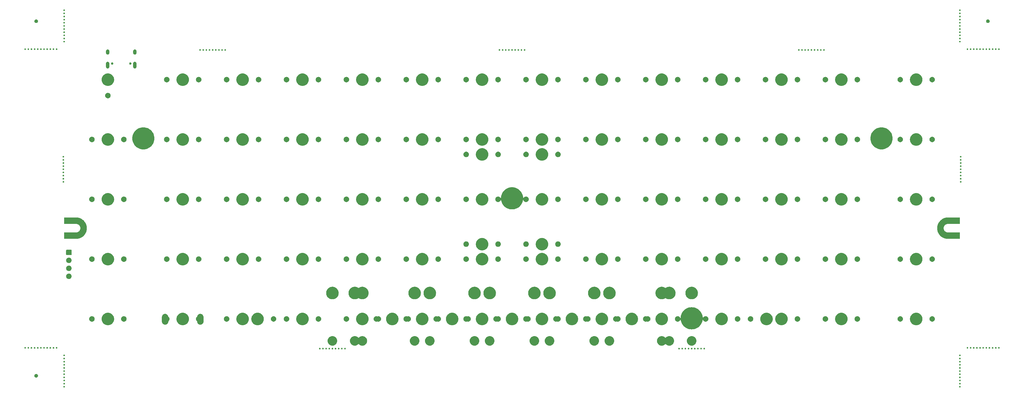
<source format=gbr>
%TF.GenerationSoftware,KiCad,Pcbnew,7.0.7*%
%TF.CreationDate,2024-01-22T13:40:03+01:00*%
%TF.ProjectId,0x42_panel,30783432-5f70-4616-9e65-6c2e6b696361,2*%
%TF.SameCoordinates,Original*%
%TF.FileFunction,Soldermask,Top*%
%TF.FilePolarity,Negative*%
%FSLAX46Y46*%
G04 Gerber Fmt 4.6, Leading zero omitted, Abs format (unit mm)*
G04 Created by KiCad (PCBNEW 7.0.7) date 2024-01-22 13:40:03*
%MOMM*%
%LPD*%
G01*
G04 APERTURE LIST*
G04 APERTURE END LIST*
G36*
X12422915Y-119654558D02*
G01*
X12443278Y-119654558D01*
X12467819Y-119663490D01*
X12495671Y-119669030D01*
X12510780Y-119679125D01*
X12524615Y-119684161D01*
X12549236Y-119704821D01*
X12576777Y-119723223D01*
X12583936Y-119733938D01*
X12590921Y-119739799D01*
X12610425Y-119773581D01*
X12630970Y-119804329D01*
X12632437Y-119811708D01*
X12634198Y-119814757D01*
X12643208Y-119865854D01*
X12650000Y-119900000D01*
X12643207Y-119934148D01*
X12634198Y-119985242D01*
X12632438Y-119988290D01*
X12630970Y-119995671D01*
X12610421Y-120026424D01*
X12590921Y-120060200D01*
X12583938Y-120066059D01*
X12576777Y-120076777D01*
X12549230Y-120095182D01*
X12524615Y-120115838D01*
X12510783Y-120120872D01*
X12495671Y-120130970D01*
X12467817Y-120136510D01*
X12443278Y-120145442D01*
X12422915Y-120145442D01*
X12400000Y-120150000D01*
X12377085Y-120145442D01*
X12356722Y-120145442D01*
X12332181Y-120136510D01*
X12304329Y-120130970D01*
X12289217Y-120120872D01*
X12275384Y-120115838D01*
X12250764Y-120095179D01*
X12223223Y-120076777D01*
X12216062Y-120066061D01*
X12209078Y-120060200D01*
X12189571Y-120026413D01*
X12169030Y-119995671D01*
X12167562Y-119988292D01*
X12165801Y-119985242D01*
X12156783Y-119934104D01*
X12150000Y-119900000D01*
X12156783Y-119865898D01*
X12165801Y-119814757D01*
X12167562Y-119811705D01*
X12169030Y-119804329D01*
X12189567Y-119773592D01*
X12209078Y-119739799D01*
X12216064Y-119733936D01*
X12223223Y-119723223D01*
X12250761Y-119704822D01*
X12275385Y-119684161D01*
X12289219Y-119679125D01*
X12304329Y-119669030D01*
X12332180Y-119663490D01*
X12356722Y-119654558D01*
X12377085Y-119654558D01*
X12400000Y-119650000D01*
X12422915Y-119654558D01*
G37*
G36*
X297422915Y-119654558D02*
G01*
X297443278Y-119654558D01*
X297467819Y-119663490D01*
X297495671Y-119669030D01*
X297510780Y-119679125D01*
X297524615Y-119684161D01*
X297549236Y-119704821D01*
X297576777Y-119723223D01*
X297583936Y-119733938D01*
X297590921Y-119739799D01*
X297610425Y-119773581D01*
X297630970Y-119804329D01*
X297632437Y-119811708D01*
X297634198Y-119814757D01*
X297643208Y-119865854D01*
X297650000Y-119900000D01*
X297643207Y-119934148D01*
X297634198Y-119985242D01*
X297632438Y-119988290D01*
X297630970Y-119995671D01*
X297610421Y-120026424D01*
X297590921Y-120060200D01*
X297583938Y-120066059D01*
X297576777Y-120076777D01*
X297549230Y-120095182D01*
X297524615Y-120115838D01*
X297510783Y-120120872D01*
X297495671Y-120130970D01*
X297467817Y-120136510D01*
X297443278Y-120145442D01*
X297422915Y-120145442D01*
X297400000Y-120150000D01*
X297377085Y-120145442D01*
X297356722Y-120145442D01*
X297332181Y-120136510D01*
X297304329Y-120130970D01*
X297289217Y-120120872D01*
X297275384Y-120115838D01*
X297250764Y-120095179D01*
X297223223Y-120076777D01*
X297216062Y-120066061D01*
X297209078Y-120060200D01*
X297189571Y-120026413D01*
X297169030Y-119995671D01*
X297167562Y-119988292D01*
X297165801Y-119985242D01*
X297156783Y-119934104D01*
X297150000Y-119900000D01*
X297156783Y-119865898D01*
X297165801Y-119814757D01*
X297167562Y-119811705D01*
X297169030Y-119804329D01*
X297189567Y-119773592D01*
X297209078Y-119739799D01*
X297216064Y-119733936D01*
X297223223Y-119723223D01*
X297250761Y-119704822D01*
X297275385Y-119684161D01*
X297289219Y-119679125D01*
X297304329Y-119669030D01*
X297332180Y-119663490D01*
X297356722Y-119654558D01*
X297377085Y-119654558D01*
X297400000Y-119650000D01*
X297422915Y-119654558D01*
G37*
G36*
X12422915Y-118654558D02*
G01*
X12443278Y-118654558D01*
X12467819Y-118663490D01*
X12495671Y-118669030D01*
X12510780Y-118679125D01*
X12524615Y-118684161D01*
X12549236Y-118704821D01*
X12576777Y-118723223D01*
X12583936Y-118733938D01*
X12590921Y-118739799D01*
X12610425Y-118773581D01*
X12630970Y-118804329D01*
X12632437Y-118811708D01*
X12634198Y-118814757D01*
X12643208Y-118865854D01*
X12650000Y-118900000D01*
X12643207Y-118934148D01*
X12634198Y-118985242D01*
X12632438Y-118988290D01*
X12630970Y-118995671D01*
X12610421Y-119026424D01*
X12590921Y-119060200D01*
X12583938Y-119066059D01*
X12576777Y-119076777D01*
X12549230Y-119095182D01*
X12524615Y-119115838D01*
X12510783Y-119120872D01*
X12495671Y-119130970D01*
X12467817Y-119136510D01*
X12443278Y-119145442D01*
X12422915Y-119145442D01*
X12400000Y-119150000D01*
X12377085Y-119145442D01*
X12356722Y-119145442D01*
X12332181Y-119136510D01*
X12304329Y-119130970D01*
X12289217Y-119120872D01*
X12275384Y-119115838D01*
X12250764Y-119095179D01*
X12223223Y-119076777D01*
X12216062Y-119066061D01*
X12209078Y-119060200D01*
X12189571Y-119026413D01*
X12169030Y-118995671D01*
X12167562Y-118988292D01*
X12165801Y-118985242D01*
X12156783Y-118934104D01*
X12150000Y-118900000D01*
X12156783Y-118865898D01*
X12165801Y-118814757D01*
X12167562Y-118811705D01*
X12169030Y-118804329D01*
X12189567Y-118773592D01*
X12209078Y-118739799D01*
X12216064Y-118733936D01*
X12223223Y-118723223D01*
X12250761Y-118704822D01*
X12275385Y-118684161D01*
X12289219Y-118679125D01*
X12304329Y-118669030D01*
X12332180Y-118663490D01*
X12356722Y-118654558D01*
X12377085Y-118654558D01*
X12400000Y-118650000D01*
X12422915Y-118654558D01*
G37*
G36*
X297422915Y-118654558D02*
G01*
X297443278Y-118654558D01*
X297467819Y-118663490D01*
X297495671Y-118669030D01*
X297510780Y-118679125D01*
X297524615Y-118684161D01*
X297549236Y-118704821D01*
X297576777Y-118723223D01*
X297583936Y-118733938D01*
X297590921Y-118739799D01*
X297610425Y-118773581D01*
X297630970Y-118804329D01*
X297632437Y-118811708D01*
X297634198Y-118814757D01*
X297643208Y-118865854D01*
X297650000Y-118900000D01*
X297643207Y-118934148D01*
X297634198Y-118985242D01*
X297632438Y-118988290D01*
X297630970Y-118995671D01*
X297610421Y-119026424D01*
X297590921Y-119060200D01*
X297583938Y-119066059D01*
X297576777Y-119076777D01*
X297549230Y-119095182D01*
X297524615Y-119115838D01*
X297510783Y-119120872D01*
X297495671Y-119130970D01*
X297467817Y-119136510D01*
X297443278Y-119145442D01*
X297422915Y-119145442D01*
X297400000Y-119150000D01*
X297377085Y-119145442D01*
X297356722Y-119145442D01*
X297332181Y-119136510D01*
X297304329Y-119130970D01*
X297289217Y-119120872D01*
X297275384Y-119115838D01*
X297250764Y-119095179D01*
X297223223Y-119076777D01*
X297216062Y-119066061D01*
X297209078Y-119060200D01*
X297189571Y-119026413D01*
X297169030Y-118995671D01*
X297167562Y-118988292D01*
X297165801Y-118985242D01*
X297156783Y-118934104D01*
X297150000Y-118900000D01*
X297156783Y-118865898D01*
X297165801Y-118814757D01*
X297167562Y-118811705D01*
X297169030Y-118804329D01*
X297189567Y-118773592D01*
X297209078Y-118739799D01*
X297216064Y-118733936D01*
X297223223Y-118723223D01*
X297250761Y-118704822D01*
X297275385Y-118684161D01*
X297289219Y-118679125D01*
X297304329Y-118669030D01*
X297332180Y-118663490D01*
X297356722Y-118654558D01*
X297377085Y-118654558D01*
X297400000Y-118650000D01*
X297422915Y-118654558D01*
G37*
G36*
X12422915Y-117654558D02*
G01*
X12443278Y-117654558D01*
X12467819Y-117663490D01*
X12495671Y-117669030D01*
X12510780Y-117679125D01*
X12524615Y-117684161D01*
X12549236Y-117704821D01*
X12576777Y-117723223D01*
X12583936Y-117733938D01*
X12590921Y-117739799D01*
X12610425Y-117773581D01*
X12630970Y-117804329D01*
X12632437Y-117811708D01*
X12634198Y-117814757D01*
X12643208Y-117865854D01*
X12650000Y-117900000D01*
X12643207Y-117934148D01*
X12634198Y-117985242D01*
X12632438Y-117988290D01*
X12630970Y-117995671D01*
X12610421Y-118026424D01*
X12590921Y-118060200D01*
X12583938Y-118066059D01*
X12576777Y-118076777D01*
X12549230Y-118095182D01*
X12524615Y-118115838D01*
X12510783Y-118120872D01*
X12495671Y-118130970D01*
X12467817Y-118136510D01*
X12443278Y-118145442D01*
X12422915Y-118145442D01*
X12400000Y-118150000D01*
X12377085Y-118145442D01*
X12356722Y-118145442D01*
X12332181Y-118136510D01*
X12304329Y-118130970D01*
X12289217Y-118120872D01*
X12275384Y-118115838D01*
X12250764Y-118095179D01*
X12223223Y-118076777D01*
X12216062Y-118066061D01*
X12209078Y-118060200D01*
X12189571Y-118026413D01*
X12169030Y-117995671D01*
X12167562Y-117988292D01*
X12165801Y-117985242D01*
X12156783Y-117934104D01*
X12150000Y-117900000D01*
X12156783Y-117865898D01*
X12165801Y-117814757D01*
X12167562Y-117811705D01*
X12169030Y-117804329D01*
X12189567Y-117773592D01*
X12209078Y-117739799D01*
X12216064Y-117733936D01*
X12223223Y-117723223D01*
X12250761Y-117704822D01*
X12275385Y-117684161D01*
X12289219Y-117679125D01*
X12304329Y-117669030D01*
X12332180Y-117663490D01*
X12356722Y-117654558D01*
X12377085Y-117654558D01*
X12400000Y-117650000D01*
X12422915Y-117654558D01*
G37*
G36*
X297422915Y-117654558D02*
G01*
X297443278Y-117654558D01*
X297467819Y-117663490D01*
X297495671Y-117669030D01*
X297510780Y-117679125D01*
X297524615Y-117684161D01*
X297549236Y-117704821D01*
X297576777Y-117723223D01*
X297583936Y-117733938D01*
X297590921Y-117739799D01*
X297610425Y-117773581D01*
X297630970Y-117804329D01*
X297632437Y-117811708D01*
X297634198Y-117814757D01*
X297643208Y-117865854D01*
X297650000Y-117900000D01*
X297643207Y-117934148D01*
X297634198Y-117985242D01*
X297632438Y-117988290D01*
X297630970Y-117995671D01*
X297610421Y-118026424D01*
X297590921Y-118060200D01*
X297583938Y-118066059D01*
X297576777Y-118076777D01*
X297549230Y-118095182D01*
X297524615Y-118115838D01*
X297510783Y-118120872D01*
X297495671Y-118130970D01*
X297467817Y-118136510D01*
X297443278Y-118145442D01*
X297422915Y-118145442D01*
X297400000Y-118150000D01*
X297377085Y-118145442D01*
X297356722Y-118145442D01*
X297332181Y-118136510D01*
X297304329Y-118130970D01*
X297289217Y-118120872D01*
X297275384Y-118115838D01*
X297250764Y-118095179D01*
X297223223Y-118076777D01*
X297216062Y-118066061D01*
X297209078Y-118060200D01*
X297189571Y-118026413D01*
X297169030Y-117995671D01*
X297167562Y-117988292D01*
X297165801Y-117985242D01*
X297156783Y-117934104D01*
X297150000Y-117900000D01*
X297156783Y-117865898D01*
X297165801Y-117814757D01*
X297167562Y-117811705D01*
X297169030Y-117804329D01*
X297189567Y-117773592D01*
X297209078Y-117739799D01*
X297216064Y-117733936D01*
X297223223Y-117723223D01*
X297250761Y-117704822D01*
X297275385Y-117684161D01*
X297289219Y-117679125D01*
X297304329Y-117669030D01*
X297332180Y-117663490D01*
X297356722Y-117654558D01*
X297377085Y-117654558D01*
X297400000Y-117650000D01*
X297422915Y-117654558D01*
G37*
G36*
X12422915Y-116654558D02*
G01*
X12443278Y-116654558D01*
X12467819Y-116663490D01*
X12495671Y-116669030D01*
X12510780Y-116679125D01*
X12524615Y-116684161D01*
X12549236Y-116704821D01*
X12576777Y-116723223D01*
X12583936Y-116733938D01*
X12590921Y-116739799D01*
X12610425Y-116773581D01*
X12630970Y-116804329D01*
X12632437Y-116811708D01*
X12634198Y-116814757D01*
X12643208Y-116865854D01*
X12650000Y-116900000D01*
X12643207Y-116934148D01*
X12634198Y-116985242D01*
X12632438Y-116988290D01*
X12630970Y-116995671D01*
X12610421Y-117026424D01*
X12590921Y-117060200D01*
X12583938Y-117066059D01*
X12576777Y-117076777D01*
X12549230Y-117095182D01*
X12524615Y-117115838D01*
X12510783Y-117120872D01*
X12495671Y-117130970D01*
X12467817Y-117136510D01*
X12443278Y-117145442D01*
X12422915Y-117145442D01*
X12400000Y-117150000D01*
X12377085Y-117145442D01*
X12356722Y-117145442D01*
X12332181Y-117136510D01*
X12304329Y-117130970D01*
X12289217Y-117120872D01*
X12275384Y-117115838D01*
X12250764Y-117095179D01*
X12223223Y-117076777D01*
X12216062Y-117066061D01*
X12209078Y-117060200D01*
X12189571Y-117026413D01*
X12169030Y-116995671D01*
X12167562Y-116988292D01*
X12165801Y-116985242D01*
X12156783Y-116934104D01*
X12150000Y-116900000D01*
X12156783Y-116865898D01*
X12165801Y-116814757D01*
X12167562Y-116811705D01*
X12169030Y-116804329D01*
X12189567Y-116773592D01*
X12209078Y-116739799D01*
X12216064Y-116733936D01*
X12223223Y-116723223D01*
X12250761Y-116704822D01*
X12275385Y-116684161D01*
X12289219Y-116679125D01*
X12304329Y-116669030D01*
X12332180Y-116663490D01*
X12356722Y-116654558D01*
X12377085Y-116654558D01*
X12400000Y-116650000D01*
X12422915Y-116654558D01*
G37*
G36*
X297422915Y-116654558D02*
G01*
X297443278Y-116654558D01*
X297467819Y-116663490D01*
X297495671Y-116669030D01*
X297510780Y-116679125D01*
X297524615Y-116684161D01*
X297549236Y-116704821D01*
X297576777Y-116723223D01*
X297583936Y-116733938D01*
X297590921Y-116739799D01*
X297610425Y-116773581D01*
X297630970Y-116804329D01*
X297632437Y-116811708D01*
X297634198Y-116814757D01*
X297643208Y-116865854D01*
X297650000Y-116900000D01*
X297643207Y-116934148D01*
X297634198Y-116985242D01*
X297632438Y-116988290D01*
X297630970Y-116995671D01*
X297610421Y-117026424D01*
X297590921Y-117060200D01*
X297583938Y-117066059D01*
X297576777Y-117076777D01*
X297549230Y-117095182D01*
X297524615Y-117115838D01*
X297510783Y-117120872D01*
X297495671Y-117130970D01*
X297467817Y-117136510D01*
X297443278Y-117145442D01*
X297422915Y-117145442D01*
X297400000Y-117150000D01*
X297377085Y-117145442D01*
X297356722Y-117145442D01*
X297332181Y-117136510D01*
X297304329Y-117130970D01*
X297289217Y-117120872D01*
X297275384Y-117115838D01*
X297250764Y-117095179D01*
X297223223Y-117076777D01*
X297216062Y-117066061D01*
X297209078Y-117060200D01*
X297189571Y-117026413D01*
X297169030Y-116995671D01*
X297167562Y-116988292D01*
X297165801Y-116985242D01*
X297156783Y-116934104D01*
X297150000Y-116900000D01*
X297156783Y-116865898D01*
X297165801Y-116814757D01*
X297167562Y-116811705D01*
X297169030Y-116804329D01*
X297189567Y-116773592D01*
X297209078Y-116739799D01*
X297216064Y-116733936D01*
X297223223Y-116723223D01*
X297250761Y-116704822D01*
X297275385Y-116684161D01*
X297289219Y-116679125D01*
X297304329Y-116669030D01*
X297332180Y-116663490D01*
X297356722Y-116654558D01*
X297377085Y-116654558D01*
X297400000Y-116650000D01*
X297422915Y-116654558D01*
G37*
G36*
X3534667Y-115828564D02*
G01*
X3569385Y-115828564D01*
X3609192Y-115838375D01*
X3649080Y-115843627D01*
X3676384Y-115854936D01*
X3704120Y-115861773D01*
X3746170Y-115883842D01*
X3788000Y-115901169D01*
X3807084Y-115915813D01*
X3826997Y-115926264D01*
X3867710Y-115962332D01*
X3907294Y-115992706D01*
X3918542Y-116007365D01*
X3930867Y-116018284D01*
X3966210Y-116069487D01*
X3998831Y-116112000D01*
X4003747Y-116123869D01*
X4009697Y-116132489D01*
X4035504Y-116200537D01*
X4056373Y-116250920D01*
X4057309Y-116258034D01*
X4058906Y-116262244D01*
X4071276Y-116364122D01*
X4076000Y-116400000D01*
X4071276Y-116435880D01*
X4058906Y-116537755D01*
X4057309Y-116541963D01*
X4056373Y-116549080D01*
X4035499Y-116599473D01*
X4009697Y-116667510D01*
X4003748Y-116676127D01*
X3998831Y-116688000D01*
X3966203Y-116730521D01*
X3930867Y-116781715D01*
X3918545Y-116792631D01*
X3907294Y-116807294D01*
X3867701Y-116837673D01*
X3826997Y-116873735D01*
X3807089Y-116884183D01*
X3788000Y-116898831D01*
X3746161Y-116916161D01*
X3704120Y-116938226D01*
X3676389Y-116945061D01*
X3649080Y-116956373D01*
X3609190Y-116961624D01*
X3569385Y-116971436D01*
X3534667Y-116971436D01*
X3500000Y-116976000D01*
X3465333Y-116971436D01*
X3430615Y-116971436D01*
X3390809Y-116961624D01*
X3350920Y-116956373D01*
X3323611Y-116945061D01*
X3295879Y-116938226D01*
X3253834Y-116916159D01*
X3212000Y-116898831D01*
X3192913Y-116884185D01*
X3173002Y-116873735D01*
X3132290Y-116837668D01*
X3092706Y-116807294D01*
X3081456Y-116792633D01*
X3069132Y-116781715D01*
X3033786Y-116730508D01*
X3001169Y-116688000D01*
X2996252Y-116676131D01*
X2990302Y-116667510D01*
X2964488Y-116599444D01*
X2943627Y-116549080D01*
X2942690Y-116541967D01*
X2941093Y-116537755D01*
X2928712Y-116435791D01*
X2924000Y-116400000D01*
X2928709Y-116364229D01*
X2941093Y-116262244D01*
X2942690Y-116258030D01*
X2943627Y-116250920D01*
X2964484Y-116200566D01*
X2990302Y-116132489D01*
X2996253Y-116123866D01*
X3001169Y-116112000D01*
X3033779Y-116069500D01*
X3069132Y-116018284D01*
X3081459Y-116007363D01*
X3092706Y-115992706D01*
X3132282Y-115962338D01*
X3173002Y-115926264D01*
X3192917Y-115915811D01*
X3212000Y-115901169D01*
X3253825Y-115883844D01*
X3295879Y-115861773D01*
X3323616Y-115854936D01*
X3350920Y-115843627D01*
X3390806Y-115838375D01*
X3430615Y-115828564D01*
X3465333Y-115828564D01*
X3500000Y-115824000D01*
X3534667Y-115828564D01*
G37*
G36*
X12422915Y-115654558D02*
G01*
X12443278Y-115654558D01*
X12467819Y-115663490D01*
X12495671Y-115669030D01*
X12510780Y-115679125D01*
X12524615Y-115684161D01*
X12549236Y-115704821D01*
X12576777Y-115723223D01*
X12583936Y-115733938D01*
X12590921Y-115739799D01*
X12610425Y-115773581D01*
X12630970Y-115804329D01*
X12632437Y-115811708D01*
X12634198Y-115814757D01*
X12643208Y-115865854D01*
X12650000Y-115900000D01*
X12643207Y-115934148D01*
X12634198Y-115985242D01*
X12632438Y-115988290D01*
X12630970Y-115995671D01*
X12610421Y-116026424D01*
X12590921Y-116060200D01*
X12583938Y-116066059D01*
X12576777Y-116076777D01*
X12549230Y-116095182D01*
X12524615Y-116115838D01*
X12510783Y-116120872D01*
X12495671Y-116130970D01*
X12467817Y-116136510D01*
X12443278Y-116145442D01*
X12422915Y-116145442D01*
X12400000Y-116150000D01*
X12377085Y-116145442D01*
X12356722Y-116145442D01*
X12332181Y-116136510D01*
X12304329Y-116130970D01*
X12289217Y-116120872D01*
X12275384Y-116115838D01*
X12250764Y-116095179D01*
X12223223Y-116076777D01*
X12216062Y-116066061D01*
X12209078Y-116060200D01*
X12189571Y-116026413D01*
X12169030Y-115995671D01*
X12167562Y-115988292D01*
X12165801Y-115985242D01*
X12156783Y-115934104D01*
X12150000Y-115900000D01*
X12156783Y-115865898D01*
X12165801Y-115814757D01*
X12167562Y-115811705D01*
X12169030Y-115804329D01*
X12189567Y-115773592D01*
X12209078Y-115739799D01*
X12216064Y-115733936D01*
X12223223Y-115723223D01*
X12250761Y-115704822D01*
X12275385Y-115684161D01*
X12289219Y-115679125D01*
X12304329Y-115669030D01*
X12332180Y-115663490D01*
X12356722Y-115654558D01*
X12377085Y-115654558D01*
X12400000Y-115650000D01*
X12422915Y-115654558D01*
G37*
G36*
X297422915Y-115654558D02*
G01*
X297443278Y-115654558D01*
X297467819Y-115663490D01*
X297495671Y-115669030D01*
X297510780Y-115679125D01*
X297524615Y-115684161D01*
X297549236Y-115704821D01*
X297576777Y-115723223D01*
X297583936Y-115733938D01*
X297590921Y-115739799D01*
X297610425Y-115773581D01*
X297630970Y-115804329D01*
X297632437Y-115811708D01*
X297634198Y-115814757D01*
X297643208Y-115865854D01*
X297650000Y-115900000D01*
X297643207Y-115934148D01*
X297634198Y-115985242D01*
X297632438Y-115988290D01*
X297630970Y-115995671D01*
X297610421Y-116026424D01*
X297590921Y-116060200D01*
X297583938Y-116066059D01*
X297576777Y-116076777D01*
X297549230Y-116095182D01*
X297524615Y-116115838D01*
X297510783Y-116120872D01*
X297495671Y-116130970D01*
X297467817Y-116136510D01*
X297443278Y-116145442D01*
X297422915Y-116145442D01*
X297400000Y-116150000D01*
X297377085Y-116145442D01*
X297356722Y-116145442D01*
X297332181Y-116136510D01*
X297304329Y-116130970D01*
X297289217Y-116120872D01*
X297275384Y-116115838D01*
X297250764Y-116095179D01*
X297223223Y-116076777D01*
X297216062Y-116066061D01*
X297209078Y-116060200D01*
X297189571Y-116026413D01*
X297169030Y-115995671D01*
X297167562Y-115988292D01*
X297165801Y-115985242D01*
X297156783Y-115934104D01*
X297150000Y-115900000D01*
X297156783Y-115865898D01*
X297165801Y-115814757D01*
X297167562Y-115811705D01*
X297169030Y-115804329D01*
X297189567Y-115773592D01*
X297209078Y-115739799D01*
X297216064Y-115733936D01*
X297223223Y-115723223D01*
X297250761Y-115704822D01*
X297275385Y-115684161D01*
X297289219Y-115679125D01*
X297304329Y-115669030D01*
X297332180Y-115663490D01*
X297356722Y-115654558D01*
X297377085Y-115654558D01*
X297400000Y-115650000D01*
X297422915Y-115654558D01*
G37*
G36*
X12422915Y-114654558D02*
G01*
X12443278Y-114654558D01*
X12467819Y-114663490D01*
X12495671Y-114669030D01*
X12510780Y-114679125D01*
X12524615Y-114684161D01*
X12549236Y-114704821D01*
X12576777Y-114723223D01*
X12583936Y-114733938D01*
X12590921Y-114739799D01*
X12610425Y-114773581D01*
X12630970Y-114804329D01*
X12632437Y-114811708D01*
X12634198Y-114814757D01*
X12643208Y-114865854D01*
X12650000Y-114900000D01*
X12643207Y-114934148D01*
X12634198Y-114985242D01*
X12632438Y-114988290D01*
X12630970Y-114995671D01*
X12610421Y-115026424D01*
X12590921Y-115060200D01*
X12583938Y-115066059D01*
X12576777Y-115076777D01*
X12549230Y-115095182D01*
X12524615Y-115115838D01*
X12510783Y-115120872D01*
X12495671Y-115130970D01*
X12467817Y-115136510D01*
X12443278Y-115145442D01*
X12422915Y-115145442D01*
X12400000Y-115150000D01*
X12377085Y-115145442D01*
X12356722Y-115145442D01*
X12332181Y-115136510D01*
X12304329Y-115130970D01*
X12289217Y-115120872D01*
X12275384Y-115115838D01*
X12250764Y-115095179D01*
X12223223Y-115076777D01*
X12216062Y-115066061D01*
X12209078Y-115060200D01*
X12189571Y-115026413D01*
X12169030Y-114995671D01*
X12167562Y-114988292D01*
X12165801Y-114985242D01*
X12156783Y-114934104D01*
X12150000Y-114900000D01*
X12156783Y-114865898D01*
X12165801Y-114814757D01*
X12167562Y-114811705D01*
X12169030Y-114804329D01*
X12189567Y-114773592D01*
X12209078Y-114739799D01*
X12216064Y-114733936D01*
X12223223Y-114723223D01*
X12250761Y-114704822D01*
X12275385Y-114684161D01*
X12289219Y-114679125D01*
X12304329Y-114669030D01*
X12332180Y-114663490D01*
X12356722Y-114654558D01*
X12377085Y-114654558D01*
X12400000Y-114650000D01*
X12422915Y-114654558D01*
G37*
G36*
X297422915Y-114654558D02*
G01*
X297443278Y-114654558D01*
X297467819Y-114663490D01*
X297495671Y-114669030D01*
X297510780Y-114679125D01*
X297524615Y-114684161D01*
X297549236Y-114704821D01*
X297576777Y-114723223D01*
X297583936Y-114733938D01*
X297590921Y-114739799D01*
X297610425Y-114773581D01*
X297630970Y-114804329D01*
X297632437Y-114811708D01*
X297634198Y-114814757D01*
X297643208Y-114865854D01*
X297650000Y-114900000D01*
X297643207Y-114934148D01*
X297634198Y-114985242D01*
X297632438Y-114988290D01*
X297630970Y-114995671D01*
X297610421Y-115026424D01*
X297590921Y-115060200D01*
X297583938Y-115066059D01*
X297576777Y-115076777D01*
X297549230Y-115095182D01*
X297524615Y-115115838D01*
X297510783Y-115120872D01*
X297495671Y-115130970D01*
X297467817Y-115136510D01*
X297443278Y-115145442D01*
X297422915Y-115145442D01*
X297400000Y-115150000D01*
X297377085Y-115145442D01*
X297356722Y-115145442D01*
X297332181Y-115136510D01*
X297304329Y-115130970D01*
X297289217Y-115120872D01*
X297275384Y-115115838D01*
X297250764Y-115095179D01*
X297223223Y-115076777D01*
X297216062Y-115066061D01*
X297209078Y-115060200D01*
X297189571Y-115026413D01*
X297169030Y-114995671D01*
X297167562Y-114988292D01*
X297165801Y-114985242D01*
X297156783Y-114934104D01*
X297150000Y-114900000D01*
X297156783Y-114865898D01*
X297165801Y-114814757D01*
X297167562Y-114811705D01*
X297169030Y-114804329D01*
X297189567Y-114773592D01*
X297209078Y-114739799D01*
X297216064Y-114733936D01*
X297223223Y-114723223D01*
X297250761Y-114704822D01*
X297275385Y-114684161D01*
X297289219Y-114679125D01*
X297304329Y-114669030D01*
X297332180Y-114663490D01*
X297356722Y-114654558D01*
X297377085Y-114654558D01*
X297400000Y-114650000D01*
X297422915Y-114654558D01*
G37*
G36*
X12422915Y-113654558D02*
G01*
X12443278Y-113654558D01*
X12467819Y-113663490D01*
X12495671Y-113669030D01*
X12510780Y-113679125D01*
X12524615Y-113684161D01*
X12549236Y-113704821D01*
X12576777Y-113723223D01*
X12583936Y-113733938D01*
X12590921Y-113739799D01*
X12610425Y-113773581D01*
X12630970Y-113804329D01*
X12632437Y-113811708D01*
X12634198Y-113814757D01*
X12643208Y-113865854D01*
X12650000Y-113900000D01*
X12643207Y-113934148D01*
X12634198Y-113985242D01*
X12632438Y-113988290D01*
X12630970Y-113995671D01*
X12610421Y-114026424D01*
X12590921Y-114060200D01*
X12583938Y-114066059D01*
X12576777Y-114076777D01*
X12549230Y-114095182D01*
X12524615Y-114115838D01*
X12510783Y-114120872D01*
X12495671Y-114130970D01*
X12467817Y-114136510D01*
X12443278Y-114145442D01*
X12422915Y-114145442D01*
X12400000Y-114150000D01*
X12377085Y-114145442D01*
X12356722Y-114145442D01*
X12332181Y-114136510D01*
X12304329Y-114130970D01*
X12289217Y-114120872D01*
X12275384Y-114115838D01*
X12250764Y-114095179D01*
X12223223Y-114076777D01*
X12216062Y-114066061D01*
X12209078Y-114060200D01*
X12189571Y-114026413D01*
X12169030Y-113995671D01*
X12167562Y-113988292D01*
X12165801Y-113985242D01*
X12156783Y-113934104D01*
X12150000Y-113900000D01*
X12156783Y-113865898D01*
X12165801Y-113814757D01*
X12167562Y-113811705D01*
X12169030Y-113804329D01*
X12189567Y-113773592D01*
X12209078Y-113739799D01*
X12216064Y-113733936D01*
X12223223Y-113723223D01*
X12250761Y-113704822D01*
X12275385Y-113684161D01*
X12289219Y-113679125D01*
X12304329Y-113669030D01*
X12332180Y-113663490D01*
X12356722Y-113654558D01*
X12377085Y-113654558D01*
X12400000Y-113650000D01*
X12422915Y-113654558D01*
G37*
G36*
X297422915Y-113654558D02*
G01*
X297443278Y-113654558D01*
X297467819Y-113663490D01*
X297495671Y-113669030D01*
X297510780Y-113679125D01*
X297524615Y-113684161D01*
X297549236Y-113704821D01*
X297576777Y-113723223D01*
X297583936Y-113733938D01*
X297590921Y-113739799D01*
X297610425Y-113773581D01*
X297630970Y-113804329D01*
X297632437Y-113811708D01*
X297634198Y-113814757D01*
X297643208Y-113865854D01*
X297650000Y-113900000D01*
X297643207Y-113934148D01*
X297634198Y-113985242D01*
X297632438Y-113988290D01*
X297630970Y-113995671D01*
X297610421Y-114026424D01*
X297590921Y-114060200D01*
X297583938Y-114066059D01*
X297576777Y-114076777D01*
X297549230Y-114095182D01*
X297524615Y-114115838D01*
X297510783Y-114120872D01*
X297495671Y-114130970D01*
X297467817Y-114136510D01*
X297443278Y-114145442D01*
X297422915Y-114145442D01*
X297400000Y-114150000D01*
X297377085Y-114145442D01*
X297356722Y-114145442D01*
X297332181Y-114136510D01*
X297304329Y-114130970D01*
X297289217Y-114120872D01*
X297275384Y-114115838D01*
X297250764Y-114095179D01*
X297223223Y-114076777D01*
X297216062Y-114066061D01*
X297209078Y-114060200D01*
X297189571Y-114026413D01*
X297169030Y-113995671D01*
X297167562Y-113988292D01*
X297165801Y-113985242D01*
X297156783Y-113934104D01*
X297150000Y-113900000D01*
X297156783Y-113865898D01*
X297165801Y-113814757D01*
X297167562Y-113811705D01*
X297169030Y-113804329D01*
X297189567Y-113773592D01*
X297209078Y-113739799D01*
X297216064Y-113733936D01*
X297223223Y-113723223D01*
X297250761Y-113704822D01*
X297275385Y-113684161D01*
X297289219Y-113679125D01*
X297304329Y-113669030D01*
X297332180Y-113663490D01*
X297356722Y-113654558D01*
X297377085Y-113654558D01*
X297400000Y-113650000D01*
X297422915Y-113654558D01*
G37*
G36*
X12422915Y-112654558D02*
G01*
X12443278Y-112654558D01*
X12467819Y-112663490D01*
X12495671Y-112669030D01*
X12510780Y-112679125D01*
X12524615Y-112684161D01*
X12549236Y-112704821D01*
X12576777Y-112723223D01*
X12583936Y-112733938D01*
X12590921Y-112739799D01*
X12610425Y-112773581D01*
X12630970Y-112804329D01*
X12632437Y-112811708D01*
X12634198Y-112814757D01*
X12643208Y-112865854D01*
X12650000Y-112900000D01*
X12643207Y-112934148D01*
X12634198Y-112985242D01*
X12632438Y-112988290D01*
X12630970Y-112995671D01*
X12610421Y-113026424D01*
X12590921Y-113060200D01*
X12583938Y-113066059D01*
X12576777Y-113076777D01*
X12549230Y-113095182D01*
X12524615Y-113115838D01*
X12510783Y-113120872D01*
X12495671Y-113130970D01*
X12467817Y-113136510D01*
X12443278Y-113145442D01*
X12422915Y-113145442D01*
X12400000Y-113150000D01*
X12377085Y-113145442D01*
X12356722Y-113145442D01*
X12332181Y-113136510D01*
X12304329Y-113130970D01*
X12289217Y-113120872D01*
X12275384Y-113115838D01*
X12250764Y-113095179D01*
X12223223Y-113076777D01*
X12216062Y-113066061D01*
X12209078Y-113060200D01*
X12189571Y-113026413D01*
X12169030Y-112995671D01*
X12167562Y-112988292D01*
X12165801Y-112985242D01*
X12156783Y-112934104D01*
X12150000Y-112900000D01*
X12156783Y-112865898D01*
X12165801Y-112814757D01*
X12167562Y-112811705D01*
X12169030Y-112804329D01*
X12189567Y-112773592D01*
X12209078Y-112739799D01*
X12216064Y-112733936D01*
X12223223Y-112723223D01*
X12250761Y-112704822D01*
X12275385Y-112684161D01*
X12289219Y-112679125D01*
X12304329Y-112669030D01*
X12332180Y-112663490D01*
X12356722Y-112654558D01*
X12377085Y-112654558D01*
X12400000Y-112650000D01*
X12422915Y-112654558D01*
G37*
G36*
X297422915Y-112654558D02*
G01*
X297443278Y-112654558D01*
X297467819Y-112663490D01*
X297495671Y-112669030D01*
X297510780Y-112679125D01*
X297524615Y-112684161D01*
X297549236Y-112704821D01*
X297576777Y-112723223D01*
X297583936Y-112733938D01*
X297590921Y-112739799D01*
X297610425Y-112773581D01*
X297630970Y-112804329D01*
X297632437Y-112811708D01*
X297634198Y-112814757D01*
X297643208Y-112865854D01*
X297650000Y-112900000D01*
X297643207Y-112934148D01*
X297634198Y-112985242D01*
X297632438Y-112988290D01*
X297630970Y-112995671D01*
X297610421Y-113026424D01*
X297590921Y-113060200D01*
X297583938Y-113066059D01*
X297576777Y-113076777D01*
X297549230Y-113095182D01*
X297524615Y-113115838D01*
X297510783Y-113120872D01*
X297495671Y-113130970D01*
X297467817Y-113136510D01*
X297443278Y-113145442D01*
X297422915Y-113145442D01*
X297400000Y-113150000D01*
X297377085Y-113145442D01*
X297356722Y-113145442D01*
X297332181Y-113136510D01*
X297304329Y-113130970D01*
X297289217Y-113120872D01*
X297275384Y-113115838D01*
X297250764Y-113095179D01*
X297223223Y-113076777D01*
X297216062Y-113066061D01*
X297209078Y-113060200D01*
X297189571Y-113026413D01*
X297169030Y-112995671D01*
X297167562Y-112988292D01*
X297165801Y-112985242D01*
X297156783Y-112934104D01*
X297150000Y-112900000D01*
X297156783Y-112865898D01*
X297165801Y-112814757D01*
X297167562Y-112811705D01*
X297169030Y-112804329D01*
X297189567Y-112773592D01*
X297209078Y-112739799D01*
X297216064Y-112733936D01*
X297223223Y-112723223D01*
X297250761Y-112704822D01*
X297275385Y-112684161D01*
X297289219Y-112679125D01*
X297304329Y-112669030D01*
X297332180Y-112663490D01*
X297356722Y-112654558D01*
X297377085Y-112654558D01*
X297400000Y-112650000D01*
X297422915Y-112654558D01*
G37*
G36*
X12422915Y-111654558D02*
G01*
X12443278Y-111654558D01*
X12467819Y-111663490D01*
X12495671Y-111669030D01*
X12510780Y-111679125D01*
X12524615Y-111684161D01*
X12549236Y-111704821D01*
X12576777Y-111723223D01*
X12583936Y-111733938D01*
X12590921Y-111739799D01*
X12610425Y-111773581D01*
X12630970Y-111804329D01*
X12632437Y-111811708D01*
X12634198Y-111814757D01*
X12643208Y-111865854D01*
X12650000Y-111900000D01*
X12643207Y-111934148D01*
X12634198Y-111985242D01*
X12632438Y-111988290D01*
X12630970Y-111995671D01*
X12610421Y-112026424D01*
X12590921Y-112060200D01*
X12583938Y-112066059D01*
X12576777Y-112076777D01*
X12549230Y-112095182D01*
X12524615Y-112115838D01*
X12510783Y-112120872D01*
X12495671Y-112130970D01*
X12467817Y-112136510D01*
X12443278Y-112145442D01*
X12422915Y-112145442D01*
X12400000Y-112150000D01*
X12377085Y-112145442D01*
X12356722Y-112145442D01*
X12332181Y-112136510D01*
X12304329Y-112130970D01*
X12289217Y-112120872D01*
X12275384Y-112115838D01*
X12250764Y-112095179D01*
X12223223Y-112076777D01*
X12216062Y-112066061D01*
X12209078Y-112060200D01*
X12189571Y-112026413D01*
X12169030Y-111995671D01*
X12167562Y-111988292D01*
X12165801Y-111985242D01*
X12156783Y-111934104D01*
X12150000Y-111900000D01*
X12156783Y-111865898D01*
X12165801Y-111814757D01*
X12167562Y-111811705D01*
X12169030Y-111804329D01*
X12189567Y-111773592D01*
X12209078Y-111739799D01*
X12216064Y-111733936D01*
X12223223Y-111723223D01*
X12250761Y-111704822D01*
X12275385Y-111684161D01*
X12289219Y-111679125D01*
X12304329Y-111669030D01*
X12332180Y-111663490D01*
X12356722Y-111654558D01*
X12377085Y-111654558D01*
X12400000Y-111650000D01*
X12422915Y-111654558D01*
G37*
G36*
X297422915Y-111654558D02*
G01*
X297443278Y-111654558D01*
X297467819Y-111663490D01*
X297495671Y-111669030D01*
X297510780Y-111679125D01*
X297524615Y-111684161D01*
X297549236Y-111704821D01*
X297576777Y-111723223D01*
X297583936Y-111733938D01*
X297590921Y-111739799D01*
X297610425Y-111773581D01*
X297630970Y-111804329D01*
X297632437Y-111811708D01*
X297634198Y-111814757D01*
X297643208Y-111865854D01*
X297650000Y-111900000D01*
X297643207Y-111934148D01*
X297634198Y-111985242D01*
X297632438Y-111988290D01*
X297630970Y-111995671D01*
X297610421Y-112026424D01*
X297590921Y-112060200D01*
X297583938Y-112066059D01*
X297576777Y-112076777D01*
X297549230Y-112095182D01*
X297524615Y-112115838D01*
X297510783Y-112120872D01*
X297495671Y-112130970D01*
X297467817Y-112136510D01*
X297443278Y-112145442D01*
X297422915Y-112145442D01*
X297400000Y-112150000D01*
X297377085Y-112145442D01*
X297356722Y-112145442D01*
X297332181Y-112136510D01*
X297304329Y-112130970D01*
X297289217Y-112120872D01*
X297275384Y-112115838D01*
X297250764Y-112095179D01*
X297223223Y-112076777D01*
X297216062Y-112066061D01*
X297209078Y-112060200D01*
X297189571Y-112026413D01*
X297169030Y-111995671D01*
X297167562Y-111988292D01*
X297165801Y-111985242D01*
X297156783Y-111934104D01*
X297150000Y-111900000D01*
X297156783Y-111865898D01*
X297165801Y-111814757D01*
X297167562Y-111811705D01*
X297169030Y-111804329D01*
X297189567Y-111773592D01*
X297209078Y-111739799D01*
X297216064Y-111733936D01*
X297223223Y-111723223D01*
X297250761Y-111704822D01*
X297275385Y-111684161D01*
X297289219Y-111679125D01*
X297304329Y-111669030D01*
X297332180Y-111663490D01*
X297356722Y-111654558D01*
X297377085Y-111654558D01*
X297400000Y-111650000D01*
X297422915Y-111654558D01*
G37*
G36*
X12422915Y-110654558D02*
G01*
X12443278Y-110654558D01*
X12467819Y-110663490D01*
X12495671Y-110669030D01*
X12510780Y-110679125D01*
X12524615Y-110684161D01*
X12549236Y-110704821D01*
X12576777Y-110723223D01*
X12583936Y-110733938D01*
X12590921Y-110739799D01*
X12610425Y-110773581D01*
X12630970Y-110804329D01*
X12632437Y-110811708D01*
X12634198Y-110814757D01*
X12643208Y-110865854D01*
X12650000Y-110900000D01*
X12643207Y-110934148D01*
X12634198Y-110985242D01*
X12632438Y-110988290D01*
X12630970Y-110995671D01*
X12610421Y-111026424D01*
X12590921Y-111060200D01*
X12583938Y-111066059D01*
X12576777Y-111076777D01*
X12549230Y-111095182D01*
X12524615Y-111115838D01*
X12510783Y-111120872D01*
X12495671Y-111130970D01*
X12467817Y-111136510D01*
X12443278Y-111145442D01*
X12422915Y-111145442D01*
X12400000Y-111150000D01*
X12377085Y-111145442D01*
X12356722Y-111145442D01*
X12332181Y-111136510D01*
X12304329Y-111130970D01*
X12289217Y-111120872D01*
X12275384Y-111115838D01*
X12250764Y-111095179D01*
X12223223Y-111076777D01*
X12216062Y-111066061D01*
X12209078Y-111060200D01*
X12189571Y-111026413D01*
X12169030Y-110995671D01*
X12167562Y-110988292D01*
X12165801Y-110985242D01*
X12156783Y-110934104D01*
X12150000Y-110900000D01*
X12156783Y-110865898D01*
X12165801Y-110814757D01*
X12167562Y-110811705D01*
X12169030Y-110804329D01*
X12189567Y-110773592D01*
X12209078Y-110739799D01*
X12216064Y-110733936D01*
X12223223Y-110723223D01*
X12250761Y-110704822D01*
X12275385Y-110684161D01*
X12289219Y-110679125D01*
X12304329Y-110669030D01*
X12332180Y-110663490D01*
X12356722Y-110654558D01*
X12377085Y-110654558D01*
X12400000Y-110650000D01*
X12422915Y-110654558D01*
G37*
G36*
X297422915Y-110654558D02*
G01*
X297443278Y-110654558D01*
X297467819Y-110663490D01*
X297495671Y-110669030D01*
X297510780Y-110679125D01*
X297524615Y-110684161D01*
X297549236Y-110704821D01*
X297576777Y-110723223D01*
X297583936Y-110733938D01*
X297590921Y-110739799D01*
X297610425Y-110773581D01*
X297630970Y-110804329D01*
X297632437Y-110811708D01*
X297634198Y-110814757D01*
X297643208Y-110865854D01*
X297650000Y-110900000D01*
X297643207Y-110934148D01*
X297634198Y-110985242D01*
X297632438Y-110988290D01*
X297630970Y-110995671D01*
X297610421Y-111026424D01*
X297590921Y-111060200D01*
X297583938Y-111066059D01*
X297576777Y-111076777D01*
X297549230Y-111095182D01*
X297524615Y-111115838D01*
X297510783Y-111120872D01*
X297495671Y-111130970D01*
X297467817Y-111136510D01*
X297443278Y-111145442D01*
X297422915Y-111145442D01*
X297400000Y-111150000D01*
X297377085Y-111145442D01*
X297356722Y-111145442D01*
X297332181Y-111136510D01*
X297304329Y-111130970D01*
X297289217Y-111120872D01*
X297275384Y-111115838D01*
X297250764Y-111095179D01*
X297223223Y-111076777D01*
X297216062Y-111066061D01*
X297209078Y-111060200D01*
X297189571Y-111026413D01*
X297169030Y-110995671D01*
X297167562Y-110988292D01*
X297165801Y-110985242D01*
X297156783Y-110934104D01*
X297150000Y-110900000D01*
X297156783Y-110865898D01*
X297165801Y-110814757D01*
X297167562Y-110811705D01*
X297169030Y-110804329D01*
X297189567Y-110773592D01*
X297209078Y-110739799D01*
X297216064Y-110733936D01*
X297223223Y-110723223D01*
X297250761Y-110704822D01*
X297275385Y-110684161D01*
X297289219Y-110679125D01*
X297304329Y-110669030D01*
X297332180Y-110663490D01*
X297356722Y-110654558D01*
X297377085Y-110654558D01*
X297400000Y-110650000D01*
X297422915Y-110654558D01*
G37*
G36*
X12422915Y-109654558D02*
G01*
X12443278Y-109654558D01*
X12467819Y-109663490D01*
X12495671Y-109669030D01*
X12510780Y-109679125D01*
X12524615Y-109684161D01*
X12549236Y-109704821D01*
X12576777Y-109723223D01*
X12583936Y-109733938D01*
X12590921Y-109739799D01*
X12610425Y-109773581D01*
X12630970Y-109804329D01*
X12632437Y-109811708D01*
X12634198Y-109814757D01*
X12643208Y-109865854D01*
X12650000Y-109900000D01*
X12643207Y-109934148D01*
X12634198Y-109985242D01*
X12632438Y-109988290D01*
X12630970Y-109995671D01*
X12610421Y-110026424D01*
X12590921Y-110060200D01*
X12583938Y-110066059D01*
X12576777Y-110076777D01*
X12549230Y-110095182D01*
X12524615Y-110115838D01*
X12510783Y-110120872D01*
X12495671Y-110130970D01*
X12467817Y-110136510D01*
X12443278Y-110145442D01*
X12422915Y-110145442D01*
X12400000Y-110150000D01*
X12377085Y-110145442D01*
X12356722Y-110145442D01*
X12332181Y-110136510D01*
X12304329Y-110130970D01*
X12289217Y-110120872D01*
X12275384Y-110115838D01*
X12250764Y-110095179D01*
X12223223Y-110076777D01*
X12216062Y-110066061D01*
X12209078Y-110060200D01*
X12189571Y-110026413D01*
X12169030Y-109995671D01*
X12167562Y-109988292D01*
X12165801Y-109985242D01*
X12156783Y-109934104D01*
X12150000Y-109900000D01*
X12156783Y-109865898D01*
X12165801Y-109814757D01*
X12167562Y-109811705D01*
X12169030Y-109804329D01*
X12189567Y-109773592D01*
X12209078Y-109739799D01*
X12216064Y-109733936D01*
X12223223Y-109723223D01*
X12250761Y-109704822D01*
X12275385Y-109684161D01*
X12289219Y-109679125D01*
X12304329Y-109669030D01*
X12332180Y-109663490D01*
X12356722Y-109654558D01*
X12377085Y-109654558D01*
X12400000Y-109650000D01*
X12422915Y-109654558D01*
G37*
G36*
X297422915Y-109654558D02*
G01*
X297443278Y-109654558D01*
X297467819Y-109663490D01*
X297495671Y-109669030D01*
X297510780Y-109679125D01*
X297524615Y-109684161D01*
X297549236Y-109704821D01*
X297576777Y-109723223D01*
X297583936Y-109733938D01*
X297590921Y-109739799D01*
X297610425Y-109773581D01*
X297630970Y-109804329D01*
X297632437Y-109811708D01*
X297634198Y-109814757D01*
X297643208Y-109865854D01*
X297650000Y-109900000D01*
X297643207Y-109934148D01*
X297634198Y-109985242D01*
X297632438Y-109988290D01*
X297630970Y-109995671D01*
X297610421Y-110026424D01*
X297590921Y-110060200D01*
X297583938Y-110066059D01*
X297576777Y-110076777D01*
X297549230Y-110095182D01*
X297524615Y-110115838D01*
X297510783Y-110120872D01*
X297495671Y-110130970D01*
X297467817Y-110136510D01*
X297443278Y-110145442D01*
X297422915Y-110145442D01*
X297400000Y-110150000D01*
X297377085Y-110145442D01*
X297356722Y-110145442D01*
X297332181Y-110136510D01*
X297304329Y-110130970D01*
X297289217Y-110120872D01*
X297275384Y-110115838D01*
X297250764Y-110095179D01*
X297223223Y-110076777D01*
X297216062Y-110066061D01*
X297209078Y-110060200D01*
X297189571Y-110026413D01*
X297169030Y-109995671D01*
X297167562Y-109988292D01*
X297165801Y-109985242D01*
X297156783Y-109934104D01*
X297150000Y-109900000D01*
X297156783Y-109865898D01*
X297165801Y-109814757D01*
X297167562Y-109811705D01*
X297169030Y-109804329D01*
X297189567Y-109773592D01*
X297209078Y-109739799D01*
X297216064Y-109733936D01*
X297223223Y-109723223D01*
X297250761Y-109704822D01*
X297275385Y-109684161D01*
X297289219Y-109679125D01*
X297304329Y-109669030D01*
X297332180Y-109663490D01*
X297356722Y-109654558D01*
X297377085Y-109654558D01*
X297400000Y-109650000D01*
X297422915Y-109654558D01*
G37*
G36*
X93772915Y-107504558D02*
G01*
X93793278Y-107504558D01*
X93817819Y-107513490D01*
X93845671Y-107519030D01*
X93860780Y-107529125D01*
X93874615Y-107534161D01*
X93899236Y-107554821D01*
X93926777Y-107573223D01*
X93933936Y-107583938D01*
X93940921Y-107589799D01*
X93960425Y-107623581D01*
X93980970Y-107654329D01*
X93982437Y-107661708D01*
X93984198Y-107664757D01*
X93993205Y-107715838D01*
X94000000Y-107750000D01*
X93993207Y-107784148D01*
X93984198Y-107835242D01*
X93982438Y-107838290D01*
X93980970Y-107845671D01*
X93960421Y-107876424D01*
X93940921Y-107910200D01*
X93933938Y-107916059D01*
X93926777Y-107926777D01*
X93899230Y-107945182D01*
X93874615Y-107965838D01*
X93860783Y-107970872D01*
X93845671Y-107980970D01*
X93817817Y-107986510D01*
X93793278Y-107995442D01*
X93772915Y-107995442D01*
X93750000Y-108000000D01*
X93727085Y-107995442D01*
X93706722Y-107995442D01*
X93682181Y-107986510D01*
X93654329Y-107980970D01*
X93639217Y-107970872D01*
X93625384Y-107965838D01*
X93600764Y-107945179D01*
X93573223Y-107926777D01*
X93566062Y-107916061D01*
X93559078Y-107910200D01*
X93539571Y-107876413D01*
X93519030Y-107845671D01*
X93517562Y-107838292D01*
X93515801Y-107835242D01*
X93506783Y-107784104D01*
X93500000Y-107750000D01*
X93506783Y-107715898D01*
X93515801Y-107664757D01*
X93517562Y-107661705D01*
X93519030Y-107654329D01*
X93539567Y-107623592D01*
X93559078Y-107589799D01*
X93566064Y-107583936D01*
X93573223Y-107573223D01*
X93600761Y-107554822D01*
X93625385Y-107534161D01*
X93639219Y-107529125D01*
X93654329Y-107519030D01*
X93682180Y-107513490D01*
X93706722Y-107504558D01*
X93727085Y-107504558D01*
X93750000Y-107500000D01*
X93772915Y-107504558D01*
G37*
G36*
X94772915Y-107504558D02*
G01*
X94793278Y-107504558D01*
X94817819Y-107513490D01*
X94845671Y-107519030D01*
X94860780Y-107529125D01*
X94874615Y-107534161D01*
X94899236Y-107554821D01*
X94926777Y-107573223D01*
X94933936Y-107583938D01*
X94940921Y-107589799D01*
X94960425Y-107623581D01*
X94980970Y-107654329D01*
X94982437Y-107661708D01*
X94984198Y-107664757D01*
X94993205Y-107715838D01*
X95000000Y-107750000D01*
X94993207Y-107784148D01*
X94984198Y-107835242D01*
X94982438Y-107838290D01*
X94980970Y-107845671D01*
X94960421Y-107876424D01*
X94940921Y-107910200D01*
X94933938Y-107916059D01*
X94926777Y-107926777D01*
X94899230Y-107945182D01*
X94874615Y-107965838D01*
X94860783Y-107970872D01*
X94845671Y-107980970D01*
X94817817Y-107986510D01*
X94793278Y-107995442D01*
X94772915Y-107995442D01*
X94750000Y-108000000D01*
X94727085Y-107995442D01*
X94706722Y-107995442D01*
X94682181Y-107986510D01*
X94654329Y-107980970D01*
X94639217Y-107970872D01*
X94625384Y-107965838D01*
X94600764Y-107945179D01*
X94573223Y-107926777D01*
X94566062Y-107916061D01*
X94559078Y-107910200D01*
X94539571Y-107876413D01*
X94519030Y-107845671D01*
X94517562Y-107838292D01*
X94515801Y-107835242D01*
X94506783Y-107784104D01*
X94500000Y-107750000D01*
X94506783Y-107715898D01*
X94515801Y-107664757D01*
X94517562Y-107661705D01*
X94519030Y-107654329D01*
X94539567Y-107623592D01*
X94559078Y-107589799D01*
X94566064Y-107583936D01*
X94573223Y-107573223D01*
X94600761Y-107554822D01*
X94625385Y-107534161D01*
X94639219Y-107529125D01*
X94654329Y-107519030D01*
X94682180Y-107513490D01*
X94706722Y-107504558D01*
X94727085Y-107504558D01*
X94750000Y-107500000D01*
X94772915Y-107504558D01*
G37*
G36*
X95772915Y-107504558D02*
G01*
X95793278Y-107504558D01*
X95817819Y-107513490D01*
X95845671Y-107519030D01*
X95860780Y-107529125D01*
X95874615Y-107534161D01*
X95899236Y-107554821D01*
X95926777Y-107573223D01*
X95933936Y-107583938D01*
X95940921Y-107589799D01*
X95960425Y-107623581D01*
X95980970Y-107654329D01*
X95982437Y-107661708D01*
X95984198Y-107664757D01*
X95993205Y-107715838D01*
X96000000Y-107750000D01*
X95993207Y-107784148D01*
X95984198Y-107835242D01*
X95982438Y-107838290D01*
X95980970Y-107845671D01*
X95960421Y-107876424D01*
X95940921Y-107910200D01*
X95933938Y-107916059D01*
X95926777Y-107926777D01*
X95899230Y-107945182D01*
X95874615Y-107965838D01*
X95860783Y-107970872D01*
X95845671Y-107980970D01*
X95817817Y-107986510D01*
X95793278Y-107995442D01*
X95772915Y-107995442D01*
X95750000Y-108000000D01*
X95727085Y-107995442D01*
X95706722Y-107995442D01*
X95682181Y-107986510D01*
X95654329Y-107980970D01*
X95639217Y-107970872D01*
X95625384Y-107965838D01*
X95600764Y-107945179D01*
X95573223Y-107926777D01*
X95566062Y-107916061D01*
X95559078Y-107910200D01*
X95539571Y-107876413D01*
X95519030Y-107845671D01*
X95517562Y-107838292D01*
X95515801Y-107835242D01*
X95506783Y-107784104D01*
X95500000Y-107750000D01*
X95506783Y-107715898D01*
X95515801Y-107664757D01*
X95517562Y-107661705D01*
X95519030Y-107654329D01*
X95539567Y-107623592D01*
X95559078Y-107589799D01*
X95566064Y-107583936D01*
X95573223Y-107573223D01*
X95600761Y-107554822D01*
X95625385Y-107534161D01*
X95639219Y-107529125D01*
X95654329Y-107519030D01*
X95682180Y-107513490D01*
X95706722Y-107504558D01*
X95727085Y-107504558D01*
X95750000Y-107500000D01*
X95772915Y-107504558D01*
G37*
G36*
X96772915Y-107504558D02*
G01*
X96793278Y-107504558D01*
X96817819Y-107513490D01*
X96845671Y-107519030D01*
X96860780Y-107529125D01*
X96874615Y-107534161D01*
X96899236Y-107554821D01*
X96926777Y-107573223D01*
X96933936Y-107583938D01*
X96940921Y-107589799D01*
X96960425Y-107623581D01*
X96980970Y-107654329D01*
X96982437Y-107661708D01*
X96984198Y-107664757D01*
X96993205Y-107715838D01*
X97000000Y-107750000D01*
X96993207Y-107784148D01*
X96984198Y-107835242D01*
X96982438Y-107838290D01*
X96980970Y-107845671D01*
X96960421Y-107876424D01*
X96940921Y-107910200D01*
X96933938Y-107916059D01*
X96926777Y-107926777D01*
X96899230Y-107945182D01*
X96874615Y-107965838D01*
X96860783Y-107970872D01*
X96845671Y-107980970D01*
X96817817Y-107986510D01*
X96793278Y-107995442D01*
X96772915Y-107995442D01*
X96750000Y-108000000D01*
X96727085Y-107995442D01*
X96706722Y-107995442D01*
X96682181Y-107986510D01*
X96654329Y-107980970D01*
X96639217Y-107970872D01*
X96625384Y-107965838D01*
X96600764Y-107945179D01*
X96573223Y-107926777D01*
X96566062Y-107916061D01*
X96559078Y-107910200D01*
X96539571Y-107876413D01*
X96519030Y-107845671D01*
X96517562Y-107838292D01*
X96515801Y-107835242D01*
X96506783Y-107784104D01*
X96500000Y-107750000D01*
X96506783Y-107715898D01*
X96515801Y-107664757D01*
X96517562Y-107661705D01*
X96519030Y-107654329D01*
X96539567Y-107623592D01*
X96559078Y-107589799D01*
X96566064Y-107583936D01*
X96573223Y-107573223D01*
X96600761Y-107554822D01*
X96625385Y-107534161D01*
X96639219Y-107529125D01*
X96654329Y-107519030D01*
X96682180Y-107513490D01*
X96706722Y-107504558D01*
X96727085Y-107504558D01*
X96750000Y-107500000D01*
X96772915Y-107504558D01*
G37*
G36*
X97772915Y-107504558D02*
G01*
X97793278Y-107504558D01*
X97817819Y-107513490D01*
X97845671Y-107519030D01*
X97860780Y-107529125D01*
X97874615Y-107534161D01*
X97899236Y-107554821D01*
X97926777Y-107573223D01*
X97933936Y-107583938D01*
X97940921Y-107589799D01*
X97960425Y-107623581D01*
X97980970Y-107654329D01*
X97982437Y-107661708D01*
X97984198Y-107664757D01*
X97993205Y-107715838D01*
X98000000Y-107750000D01*
X97993207Y-107784148D01*
X97984198Y-107835242D01*
X97982438Y-107838290D01*
X97980970Y-107845671D01*
X97960421Y-107876424D01*
X97940921Y-107910200D01*
X97933938Y-107916059D01*
X97926777Y-107926777D01*
X97899230Y-107945182D01*
X97874615Y-107965838D01*
X97860783Y-107970872D01*
X97845671Y-107980970D01*
X97817817Y-107986510D01*
X97793278Y-107995442D01*
X97772915Y-107995442D01*
X97750000Y-108000000D01*
X97727085Y-107995442D01*
X97706722Y-107995442D01*
X97682181Y-107986510D01*
X97654329Y-107980970D01*
X97639217Y-107970872D01*
X97625384Y-107965838D01*
X97600764Y-107945179D01*
X97573223Y-107926777D01*
X97566062Y-107916061D01*
X97559078Y-107910200D01*
X97539571Y-107876413D01*
X97519030Y-107845671D01*
X97517562Y-107838292D01*
X97515801Y-107835242D01*
X97506783Y-107784104D01*
X97500000Y-107750000D01*
X97506783Y-107715898D01*
X97515801Y-107664757D01*
X97517562Y-107661705D01*
X97519030Y-107654329D01*
X97539567Y-107623592D01*
X97559078Y-107589799D01*
X97566064Y-107583936D01*
X97573223Y-107573223D01*
X97600761Y-107554822D01*
X97625385Y-107534161D01*
X97639219Y-107529125D01*
X97654329Y-107519030D01*
X97682180Y-107513490D01*
X97706722Y-107504558D01*
X97727085Y-107504558D01*
X97750000Y-107500000D01*
X97772915Y-107504558D01*
G37*
G36*
X98772915Y-107504558D02*
G01*
X98793278Y-107504558D01*
X98817819Y-107513490D01*
X98845671Y-107519030D01*
X98860780Y-107529125D01*
X98874615Y-107534161D01*
X98899236Y-107554821D01*
X98926777Y-107573223D01*
X98933936Y-107583938D01*
X98940921Y-107589799D01*
X98960425Y-107623581D01*
X98980970Y-107654329D01*
X98982437Y-107661708D01*
X98984198Y-107664757D01*
X98993205Y-107715838D01*
X99000000Y-107750000D01*
X98993207Y-107784148D01*
X98984198Y-107835242D01*
X98982438Y-107838290D01*
X98980970Y-107845671D01*
X98960421Y-107876424D01*
X98940921Y-107910200D01*
X98933938Y-107916059D01*
X98926777Y-107926777D01*
X98899230Y-107945182D01*
X98874615Y-107965838D01*
X98860783Y-107970872D01*
X98845671Y-107980970D01*
X98817817Y-107986510D01*
X98793278Y-107995442D01*
X98772915Y-107995442D01*
X98750000Y-108000000D01*
X98727085Y-107995442D01*
X98706722Y-107995442D01*
X98682181Y-107986510D01*
X98654329Y-107980970D01*
X98639217Y-107970872D01*
X98625384Y-107965838D01*
X98600764Y-107945179D01*
X98573223Y-107926777D01*
X98566062Y-107916061D01*
X98559078Y-107910200D01*
X98539571Y-107876413D01*
X98519030Y-107845671D01*
X98517562Y-107838292D01*
X98515801Y-107835242D01*
X98506783Y-107784104D01*
X98500000Y-107750000D01*
X98506783Y-107715898D01*
X98515801Y-107664757D01*
X98517562Y-107661705D01*
X98519030Y-107654329D01*
X98539567Y-107623592D01*
X98559078Y-107589799D01*
X98566064Y-107583936D01*
X98573223Y-107573223D01*
X98600761Y-107554822D01*
X98625385Y-107534161D01*
X98639219Y-107529125D01*
X98654329Y-107519030D01*
X98682180Y-107513490D01*
X98706722Y-107504558D01*
X98727085Y-107504558D01*
X98750000Y-107500000D01*
X98772915Y-107504558D01*
G37*
G36*
X99772915Y-107504558D02*
G01*
X99793278Y-107504558D01*
X99817819Y-107513490D01*
X99845671Y-107519030D01*
X99860780Y-107529125D01*
X99874615Y-107534161D01*
X99899236Y-107554821D01*
X99926777Y-107573223D01*
X99933936Y-107583938D01*
X99940921Y-107589799D01*
X99960425Y-107623581D01*
X99980970Y-107654329D01*
X99982437Y-107661708D01*
X99984198Y-107664757D01*
X99993205Y-107715838D01*
X100000000Y-107750000D01*
X99993207Y-107784148D01*
X99984198Y-107835242D01*
X99982438Y-107838290D01*
X99980970Y-107845671D01*
X99960421Y-107876424D01*
X99940921Y-107910200D01*
X99933938Y-107916059D01*
X99926777Y-107926777D01*
X99899230Y-107945182D01*
X99874615Y-107965838D01*
X99860783Y-107970872D01*
X99845671Y-107980970D01*
X99817817Y-107986510D01*
X99793278Y-107995442D01*
X99772915Y-107995442D01*
X99750000Y-108000000D01*
X99727085Y-107995442D01*
X99706722Y-107995442D01*
X99682181Y-107986510D01*
X99654329Y-107980970D01*
X99639217Y-107970872D01*
X99625384Y-107965838D01*
X99600764Y-107945179D01*
X99573223Y-107926777D01*
X99566062Y-107916061D01*
X99559078Y-107910200D01*
X99539571Y-107876413D01*
X99519030Y-107845671D01*
X99517562Y-107838292D01*
X99515801Y-107835242D01*
X99506783Y-107784104D01*
X99500000Y-107750000D01*
X99506783Y-107715898D01*
X99515801Y-107664757D01*
X99517562Y-107661705D01*
X99519030Y-107654329D01*
X99539567Y-107623592D01*
X99559078Y-107589799D01*
X99566064Y-107583936D01*
X99573223Y-107573223D01*
X99600761Y-107554822D01*
X99625385Y-107534161D01*
X99639219Y-107529125D01*
X99654329Y-107519030D01*
X99682180Y-107513490D01*
X99706722Y-107504558D01*
X99727085Y-107504558D01*
X99750000Y-107500000D01*
X99772915Y-107504558D01*
G37*
G36*
X100772915Y-107504558D02*
G01*
X100793278Y-107504558D01*
X100817819Y-107513490D01*
X100845671Y-107519030D01*
X100860780Y-107529125D01*
X100874615Y-107534161D01*
X100899236Y-107554821D01*
X100926777Y-107573223D01*
X100933936Y-107583938D01*
X100940921Y-107589799D01*
X100960425Y-107623581D01*
X100980970Y-107654329D01*
X100982437Y-107661708D01*
X100984198Y-107664757D01*
X100993205Y-107715838D01*
X101000000Y-107750000D01*
X100993207Y-107784148D01*
X100984198Y-107835242D01*
X100982438Y-107838290D01*
X100980970Y-107845671D01*
X100960421Y-107876424D01*
X100940921Y-107910200D01*
X100933938Y-107916059D01*
X100926777Y-107926777D01*
X100899230Y-107945182D01*
X100874615Y-107965838D01*
X100860783Y-107970872D01*
X100845671Y-107980970D01*
X100817817Y-107986510D01*
X100793278Y-107995442D01*
X100772915Y-107995442D01*
X100750000Y-108000000D01*
X100727085Y-107995442D01*
X100706722Y-107995442D01*
X100682181Y-107986510D01*
X100654329Y-107980970D01*
X100639217Y-107970872D01*
X100625384Y-107965838D01*
X100600764Y-107945179D01*
X100573223Y-107926777D01*
X100566062Y-107916061D01*
X100559078Y-107910200D01*
X100539571Y-107876413D01*
X100519030Y-107845671D01*
X100517562Y-107838292D01*
X100515801Y-107835242D01*
X100506783Y-107784104D01*
X100500000Y-107750000D01*
X100506783Y-107715898D01*
X100515801Y-107664757D01*
X100517562Y-107661705D01*
X100519030Y-107654329D01*
X100539567Y-107623592D01*
X100559078Y-107589799D01*
X100566064Y-107583936D01*
X100573223Y-107573223D01*
X100600761Y-107554822D01*
X100625385Y-107534161D01*
X100639219Y-107529125D01*
X100654329Y-107519030D01*
X100682180Y-107513490D01*
X100706722Y-107504558D01*
X100727085Y-107504558D01*
X100750000Y-107500000D01*
X100772915Y-107504558D01*
G37*
G36*
X101772915Y-107504558D02*
G01*
X101793278Y-107504558D01*
X101817819Y-107513490D01*
X101845671Y-107519030D01*
X101860780Y-107529125D01*
X101874615Y-107534161D01*
X101899236Y-107554821D01*
X101926777Y-107573223D01*
X101933936Y-107583938D01*
X101940921Y-107589799D01*
X101960425Y-107623581D01*
X101980970Y-107654329D01*
X101982437Y-107661708D01*
X101984198Y-107664757D01*
X101993205Y-107715838D01*
X102000000Y-107750000D01*
X101993207Y-107784148D01*
X101984198Y-107835242D01*
X101982438Y-107838290D01*
X101980970Y-107845671D01*
X101960421Y-107876424D01*
X101940921Y-107910200D01*
X101933938Y-107916059D01*
X101926777Y-107926777D01*
X101899230Y-107945182D01*
X101874615Y-107965838D01*
X101860783Y-107970872D01*
X101845671Y-107980970D01*
X101817817Y-107986510D01*
X101793278Y-107995442D01*
X101772915Y-107995442D01*
X101750000Y-108000000D01*
X101727085Y-107995442D01*
X101706722Y-107995442D01*
X101682181Y-107986510D01*
X101654329Y-107980970D01*
X101639217Y-107970872D01*
X101625384Y-107965838D01*
X101600764Y-107945179D01*
X101573223Y-107926777D01*
X101566062Y-107916061D01*
X101559078Y-107910200D01*
X101539571Y-107876413D01*
X101519030Y-107845671D01*
X101517562Y-107838292D01*
X101515801Y-107835242D01*
X101506783Y-107784104D01*
X101500000Y-107750000D01*
X101506783Y-107715898D01*
X101515801Y-107664757D01*
X101517562Y-107661705D01*
X101519030Y-107654329D01*
X101539567Y-107623592D01*
X101559078Y-107589799D01*
X101566064Y-107583936D01*
X101573223Y-107573223D01*
X101600761Y-107554822D01*
X101625385Y-107534161D01*
X101639219Y-107529125D01*
X101654329Y-107519030D01*
X101682180Y-107513490D01*
X101706722Y-107504558D01*
X101727085Y-107504558D01*
X101750000Y-107500000D01*
X101772915Y-107504558D01*
G37*
G36*
X208072915Y-107504558D02*
G01*
X208093278Y-107504558D01*
X208117819Y-107513490D01*
X208145671Y-107519030D01*
X208160780Y-107529125D01*
X208174615Y-107534161D01*
X208199236Y-107554821D01*
X208226777Y-107573223D01*
X208233936Y-107583938D01*
X208240921Y-107589799D01*
X208260425Y-107623581D01*
X208280970Y-107654329D01*
X208282437Y-107661708D01*
X208284198Y-107664757D01*
X208293205Y-107715838D01*
X208300000Y-107750000D01*
X208293207Y-107784148D01*
X208284198Y-107835242D01*
X208282438Y-107838290D01*
X208280970Y-107845671D01*
X208260421Y-107876424D01*
X208240921Y-107910200D01*
X208233938Y-107916059D01*
X208226777Y-107926777D01*
X208199230Y-107945182D01*
X208174615Y-107965838D01*
X208160783Y-107970872D01*
X208145671Y-107980970D01*
X208117817Y-107986510D01*
X208093278Y-107995442D01*
X208072915Y-107995442D01*
X208050000Y-108000000D01*
X208027085Y-107995442D01*
X208006722Y-107995442D01*
X207982181Y-107986510D01*
X207954329Y-107980970D01*
X207939217Y-107970872D01*
X207925384Y-107965838D01*
X207900764Y-107945179D01*
X207873223Y-107926777D01*
X207866062Y-107916061D01*
X207859078Y-107910200D01*
X207839571Y-107876413D01*
X207819030Y-107845671D01*
X207817562Y-107838292D01*
X207815801Y-107835242D01*
X207806783Y-107784104D01*
X207800000Y-107750000D01*
X207806783Y-107715898D01*
X207815801Y-107664757D01*
X207817562Y-107661705D01*
X207819030Y-107654329D01*
X207839567Y-107623592D01*
X207859078Y-107589799D01*
X207866064Y-107583936D01*
X207873223Y-107573223D01*
X207900761Y-107554822D01*
X207925385Y-107534161D01*
X207939219Y-107529125D01*
X207954329Y-107519030D01*
X207982180Y-107513490D01*
X208006722Y-107504558D01*
X208027085Y-107504558D01*
X208050000Y-107500000D01*
X208072915Y-107504558D01*
G37*
G36*
X209072915Y-107504558D02*
G01*
X209093278Y-107504558D01*
X209117819Y-107513490D01*
X209145671Y-107519030D01*
X209160780Y-107529125D01*
X209174615Y-107534161D01*
X209199236Y-107554821D01*
X209226777Y-107573223D01*
X209233936Y-107583938D01*
X209240921Y-107589799D01*
X209260425Y-107623581D01*
X209280970Y-107654329D01*
X209282437Y-107661708D01*
X209284198Y-107664757D01*
X209293205Y-107715838D01*
X209300000Y-107750000D01*
X209293206Y-107784153D01*
X209284198Y-107835242D01*
X209282438Y-107838290D01*
X209280970Y-107845671D01*
X209260421Y-107876424D01*
X209240921Y-107910200D01*
X209233938Y-107916059D01*
X209226777Y-107926777D01*
X209199230Y-107945182D01*
X209174615Y-107965838D01*
X209160783Y-107970872D01*
X209145671Y-107980970D01*
X209117817Y-107986510D01*
X209093278Y-107995442D01*
X209072915Y-107995442D01*
X209050000Y-108000000D01*
X209027085Y-107995442D01*
X209006722Y-107995442D01*
X208982181Y-107986510D01*
X208954329Y-107980970D01*
X208939217Y-107970872D01*
X208925384Y-107965838D01*
X208900764Y-107945179D01*
X208873223Y-107926777D01*
X208866062Y-107916061D01*
X208859078Y-107910200D01*
X208839571Y-107876413D01*
X208819030Y-107845671D01*
X208817562Y-107838292D01*
X208815801Y-107835242D01*
X208806784Y-107784109D01*
X208800000Y-107750000D01*
X208806782Y-107715903D01*
X208815801Y-107664757D01*
X208817562Y-107661705D01*
X208819030Y-107654329D01*
X208839567Y-107623592D01*
X208859078Y-107589799D01*
X208866064Y-107583936D01*
X208873223Y-107573223D01*
X208900761Y-107554822D01*
X208925385Y-107534161D01*
X208939219Y-107529125D01*
X208954329Y-107519030D01*
X208982180Y-107513490D01*
X209006722Y-107504558D01*
X209027085Y-107504558D01*
X209050000Y-107500000D01*
X209072915Y-107504558D01*
G37*
G36*
X210072915Y-107504558D02*
G01*
X210093278Y-107504558D01*
X210117819Y-107513490D01*
X210145671Y-107519030D01*
X210160780Y-107529125D01*
X210174615Y-107534161D01*
X210199236Y-107554821D01*
X210226777Y-107573223D01*
X210233936Y-107583938D01*
X210240921Y-107589799D01*
X210260425Y-107623581D01*
X210280970Y-107654329D01*
X210282437Y-107661708D01*
X210284198Y-107664757D01*
X210293205Y-107715838D01*
X210300000Y-107750000D01*
X210293207Y-107784148D01*
X210284198Y-107835242D01*
X210282438Y-107838290D01*
X210280970Y-107845671D01*
X210260421Y-107876424D01*
X210240921Y-107910200D01*
X210233938Y-107916059D01*
X210226777Y-107926777D01*
X210199230Y-107945182D01*
X210174615Y-107965838D01*
X210160783Y-107970872D01*
X210145671Y-107980970D01*
X210117817Y-107986510D01*
X210093278Y-107995442D01*
X210072915Y-107995442D01*
X210050000Y-108000000D01*
X210027085Y-107995442D01*
X210006722Y-107995442D01*
X209982181Y-107986510D01*
X209954329Y-107980970D01*
X209939217Y-107970872D01*
X209925384Y-107965838D01*
X209900764Y-107945179D01*
X209873223Y-107926777D01*
X209866062Y-107916061D01*
X209859078Y-107910200D01*
X209839571Y-107876413D01*
X209819030Y-107845671D01*
X209817562Y-107838292D01*
X209815801Y-107835242D01*
X209806783Y-107784104D01*
X209800000Y-107750000D01*
X209806783Y-107715898D01*
X209815801Y-107664757D01*
X209817562Y-107661705D01*
X209819030Y-107654329D01*
X209839567Y-107623592D01*
X209859078Y-107589799D01*
X209866064Y-107583936D01*
X209873223Y-107573223D01*
X209900761Y-107554822D01*
X209925385Y-107534161D01*
X209939219Y-107529125D01*
X209954329Y-107519030D01*
X209982180Y-107513490D01*
X210006722Y-107504558D01*
X210027085Y-107504558D01*
X210050000Y-107500000D01*
X210072915Y-107504558D01*
G37*
G36*
X211072915Y-107504558D02*
G01*
X211093278Y-107504558D01*
X211117819Y-107513490D01*
X211145671Y-107519030D01*
X211160780Y-107529125D01*
X211174615Y-107534161D01*
X211199236Y-107554821D01*
X211226777Y-107573223D01*
X211233936Y-107583938D01*
X211240921Y-107589799D01*
X211260425Y-107623581D01*
X211280970Y-107654329D01*
X211282437Y-107661708D01*
X211284198Y-107664757D01*
X211293205Y-107715838D01*
X211300000Y-107750000D01*
X211293206Y-107784153D01*
X211284198Y-107835242D01*
X211282438Y-107838290D01*
X211280970Y-107845671D01*
X211260421Y-107876424D01*
X211240921Y-107910200D01*
X211233938Y-107916059D01*
X211226777Y-107926777D01*
X211199230Y-107945182D01*
X211174615Y-107965838D01*
X211160783Y-107970872D01*
X211145671Y-107980970D01*
X211117817Y-107986510D01*
X211093278Y-107995442D01*
X211072915Y-107995442D01*
X211050000Y-108000000D01*
X211027085Y-107995442D01*
X211006722Y-107995442D01*
X210982181Y-107986510D01*
X210954329Y-107980970D01*
X210939217Y-107970872D01*
X210925384Y-107965838D01*
X210900764Y-107945179D01*
X210873223Y-107926777D01*
X210866062Y-107916061D01*
X210859078Y-107910200D01*
X210839571Y-107876413D01*
X210819030Y-107845671D01*
X210817562Y-107838292D01*
X210815801Y-107835242D01*
X210806784Y-107784109D01*
X210800000Y-107750000D01*
X210806782Y-107715903D01*
X210815801Y-107664757D01*
X210817562Y-107661705D01*
X210819030Y-107654329D01*
X210839567Y-107623592D01*
X210859078Y-107589799D01*
X210866064Y-107583936D01*
X210873223Y-107573223D01*
X210900761Y-107554822D01*
X210925385Y-107534161D01*
X210939219Y-107529125D01*
X210954329Y-107519030D01*
X210982180Y-107513490D01*
X211006722Y-107504558D01*
X211027085Y-107504558D01*
X211050000Y-107500000D01*
X211072915Y-107504558D01*
G37*
G36*
X212072915Y-107504558D02*
G01*
X212093278Y-107504558D01*
X212117819Y-107513490D01*
X212145671Y-107519030D01*
X212160780Y-107529125D01*
X212174615Y-107534161D01*
X212199236Y-107554821D01*
X212226777Y-107573223D01*
X212233936Y-107583938D01*
X212240921Y-107589799D01*
X212260425Y-107623581D01*
X212280970Y-107654329D01*
X212282437Y-107661708D01*
X212284198Y-107664757D01*
X212293205Y-107715838D01*
X212300000Y-107750000D01*
X212293207Y-107784148D01*
X212284198Y-107835242D01*
X212282438Y-107838290D01*
X212280970Y-107845671D01*
X212260421Y-107876424D01*
X212240921Y-107910200D01*
X212233938Y-107916059D01*
X212226777Y-107926777D01*
X212199230Y-107945182D01*
X212174615Y-107965838D01*
X212160783Y-107970872D01*
X212145671Y-107980970D01*
X212117817Y-107986510D01*
X212093278Y-107995442D01*
X212072915Y-107995442D01*
X212050000Y-108000000D01*
X212027085Y-107995442D01*
X212006722Y-107995442D01*
X211982181Y-107986510D01*
X211954329Y-107980970D01*
X211939217Y-107970872D01*
X211925384Y-107965838D01*
X211900764Y-107945179D01*
X211873223Y-107926777D01*
X211866062Y-107916061D01*
X211859078Y-107910200D01*
X211839571Y-107876413D01*
X211819030Y-107845671D01*
X211817562Y-107838292D01*
X211815801Y-107835242D01*
X211806783Y-107784104D01*
X211800000Y-107750000D01*
X211806783Y-107715898D01*
X211815801Y-107664757D01*
X211817562Y-107661705D01*
X211819030Y-107654329D01*
X211839567Y-107623592D01*
X211859078Y-107589799D01*
X211866064Y-107583936D01*
X211873223Y-107573223D01*
X211900761Y-107554822D01*
X211925385Y-107534161D01*
X211939219Y-107529125D01*
X211954329Y-107519030D01*
X211982180Y-107513490D01*
X212006722Y-107504558D01*
X212027085Y-107504558D01*
X212050000Y-107500000D01*
X212072915Y-107504558D01*
G37*
G36*
X213072915Y-107504558D02*
G01*
X213093278Y-107504558D01*
X213117819Y-107513490D01*
X213145671Y-107519030D01*
X213160780Y-107529125D01*
X213174615Y-107534161D01*
X213199236Y-107554821D01*
X213226777Y-107573223D01*
X213233936Y-107583938D01*
X213240921Y-107589799D01*
X213260425Y-107623581D01*
X213280970Y-107654329D01*
X213282437Y-107661708D01*
X213284198Y-107664757D01*
X213293205Y-107715838D01*
X213300000Y-107750000D01*
X213293206Y-107784153D01*
X213284198Y-107835242D01*
X213282438Y-107838290D01*
X213280970Y-107845671D01*
X213260421Y-107876424D01*
X213240921Y-107910200D01*
X213233938Y-107916059D01*
X213226777Y-107926777D01*
X213199230Y-107945182D01*
X213174615Y-107965838D01*
X213160783Y-107970872D01*
X213145671Y-107980970D01*
X213117817Y-107986510D01*
X213093278Y-107995442D01*
X213072915Y-107995442D01*
X213050000Y-108000000D01*
X213027085Y-107995442D01*
X213006722Y-107995442D01*
X212982181Y-107986510D01*
X212954329Y-107980970D01*
X212939217Y-107970872D01*
X212925384Y-107965838D01*
X212900764Y-107945179D01*
X212873223Y-107926777D01*
X212866062Y-107916061D01*
X212859078Y-107910200D01*
X212839571Y-107876413D01*
X212819030Y-107845671D01*
X212817562Y-107838292D01*
X212815801Y-107835242D01*
X212806784Y-107784109D01*
X212800000Y-107750000D01*
X212806782Y-107715903D01*
X212815801Y-107664757D01*
X212817562Y-107661705D01*
X212819030Y-107654329D01*
X212839567Y-107623592D01*
X212859078Y-107589799D01*
X212866064Y-107583936D01*
X212873223Y-107573223D01*
X212900761Y-107554822D01*
X212925385Y-107534161D01*
X212939219Y-107529125D01*
X212954329Y-107519030D01*
X212982180Y-107513490D01*
X213006722Y-107504558D01*
X213027085Y-107504558D01*
X213050000Y-107500000D01*
X213072915Y-107504558D01*
G37*
G36*
X214072915Y-107504558D02*
G01*
X214093278Y-107504558D01*
X214117819Y-107513490D01*
X214145671Y-107519030D01*
X214160780Y-107529125D01*
X214174615Y-107534161D01*
X214199236Y-107554821D01*
X214226777Y-107573223D01*
X214233936Y-107583938D01*
X214240921Y-107589799D01*
X214260425Y-107623581D01*
X214280970Y-107654329D01*
X214282437Y-107661708D01*
X214284198Y-107664757D01*
X214293205Y-107715838D01*
X214300000Y-107750000D01*
X214293207Y-107784148D01*
X214284198Y-107835242D01*
X214282438Y-107838290D01*
X214280970Y-107845671D01*
X214260421Y-107876424D01*
X214240921Y-107910200D01*
X214233938Y-107916059D01*
X214226777Y-107926777D01*
X214199230Y-107945182D01*
X214174615Y-107965838D01*
X214160783Y-107970872D01*
X214145671Y-107980970D01*
X214117817Y-107986510D01*
X214093278Y-107995442D01*
X214072915Y-107995442D01*
X214050000Y-108000000D01*
X214027085Y-107995442D01*
X214006722Y-107995442D01*
X213982181Y-107986510D01*
X213954329Y-107980970D01*
X213939217Y-107970872D01*
X213925384Y-107965838D01*
X213900764Y-107945179D01*
X213873223Y-107926777D01*
X213866062Y-107916061D01*
X213859078Y-107910200D01*
X213839571Y-107876413D01*
X213819030Y-107845671D01*
X213817562Y-107838292D01*
X213815801Y-107835242D01*
X213806783Y-107784104D01*
X213800000Y-107750000D01*
X213806783Y-107715898D01*
X213815801Y-107664757D01*
X213817562Y-107661705D01*
X213819030Y-107654329D01*
X213839567Y-107623592D01*
X213859078Y-107589799D01*
X213866064Y-107583936D01*
X213873223Y-107573223D01*
X213900761Y-107554822D01*
X213925385Y-107534161D01*
X213939219Y-107529125D01*
X213954329Y-107519030D01*
X213982180Y-107513490D01*
X214006722Y-107504558D01*
X214027085Y-107504558D01*
X214050000Y-107500000D01*
X214072915Y-107504558D01*
G37*
G36*
X215072915Y-107504558D02*
G01*
X215093278Y-107504558D01*
X215117819Y-107513490D01*
X215145671Y-107519030D01*
X215160780Y-107529125D01*
X215174615Y-107534161D01*
X215199236Y-107554821D01*
X215226777Y-107573223D01*
X215233936Y-107583938D01*
X215240921Y-107589799D01*
X215260425Y-107623581D01*
X215280970Y-107654329D01*
X215282437Y-107661708D01*
X215284198Y-107664757D01*
X215293205Y-107715838D01*
X215300000Y-107750000D01*
X215293206Y-107784153D01*
X215284198Y-107835242D01*
X215282438Y-107838290D01*
X215280970Y-107845671D01*
X215260421Y-107876424D01*
X215240921Y-107910200D01*
X215233938Y-107916059D01*
X215226777Y-107926777D01*
X215199230Y-107945182D01*
X215174615Y-107965838D01*
X215160783Y-107970872D01*
X215145671Y-107980970D01*
X215117817Y-107986510D01*
X215093278Y-107995442D01*
X215072915Y-107995442D01*
X215050000Y-108000000D01*
X215027085Y-107995442D01*
X215006722Y-107995442D01*
X214982181Y-107986510D01*
X214954329Y-107980970D01*
X214939217Y-107970872D01*
X214925384Y-107965838D01*
X214900764Y-107945179D01*
X214873223Y-107926777D01*
X214866062Y-107916061D01*
X214859078Y-107910200D01*
X214839571Y-107876413D01*
X214819030Y-107845671D01*
X214817562Y-107838292D01*
X214815801Y-107835242D01*
X214806784Y-107784109D01*
X214800000Y-107750000D01*
X214806782Y-107715903D01*
X214815801Y-107664757D01*
X214817562Y-107661705D01*
X214819030Y-107654329D01*
X214839567Y-107623592D01*
X214859078Y-107589799D01*
X214866064Y-107583936D01*
X214873223Y-107573223D01*
X214900761Y-107554822D01*
X214925385Y-107534161D01*
X214939219Y-107529125D01*
X214954329Y-107519030D01*
X214982180Y-107513490D01*
X215006722Y-107504558D01*
X215027085Y-107504558D01*
X215050000Y-107500000D01*
X215072915Y-107504558D01*
G37*
G36*
X216072915Y-107504558D02*
G01*
X216093278Y-107504558D01*
X216117819Y-107513490D01*
X216145671Y-107519030D01*
X216160780Y-107529125D01*
X216174615Y-107534161D01*
X216199236Y-107554821D01*
X216226777Y-107573223D01*
X216233936Y-107583938D01*
X216240921Y-107589799D01*
X216260425Y-107623581D01*
X216280970Y-107654329D01*
X216282437Y-107661708D01*
X216284198Y-107664757D01*
X216293205Y-107715838D01*
X216300000Y-107750000D01*
X216293207Y-107784148D01*
X216284198Y-107835242D01*
X216282438Y-107838290D01*
X216280970Y-107845671D01*
X216260421Y-107876424D01*
X216240921Y-107910200D01*
X216233938Y-107916059D01*
X216226777Y-107926777D01*
X216199230Y-107945182D01*
X216174615Y-107965838D01*
X216160783Y-107970872D01*
X216145671Y-107980970D01*
X216117817Y-107986510D01*
X216093278Y-107995442D01*
X216072915Y-107995442D01*
X216050000Y-108000000D01*
X216027085Y-107995442D01*
X216006722Y-107995442D01*
X215982181Y-107986510D01*
X215954329Y-107980970D01*
X215939217Y-107970872D01*
X215925384Y-107965838D01*
X215900764Y-107945179D01*
X215873223Y-107926777D01*
X215866062Y-107916061D01*
X215859078Y-107910200D01*
X215839571Y-107876413D01*
X215819030Y-107845671D01*
X215817562Y-107838292D01*
X215815801Y-107835242D01*
X215806783Y-107784104D01*
X215800000Y-107750000D01*
X215806783Y-107715898D01*
X215815801Y-107664757D01*
X215817562Y-107661705D01*
X215819030Y-107654329D01*
X215839567Y-107623592D01*
X215859078Y-107589799D01*
X215866064Y-107583936D01*
X215873223Y-107573223D01*
X215900761Y-107554822D01*
X215925385Y-107534161D01*
X215939219Y-107529125D01*
X215954329Y-107519030D01*
X215982180Y-107513490D01*
X216006722Y-107504558D01*
X216027085Y-107504558D01*
X216050000Y-107500000D01*
X216072915Y-107504558D01*
G37*
G36*
X22915Y-107254558D02*
G01*
X43278Y-107254558D01*
X67819Y-107263490D01*
X95671Y-107269030D01*
X110780Y-107279125D01*
X124615Y-107284161D01*
X149236Y-107304821D01*
X176777Y-107323223D01*
X183936Y-107333938D01*
X190921Y-107339799D01*
X210425Y-107373581D01*
X230970Y-107404329D01*
X232437Y-107411708D01*
X234198Y-107414757D01*
X243208Y-107465854D01*
X250000Y-107500000D01*
X243207Y-107534148D01*
X234198Y-107585242D01*
X232438Y-107588290D01*
X230970Y-107595671D01*
X210421Y-107626424D01*
X190921Y-107660200D01*
X183938Y-107666059D01*
X176777Y-107676777D01*
X149230Y-107695182D01*
X124615Y-107715838D01*
X110783Y-107720872D01*
X95671Y-107730970D01*
X67817Y-107736510D01*
X43278Y-107745442D01*
X22915Y-107745442D01*
X0Y-107750000D01*
X-22915Y-107745442D01*
X-43278Y-107745442D01*
X-67819Y-107736510D01*
X-95671Y-107730970D01*
X-110783Y-107720872D01*
X-124616Y-107715838D01*
X-149236Y-107695179D01*
X-176777Y-107676777D01*
X-183938Y-107666061D01*
X-190922Y-107660200D01*
X-210429Y-107626413D01*
X-230970Y-107595671D01*
X-232438Y-107588292D01*
X-234199Y-107585242D01*
X-243217Y-107534104D01*
X-250000Y-107500000D01*
X-243217Y-107465898D01*
X-234199Y-107414757D01*
X-232438Y-107411705D01*
X-230970Y-107404329D01*
X-210433Y-107373592D01*
X-190922Y-107339799D01*
X-183936Y-107333936D01*
X-176777Y-107323223D01*
X-149239Y-107304822D01*
X-124615Y-107284161D01*
X-110781Y-107279125D01*
X-95671Y-107269030D01*
X-67820Y-107263490D01*
X-43278Y-107254558D01*
X-22915Y-107254558D01*
X0Y-107250000D01*
X22915Y-107254558D01*
G37*
G36*
X1022915Y-107254558D02*
G01*
X1043278Y-107254558D01*
X1067819Y-107263490D01*
X1095671Y-107269030D01*
X1110780Y-107279125D01*
X1124615Y-107284161D01*
X1149236Y-107304821D01*
X1176777Y-107323223D01*
X1183936Y-107333938D01*
X1190921Y-107339799D01*
X1210425Y-107373581D01*
X1230970Y-107404329D01*
X1232437Y-107411708D01*
X1234198Y-107414757D01*
X1243208Y-107465854D01*
X1250000Y-107500000D01*
X1243207Y-107534148D01*
X1234198Y-107585242D01*
X1232438Y-107588290D01*
X1230970Y-107595671D01*
X1210421Y-107626424D01*
X1190921Y-107660200D01*
X1183938Y-107666059D01*
X1176777Y-107676777D01*
X1149230Y-107695182D01*
X1124615Y-107715838D01*
X1110783Y-107720872D01*
X1095671Y-107730970D01*
X1067817Y-107736510D01*
X1043278Y-107745442D01*
X1022915Y-107745442D01*
X1000000Y-107750000D01*
X977085Y-107745442D01*
X956722Y-107745442D01*
X932181Y-107736510D01*
X904329Y-107730970D01*
X889217Y-107720872D01*
X875384Y-107715838D01*
X850764Y-107695179D01*
X823223Y-107676777D01*
X816062Y-107666061D01*
X809078Y-107660200D01*
X789571Y-107626413D01*
X769030Y-107595671D01*
X767562Y-107588292D01*
X765801Y-107585242D01*
X756783Y-107534104D01*
X750000Y-107500000D01*
X756783Y-107465898D01*
X765801Y-107414757D01*
X767562Y-107411705D01*
X769030Y-107404329D01*
X789567Y-107373592D01*
X809078Y-107339799D01*
X816064Y-107333936D01*
X823223Y-107323223D01*
X850761Y-107304822D01*
X875385Y-107284161D01*
X889219Y-107279125D01*
X904329Y-107269030D01*
X932180Y-107263490D01*
X956722Y-107254558D01*
X977085Y-107254558D01*
X1000000Y-107250000D01*
X1022915Y-107254558D01*
G37*
G36*
X2022915Y-107254558D02*
G01*
X2043278Y-107254558D01*
X2067819Y-107263490D01*
X2095671Y-107269030D01*
X2110780Y-107279125D01*
X2124615Y-107284161D01*
X2149236Y-107304821D01*
X2176777Y-107323223D01*
X2183936Y-107333938D01*
X2190921Y-107339799D01*
X2210425Y-107373581D01*
X2230970Y-107404329D01*
X2232437Y-107411708D01*
X2234198Y-107414757D01*
X2243208Y-107465854D01*
X2250000Y-107500000D01*
X2243207Y-107534148D01*
X2234198Y-107585242D01*
X2232438Y-107588290D01*
X2230970Y-107595671D01*
X2210421Y-107626424D01*
X2190921Y-107660200D01*
X2183938Y-107666059D01*
X2176777Y-107676777D01*
X2149230Y-107695182D01*
X2124615Y-107715838D01*
X2110783Y-107720872D01*
X2095671Y-107730970D01*
X2067817Y-107736510D01*
X2043278Y-107745442D01*
X2022915Y-107745442D01*
X2000000Y-107750000D01*
X1977085Y-107745442D01*
X1956722Y-107745442D01*
X1932181Y-107736510D01*
X1904329Y-107730970D01*
X1889217Y-107720872D01*
X1875384Y-107715838D01*
X1850764Y-107695179D01*
X1823223Y-107676777D01*
X1816062Y-107666061D01*
X1809078Y-107660200D01*
X1789571Y-107626413D01*
X1769030Y-107595671D01*
X1767562Y-107588292D01*
X1765801Y-107585242D01*
X1756783Y-107534104D01*
X1750000Y-107500000D01*
X1756783Y-107465898D01*
X1765801Y-107414757D01*
X1767562Y-107411705D01*
X1769030Y-107404329D01*
X1789567Y-107373592D01*
X1809078Y-107339799D01*
X1816064Y-107333936D01*
X1823223Y-107323223D01*
X1850761Y-107304822D01*
X1875385Y-107284161D01*
X1889219Y-107279125D01*
X1904329Y-107269030D01*
X1932180Y-107263490D01*
X1956722Y-107254558D01*
X1977085Y-107254558D01*
X2000000Y-107250000D01*
X2022915Y-107254558D01*
G37*
G36*
X3022915Y-107254558D02*
G01*
X3043278Y-107254558D01*
X3067819Y-107263490D01*
X3095671Y-107269030D01*
X3110780Y-107279125D01*
X3124615Y-107284161D01*
X3149236Y-107304821D01*
X3176777Y-107323223D01*
X3183936Y-107333938D01*
X3190921Y-107339799D01*
X3210425Y-107373581D01*
X3230970Y-107404329D01*
X3232437Y-107411708D01*
X3234198Y-107414757D01*
X3243208Y-107465854D01*
X3250000Y-107500000D01*
X3243207Y-107534148D01*
X3234198Y-107585242D01*
X3232438Y-107588290D01*
X3230970Y-107595671D01*
X3210421Y-107626424D01*
X3190921Y-107660200D01*
X3183938Y-107666059D01*
X3176777Y-107676777D01*
X3149230Y-107695182D01*
X3124615Y-107715838D01*
X3110783Y-107720872D01*
X3095671Y-107730970D01*
X3067817Y-107736510D01*
X3043278Y-107745442D01*
X3022915Y-107745442D01*
X3000000Y-107750000D01*
X2977085Y-107745442D01*
X2956722Y-107745442D01*
X2932181Y-107736510D01*
X2904329Y-107730970D01*
X2889217Y-107720872D01*
X2875384Y-107715838D01*
X2850764Y-107695179D01*
X2823223Y-107676777D01*
X2816062Y-107666061D01*
X2809078Y-107660200D01*
X2789571Y-107626413D01*
X2769030Y-107595671D01*
X2767562Y-107588292D01*
X2765801Y-107585242D01*
X2756783Y-107534104D01*
X2750000Y-107500000D01*
X2756783Y-107465898D01*
X2765801Y-107414757D01*
X2767562Y-107411705D01*
X2769030Y-107404329D01*
X2789567Y-107373592D01*
X2809078Y-107339799D01*
X2816064Y-107333936D01*
X2823223Y-107323223D01*
X2850761Y-107304822D01*
X2875385Y-107284161D01*
X2889219Y-107279125D01*
X2904329Y-107269030D01*
X2932180Y-107263490D01*
X2956722Y-107254558D01*
X2977085Y-107254558D01*
X3000000Y-107250000D01*
X3022915Y-107254558D01*
G37*
G36*
X4022915Y-107254558D02*
G01*
X4043278Y-107254558D01*
X4067819Y-107263490D01*
X4095671Y-107269030D01*
X4110780Y-107279125D01*
X4124615Y-107284161D01*
X4149236Y-107304821D01*
X4176777Y-107323223D01*
X4183936Y-107333938D01*
X4190921Y-107339799D01*
X4210425Y-107373581D01*
X4230970Y-107404329D01*
X4232437Y-107411708D01*
X4234198Y-107414757D01*
X4243208Y-107465854D01*
X4250000Y-107500000D01*
X4243207Y-107534148D01*
X4234198Y-107585242D01*
X4232438Y-107588290D01*
X4230970Y-107595671D01*
X4210421Y-107626424D01*
X4190921Y-107660200D01*
X4183938Y-107666059D01*
X4176777Y-107676777D01*
X4149230Y-107695182D01*
X4124615Y-107715838D01*
X4110783Y-107720872D01*
X4095671Y-107730970D01*
X4067817Y-107736510D01*
X4043278Y-107745442D01*
X4022915Y-107745442D01*
X4000000Y-107750000D01*
X3977085Y-107745442D01*
X3956722Y-107745442D01*
X3932181Y-107736510D01*
X3904329Y-107730970D01*
X3889217Y-107720872D01*
X3875384Y-107715838D01*
X3850764Y-107695179D01*
X3823223Y-107676777D01*
X3816062Y-107666061D01*
X3809078Y-107660200D01*
X3789571Y-107626413D01*
X3769030Y-107595671D01*
X3767562Y-107588292D01*
X3765801Y-107585242D01*
X3756783Y-107534104D01*
X3750000Y-107500000D01*
X3756783Y-107465898D01*
X3765801Y-107414757D01*
X3767562Y-107411705D01*
X3769030Y-107404329D01*
X3789567Y-107373592D01*
X3809078Y-107339799D01*
X3816064Y-107333936D01*
X3823223Y-107323223D01*
X3850761Y-107304822D01*
X3875385Y-107284161D01*
X3889219Y-107279125D01*
X3904329Y-107269030D01*
X3932180Y-107263490D01*
X3956722Y-107254558D01*
X3977085Y-107254558D01*
X4000000Y-107250000D01*
X4022915Y-107254558D01*
G37*
G36*
X5022915Y-107254558D02*
G01*
X5043278Y-107254558D01*
X5067819Y-107263490D01*
X5095671Y-107269030D01*
X5110780Y-107279125D01*
X5124615Y-107284161D01*
X5149236Y-107304821D01*
X5176777Y-107323223D01*
X5183936Y-107333938D01*
X5190921Y-107339799D01*
X5210425Y-107373581D01*
X5230970Y-107404329D01*
X5232437Y-107411708D01*
X5234198Y-107414757D01*
X5243208Y-107465854D01*
X5250000Y-107500000D01*
X5243207Y-107534148D01*
X5234198Y-107585242D01*
X5232438Y-107588290D01*
X5230970Y-107595671D01*
X5210421Y-107626424D01*
X5190921Y-107660200D01*
X5183938Y-107666059D01*
X5176777Y-107676777D01*
X5149230Y-107695182D01*
X5124615Y-107715838D01*
X5110783Y-107720872D01*
X5095671Y-107730970D01*
X5067817Y-107736510D01*
X5043278Y-107745442D01*
X5022915Y-107745442D01*
X5000000Y-107750000D01*
X4977085Y-107745442D01*
X4956722Y-107745442D01*
X4932181Y-107736510D01*
X4904329Y-107730970D01*
X4889217Y-107720872D01*
X4875384Y-107715838D01*
X4850764Y-107695179D01*
X4823223Y-107676777D01*
X4816062Y-107666061D01*
X4809078Y-107660200D01*
X4789571Y-107626413D01*
X4769030Y-107595671D01*
X4767562Y-107588292D01*
X4765801Y-107585242D01*
X4756783Y-107534104D01*
X4750000Y-107500000D01*
X4756783Y-107465898D01*
X4765801Y-107414757D01*
X4767562Y-107411705D01*
X4769030Y-107404329D01*
X4789567Y-107373592D01*
X4809078Y-107339799D01*
X4816064Y-107333936D01*
X4823223Y-107323223D01*
X4850761Y-107304822D01*
X4875385Y-107284161D01*
X4889219Y-107279125D01*
X4904329Y-107269030D01*
X4932180Y-107263490D01*
X4956722Y-107254558D01*
X4977085Y-107254558D01*
X5000000Y-107250000D01*
X5022915Y-107254558D01*
G37*
G36*
X6022915Y-107254558D02*
G01*
X6043278Y-107254558D01*
X6067819Y-107263490D01*
X6095671Y-107269030D01*
X6110780Y-107279125D01*
X6124615Y-107284161D01*
X6149236Y-107304821D01*
X6176777Y-107323223D01*
X6183936Y-107333938D01*
X6190921Y-107339799D01*
X6210425Y-107373581D01*
X6230970Y-107404329D01*
X6232437Y-107411708D01*
X6234198Y-107414757D01*
X6243208Y-107465854D01*
X6250000Y-107500000D01*
X6243207Y-107534148D01*
X6234198Y-107585242D01*
X6232438Y-107588290D01*
X6230970Y-107595671D01*
X6210421Y-107626424D01*
X6190921Y-107660200D01*
X6183938Y-107666059D01*
X6176777Y-107676777D01*
X6149230Y-107695182D01*
X6124615Y-107715838D01*
X6110783Y-107720872D01*
X6095671Y-107730970D01*
X6067817Y-107736510D01*
X6043278Y-107745442D01*
X6022915Y-107745442D01*
X6000000Y-107750000D01*
X5977085Y-107745442D01*
X5956722Y-107745442D01*
X5932181Y-107736510D01*
X5904329Y-107730970D01*
X5889217Y-107720872D01*
X5875384Y-107715838D01*
X5850764Y-107695179D01*
X5823223Y-107676777D01*
X5816062Y-107666061D01*
X5809078Y-107660200D01*
X5789571Y-107626413D01*
X5769030Y-107595671D01*
X5767562Y-107588292D01*
X5765801Y-107585242D01*
X5756783Y-107534104D01*
X5750000Y-107500000D01*
X5756783Y-107465898D01*
X5765801Y-107414757D01*
X5767562Y-107411705D01*
X5769030Y-107404329D01*
X5789567Y-107373592D01*
X5809078Y-107339799D01*
X5816064Y-107333936D01*
X5823223Y-107323223D01*
X5850761Y-107304822D01*
X5875385Y-107284161D01*
X5889219Y-107279125D01*
X5904329Y-107269030D01*
X5932180Y-107263490D01*
X5956722Y-107254558D01*
X5977085Y-107254558D01*
X6000000Y-107250000D01*
X6022915Y-107254558D01*
G37*
G36*
X7022915Y-107254558D02*
G01*
X7043278Y-107254558D01*
X7067819Y-107263490D01*
X7095671Y-107269030D01*
X7110780Y-107279125D01*
X7124615Y-107284161D01*
X7149236Y-107304821D01*
X7176777Y-107323223D01*
X7183936Y-107333938D01*
X7190921Y-107339799D01*
X7210425Y-107373581D01*
X7230970Y-107404329D01*
X7232437Y-107411708D01*
X7234198Y-107414757D01*
X7243208Y-107465854D01*
X7250000Y-107500000D01*
X7243207Y-107534148D01*
X7234198Y-107585242D01*
X7232438Y-107588290D01*
X7230970Y-107595671D01*
X7210421Y-107626424D01*
X7190921Y-107660200D01*
X7183938Y-107666059D01*
X7176777Y-107676777D01*
X7149230Y-107695182D01*
X7124615Y-107715838D01*
X7110783Y-107720872D01*
X7095671Y-107730970D01*
X7067817Y-107736510D01*
X7043278Y-107745442D01*
X7022915Y-107745442D01*
X7000000Y-107750000D01*
X6977085Y-107745442D01*
X6956722Y-107745442D01*
X6932181Y-107736510D01*
X6904329Y-107730970D01*
X6889217Y-107720872D01*
X6875384Y-107715838D01*
X6850764Y-107695179D01*
X6823223Y-107676777D01*
X6816062Y-107666061D01*
X6809078Y-107660200D01*
X6789571Y-107626413D01*
X6769030Y-107595671D01*
X6767562Y-107588292D01*
X6765801Y-107585242D01*
X6756783Y-107534104D01*
X6750000Y-107500000D01*
X6756783Y-107465898D01*
X6765801Y-107414757D01*
X6767562Y-107411705D01*
X6769030Y-107404329D01*
X6789567Y-107373592D01*
X6809078Y-107339799D01*
X6816064Y-107333936D01*
X6823223Y-107323223D01*
X6850761Y-107304822D01*
X6875385Y-107284161D01*
X6889219Y-107279125D01*
X6904329Y-107269030D01*
X6932180Y-107263490D01*
X6956722Y-107254558D01*
X6977085Y-107254558D01*
X7000000Y-107250000D01*
X7022915Y-107254558D01*
G37*
G36*
X8022915Y-107254558D02*
G01*
X8043278Y-107254558D01*
X8067819Y-107263490D01*
X8095671Y-107269030D01*
X8110780Y-107279125D01*
X8124615Y-107284161D01*
X8149236Y-107304821D01*
X8176777Y-107323223D01*
X8183936Y-107333938D01*
X8190921Y-107339799D01*
X8210425Y-107373581D01*
X8230970Y-107404329D01*
X8232437Y-107411708D01*
X8234198Y-107414757D01*
X8243208Y-107465854D01*
X8250000Y-107500000D01*
X8243207Y-107534148D01*
X8234198Y-107585242D01*
X8232438Y-107588290D01*
X8230970Y-107595671D01*
X8210421Y-107626424D01*
X8190921Y-107660200D01*
X8183938Y-107666059D01*
X8176777Y-107676777D01*
X8149230Y-107695182D01*
X8124615Y-107715838D01*
X8110783Y-107720872D01*
X8095671Y-107730970D01*
X8067817Y-107736510D01*
X8043278Y-107745442D01*
X8022915Y-107745442D01*
X8000000Y-107750000D01*
X7977085Y-107745442D01*
X7956722Y-107745442D01*
X7932181Y-107736510D01*
X7904329Y-107730970D01*
X7889217Y-107720872D01*
X7875384Y-107715838D01*
X7850764Y-107695179D01*
X7823223Y-107676777D01*
X7816062Y-107666061D01*
X7809078Y-107660200D01*
X7789571Y-107626413D01*
X7769030Y-107595671D01*
X7767562Y-107588292D01*
X7765801Y-107585242D01*
X7756783Y-107534104D01*
X7750000Y-107500000D01*
X7756783Y-107465898D01*
X7765801Y-107414757D01*
X7767562Y-107411705D01*
X7769030Y-107404329D01*
X7789567Y-107373592D01*
X7809078Y-107339799D01*
X7816064Y-107333936D01*
X7823223Y-107323223D01*
X7850761Y-107304822D01*
X7875385Y-107284161D01*
X7889219Y-107279125D01*
X7904329Y-107269030D01*
X7932180Y-107263490D01*
X7956722Y-107254558D01*
X7977085Y-107254558D01*
X8000000Y-107250000D01*
X8022915Y-107254558D01*
G37*
G36*
X9022915Y-107254558D02*
G01*
X9043278Y-107254558D01*
X9067819Y-107263490D01*
X9095671Y-107269030D01*
X9110780Y-107279125D01*
X9124615Y-107284161D01*
X9149236Y-107304821D01*
X9176777Y-107323223D01*
X9183936Y-107333938D01*
X9190921Y-107339799D01*
X9210425Y-107373581D01*
X9230970Y-107404329D01*
X9232437Y-107411708D01*
X9234198Y-107414757D01*
X9243208Y-107465854D01*
X9250000Y-107500000D01*
X9243207Y-107534148D01*
X9234198Y-107585242D01*
X9232438Y-107588290D01*
X9230970Y-107595671D01*
X9210421Y-107626424D01*
X9190921Y-107660200D01*
X9183938Y-107666059D01*
X9176777Y-107676777D01*
X9149230Y-107695182D01*
X9124615Y-107715838D01*
X9110783Y-107720872D01*
X9095671Y-107730970D01*
X9067817Y-107736510D01*
X9043278Y-107745442D01*
X9022915Y-107745442D01*
X9000000Y-107750000D01*
X8977085Y-107745442D01*
X8956722Y-107745442D01*
X8932181Y-107736510D01*
X8904329Y-107730970D01*
X8889217Y-107720872D01*
X8875384Y-107715838D01*
X8850764Y-107695179D01*
X8823223Y-107676777D01*
X8816062Y-107666061D01*
X8809078Y-107660200D01*
X8789571Y-107626413D01*
X8769030Y-107595671D01*
X8767562Y-107588292D01*
X8765801Y-107585242D01*
X8756783Y-107534104D01*
X8750000Y-107500000D01*
X8756783Y-107465898D01*
X8765801Y-107414757D01*
X8767562Y-107411705D01*
X8769030Y-107404329D01*
X8789567Y-107373592D01*
X8809078Y-107339799D01*
X8816064Y-107333936D01*
X8823223Y-107323223D01*
X8850761Y-107304822D01*
X8875385Y-107284161D01*
X8889219Y-107279125D01*
X8904329Y-107269030D01*
X8932180Y-107263490D01*
X8956722Y-107254558D01*
X8977085Y-107254558D01*
X9000000Y-107250000D01*
X9022915Y-107254558D01*
G37*
G36*
X10022915Y-107254558D02*
G01*
X10043278Y-107254558D01*
X10067819Y-107263490D01*
X10095671Y-107269030D01*
X10110780Y-107279125D01*
X10124615Y-107284161D01*
X10149236Y-107304821D01*
X10176777Y-107323223D01*
X10183936Y-107333938D01*
X10190921Y-107339799D01*
X10210425Y-107373581D01*
X10230970Y-107404329D01*
X10232437Y-107411708D01*
X10234198Y-107414757D01*
X10243208Y-107465854D01*
X10250000Y-107500000D01*
X10243207Y-107534148D01*
X10234198Y-107585242D01*
X10232438Y-107588290D01*
X10230970Y-107595671D01*
X10210421Y-107626424D01*
X10190921Y-107660200D01*
X10183938Y-107666059D01*
X10176777Y-107676777D01*
X10149230Y-107695182D01*
X10124615Y-107715838D01*
X10110783Y-107720872D01*
X10095671Y-107730970D01*
X10067817Y-107736510D01*
X10043278Y-107745442D01*
X10022915Y-107745442D01*
X10000000Y-107750000D01*
X9977085Y-107745442D01*
X9956722Y-107745442D01*
X9932181Y-107736510D01*
X9904329Y-107730970D01*
X9889217Y-107720872D01*
X9875384Y-107715838D01*
X9850764Y-107695179D01*
X9823223Y-107676777D01*
X9816062Y-107666061D01*
X9809078Y-107660200D01*
X9789571Y-107626413D01*
X9769030Y-107595671D01*
X9767562Y-107588292D01*
X9765801Y-107585242D01*
X9756783Y-107534104D01*
X9750000Y-107500000D01*
X9756783Y-107465898D01*
X9765801Y-107414757D01*
X9767562Y-107411705D01*
X9769030Y-107404329D01*
X9789567Y-107373592D01*
X9809078Y-107339799D01*
X9816064Y-107333936D01*
X9823223Y-107323223D01*
X9850761Y-107304822D01*
X9875385Y-107284161D01*
X9889219Y-107279125D01*
X9904329Y-107269030D01*
X9932180Y-107263490D01*
X9956722Y-107254558D01*
X9977085Y-107254558D01*
X10000000Y-107250000D01*
X10022915Y-107254558D01*
G37*
G36*
X299822915Y-107254558D02*
G01*
X299843278Y-107254558D01*
X299867819Y-107263490D01*
X299895671Y-107269030D01*
X299910780Y-107279125D01*
X299924615Y-107284161D01*
X299949236Y-107304821D01*
X299976777Y-107323223D01*
X299983936Y-107333938D01*
X299990921Y-107339799D01*
X300010425Y-107373581D01*
X300030970Y-107404329D01*
X300032437Y-107411708D01*
X300034198Y-107414757D01*
X300043208Y-107465854D01*
X300050000Y-107500000D01*
X300043207Y-107534148D01*
X300034198Y-107585242D01*
X300032438Y-107588290D01*
X300030970Y-107595671D01*
X300010421Y-107626424D01*
X299990921Y-107660200D01*
X299983938Y-107666059D01*
X299976777Y-107676777D01*
X299949230Y-107695182D01*
X299924615Y-107715838D01*
X299910783Y-107720872D01*
X299895671Y-107730970D01*
X299867817Y-107736510D01*
X299843278Y-107745442D01*
X299822915Y-107745442D01*
X299800000Y-107750000D01*
X299777085Y-107745442D01*
X299756722Y-107745442D01*
X299732181Y-107736510D01*
X299704329Y-107730970D01*
X299689217Y-107720872D01*
X299675384Y-107715838D01*
X299650764Y-107695179D01*
X299623223Y-107676777D01*
X299616062Y-107666061D01*
X299609078Y-107660200D01*
X299589571Y-107626413D01*
X299569030Y-107595671D01*
X299567562Y-107588292D01*
X299565801Y-107585242D01*
X299556783Y-107534104D01*
X299550000Y-107500000D01*
X299556783Y-107465898D01*
X299565801Y-107414757D01*
X299567562Y-107411705D01*
X299569030Y-107404329D01*
X299589567Y-107373592D01*
X299609078Y-107339799D01*
X299616064Y-107333936D01*
X299623223Y-107323223D01*
X299650761Y-107304822D01*
X299675385Y-107284161D01*
X299689219Y-107279125D01*
X299704329Y-107269030D01*
X299732180Y-107263490D01*
X299756722Y-107254558D01*
X299777085Y-107254558D01*
X299800000Y-107250000D01*
X299822915Y-107254558D01*
G37*
G36*
X300822915Y-107254558D02*
G01*
X300843278Y-107254558D01*
X300867819Y-107263490D01*
X300895671Y-107269030D01*
X300910780Y-107279125D01*
X300924615Y-107284161D01*
X300949236Y-107304821D01*
X300976777Y-107323223D01*
X300983936Y-107333938D01*
X300990921Y-107339799D01*
X301010425Y-107373581D01*
X301030970Y-107404329D01*
X301032437Y-107411708D01*
X301034198Y-107414757D01*
X301043208Y-107465854D01*
X301050000Y-107500000D01*
X301043207Y-107534148D01*
X301034198Y-107585242D01*
X301032438Y-107588290D01*
X301030970Y-107595671D01*
X301010421Y-107626424D01*
X300990921Y-107660200D01*
X300983938Y-107666059D01*
X300976777Y-107676777D01*
X300949230Y-107695182D01*
X300924615Y-107715838D01*
X300910783Y-107720872D01*
X300895671Y-107730970D01*
X300867817Y-107736510D01*
X300843278Y-107745442D01*
X300822915Y-107745442D01*
X300800000Y-107750000D01*
X300777085Y-107745442D01*
X300756722Y-107745442D01*
X300732181Y-107736510D01*
X300704329Y-107730970D01*
X300689217Y-107720872D01*
X300675384Y-107715838D01*
X300650764Y-107695179D01*
X300623223Y-107676777D01*
X300616062Y-107666061D01*
X300609078Y-107660200D01*
X300589571Y-107626413D01*
X300569030Y-107595671D01*
X300567562Y-107588292D01*
X300565801Y-107585242D01*
X300556783Y-107534104D01*
X300550000Y-107500000D01*
X300556783Y-107465898D01*
X300565801Y-107414757D01*
X300567562Y-107411705D01*
X300569030Y-107404329D01*
X300589567Y-107373592D01*
X300609078Y-107339799D01*
X300616064Y-107333936D01*
X300623223Y-107323223D01*
X300650761Y-107304822D01*
X300675385Y-107284161D01*
X300689219Y-107279125D01*
X300704329Y-107269030D01*
X300732180Y-107263490D01*
X300756722Y-107254558D01*
X300777085Y-107254558D01*
X300800000Y-107250000D01*
X300822915Y-107254558D01*
G37*
G36*
X301822915Y-107254558D02*
G01*
X301843278Y-107254558D01*
X301867819Y-107263490D01*
X301895671Y-107269030D01*
X301910780Y-107279125D01*
X301924615Y-107284161D01*
X301949236Y-107304821D01*
X301976777Y-107323223D01*
X301983936Y-107333938D01*
X301990921Y-107339799D01*
X302010425Y-107373581D01*
X302030970Y-107404329D01*
X302032437Y-107411708D01*
X302034198Y-107414757D01*
X302043208Y-107465854D01*
X302050000Y-107500000D01*
X302043207Y-107534148D01*
X302034198Y-107585242D01*
X302032438Y-107588290D01*
X302030970Y-107595671D01*
X302010421Y-107626424D01*
X301990921Y-107660200D01*
X301983938Y-107666059D01*
X301976777Y-107676777D01*
X301949230Y-107695182D01*
X301924615Y-107715838D01*
X301910783Y-107720872D01*
X301895671Y-107730970D01*
X301867817Y-107736510D01*
X301843278Y-107745442D01*
X301822915Y-107745442D01*
X301800000Y-107750000D01*
X301777085Y-107745442D01*
X301756722Y-107745442D01*
X301732181Y-107736510D01*
X301704329Y-107730970D01*
X301689217Y-107720872D01*
X301675384Y-107715838D01*
X301650764Y-107695179D01*
X301623223Y-107676777D01*
X301616062Y-107666061D01*
X301609078Y-107660200D01*
X301589571Y-107626413D01*
X301569030Y-107595671D01*
X301567562Y-107588292D01*
X301565801Y-107585242D01*
X301556783Y-107534104D01*
X301550000Y-107500000D01*
X301556783Y-107465898D01*
X301565801Y-107414757D01*
X301567562Y-107411705D01*
X301569030Y-107404329D01*
X301589567Y-107373592D01*
X301609078Y-107339799D01*
X301616064Y-107333936D01*
X301623223Y-107323223D01*
X301650761Y-107304822D01*
X301675385Y-107284161D01*
X301689219Y-107279125D01*
X301704329Y-107269030D01*
X301732180Y-107263490D01*
X301756722Y-107254558D01*
X301777085Y-107254558D01*
X301800000Y-107250000D01*
X301822915Y-107254558D01*
G37*
G36*
X302822915Y-107254558D02*
G01*
X302843278Y-107254558D01*
X302867819Y-107263490D01*
X302895671Y-107269030D01*
X302910780Y-107279125D01*
X302924615Y-107284161D01*
X302949236Y-107304821D01*
X302976777Y-107323223D01*
X302983936Y-107333938D01*
X302990921Y-107339799D01*
X303010425Y-107373581D01*
X303030970Y-107404329D01*
X303032437Y-107411708D01*
X303034198Y-107414757D01*
X303043208Y-107465854D01*
X303050000Y-107500000D01*
X303043207Y-107534148D01*
X303034198Y-107585242D01*
X303032438Y-107588290D01*
X303030970Y-107595671D01*
X303010421Y-107626424D01*
X302990921Y-107660200D01*
X302983938Y-107666059D01*
X302976777Y-107676777D01*
X302949230Y-107695182D01*
X302924615Y-107715838D01*
X302910783Y-107720872D01*
X302895671Y-107730970D01*
X302867817Y-107736510D01*
X302843278Y-107745442D01*
X302822915Y-107745442D01*
X302800000Y-107750000D01*
X302777085Y-107745442D01*
X302756722Y-107745442D01*
X302732181Y-107736510D01*
X302704329Y-107730970D01*
X302689217Y-107720872D01*
X302675384Y-107715838D01*
X302650764Y-107695179D01*
X302623223Y-107676777D01*
X302616062Y-107666061D01*
X302609078Y-107660200D01*
X302589571Y-107626413D01*
X302569030Y-107595671D01*
X302567562Y-107588292D01*
X302565801Y-107585242D01*
X302556783Y-107534104D01*
X302550000Y-107500000D01*
X302556783Y-107465898D01*
X302565801Y-107414757D01*
X302567562Y-107411705D01*
X302569030Y-107404329D01*
X302589567Y-107373592D01*
X302609078Y-107339799D01*
X302616064Y-107333936D01*
X302623223Y-107323223D01*
X302650761Y-107304822D01*
X302675385Y-107284161D01*
X302689219Y-107279125D01*
X302704329Y-107269030D01*
X302732180Y-107263490D01*
X302756722Y-107254558D01*
X302777085Y-107254558D01*
X302800000Y-107250000D01*
X302822915Y-107254558D01*
G37*
G36*
X303822915Y-107254558D02*
G01*
X303843278Y-107254558D01*
X303867819Y-107263490D01*
X303895671Y-107269030D01*
X303910780Y-107279125D01*
X303924615Y-107284161D01*
X303949236Y-107304821D01*
X303976777Y-107323223D01*
X303983936Y-107333938D01*
X303990921Y-107339799D01*
X304010425Y-107373581D01*
X304030970Y-107404329D01*
X304032437Y-107411708D01*
X304034198Y-107414757D01*
X304043208Y-107465854D01*
X304050000Y-107500000D01*
X304043207Y-107534148D01*
X304034198Y-107585242D01*
X304032438Y-107588290D01*
X304030970Y-107595671D01*
X304010421Y-107626424D01*
X303990921Y-107660200D01*
X303983938Y-107666059D01*
X303976777Y-107676777D01*
X303949230Y-107695182D01*
X303924615Y-107715838D01*
X303910783Y-107720872D01*
X303895671Y-107730970D01*
X303867817Y-107736510D01*
X303843278Y-107745442D01*
X303822915Y-107745442D01*
X303800000Y-107750000D01*
X303777085Y-107745442D01*
X303756722Y-107745442D01*
X303732181Y-107736510D01*
X303704329Y-107730970D01*
X303689217Y-107720872D01*
X303675384Y-107715838D01*
X303650764Y-107695179D01*
X303623223Y-107676777D01*
X303616062Y-107666061D01*
X303609078Y-107660200D01*
X303589571Y-107626413D01*
X303569030Y-107595671D01*
X303567562Y-107588292D01*
X303565801Y-107585242D01*
X303556783Y-107534104D01*
X303550000Y-107500000D01*
X303556783Y-107465898D01*
X303565801Y-107414757D01*
X303567562Y-107411705D01*
X303569030Y-107404329D01*
X303589567Y-107373592D01*
X303609078Y-107339799D01*
X303616064Y-107333936D01*
X303623223Y-107323223D01*
X303650761Y-107304822D01*
X303675385Y-107284161D01*
X303689219Y-107279125D01*
X303704329Y-107269030D01*
X303732180Y-107263490D01*
X303756722Y-107254558D01*
X303777085Y-107254558D01*
X303800000Y-107250000D01*
X303822915Y-107254558D01*
G37*
G36*
X304822915Y-107254558D02*
G01*
X304843278Y-107254558D01*
X304867819Y-107263490D01*
X304895671Y-107269030D01*
X304910780Y-107279125D01*
X304924615Y-107284161D01*
X304949236Y-107304821D01*
X304976777Y-107323223D01*
X304983936Y-107333938D01*
X304990921Y-107339799D01*
X305010425Y-107373581D01*
X305030970Y-107404329D01*
X305032437Y-107411708D01*
X305034198Y-107414757D01*
X305043208Y-107465854D01*
X305050000Y-107500000D01*
X305043207Y-107534148D01*
X305034198Y-107585242D01*
X305032438Y-107588290D01*
X305030970Y-107595671D01*
X305010421Y-107626424D01*
X304990921Y-107660200D01*
X304983938Y-107666059D01*
X304976777Y-107676777D01*
X304949230Y-107695182D01*
X304924615Y-107715838D01*
X304910783Y-107720872D01*
X304895671Y-107730970D01*
X304867817Y-107736510D01*
X304843278Y-107745442D01*
X304822915Y-107745442D01*
X304800000Y-107750000D01*
X304777085Y-107745442D01*
X304756722Y-107745442D01*
X304732181Y-107736510D01*
X304704329Y-107730970D01*
X304689217Y-107720872D01*
X304675384Y-107715838D01*
X304650764Y-107695179D01*
X304623223Y-107676777D01*
X304616062Y-107666061D01*
X304609078Y-107660200D01*
X304589571Y-107626413D01*
X304569030Y-107595671D01*
X304567562Y-107588292D01*
X304565801Y-107585242D01*
X304556783Y-107534104D01*
X304550000Y-107500000D01*
X304556783Y-107465898D01*
X304565801Y-107414757D01*
X304567562Y-107411705D01*
X304569030Y-107404329D01*
X304589567Y-107373592D01*
X304609078Y-107339799D01*
X304616064Y-107333936D01*
X304623223Y-107323223D01*
X304650761Y-107304822D01*
X304675385Y-107284161D01*
X304689219Y-107279125D01*
X304704329Y-107269030D01*
X304732180Y-107263490D01*
X304756722Y-107254558D01*
X304777085Y-107254558D01*
X304800000Y-107250000D01*
X304822915Y-107254558D01*
G37*
G36*
X305822915Y-107254558D02*
G01*
X305843278Y-107254558D01*
X305867819Y-107263490D01*
X305895671Y-107269030D01*
X305910780Y-107279125D01*
X305924615Y-107284161D01*
X305949236Y-107304821D01*
X305976777Y-107323223D01*
X305983936Y-107333938D01*
X305990921Y-107339799D01*
X306010425Y-107373581D01*
X306030970Y-107404329D01*
X306032437Y-107411708D01*
X306034198Y-107414757D01*
X306043208Y-107465854D01*
X306050000Y-107500000D01*
X306043207Y-107534148D01*
X306034198Y-107585242D01*
X306032438Y-107588290D01*
X306030970Y-107595671D01*
X306010421Y-107626424D01*
X305990921Y-107660200D01*
X305983938Y-107666059D01*
X305976777Y-107676777D01*
X305949230Y-107695182D01*
X305924615Y-107715838D01*
X305910783Y-107720872D01*
X305895671Y-107730970D01*
X305867817Y-107736510D01*
X305843278Y-107745442D01*
X305822915Y-107745442D01*
X305800000Y-107750000D01*
X305777085Y-107745442D01*
X305756722Y-107745442D01*
X305732181Y-107736510D01*
X305704329Y-107730970D01*
X305689217Y-107720872D01*
X305675384Y-107715838D01*
X305650764Y-107695179D01*
X305623223Y-107676777D01*
X305616062Y-107666061D01*
X305609078Y-107660200D01*
X305589571Y-107626413D01*
X305569030Y-107595671D01*
X305567562Y-107588292D01*
X305565801Y-107585242D01*
X305556783Y-107534104D01*
X305550000Y-107500000D01*
X305556783Y-107465898D01*
X305565801Y-107414757D01*
X305567562Y-107411705D01*
X305569030Y-107404329D01*
X305589567Y-107373592D01*
X305609078Y-107339799D01*
X305616064Y-107333936D01*
X305623223Y-107323223D01*
X305650761Y-107304822D01*
X305675385Y-107284161D01*
X305689219Y-107279125D01*
X305704329Y-107269030D01*
X305732180Y-107263490D01*
X305756722Y-107254558D01*
X305777085Y-107254558D01*
X305800000Y-107250000D01*
X305822915Y-107254558D01*
G37*
G36*
X306822915Y-107254558D02*
G01*
X306843278Y-107254558D01*
X306867819Y-107263490D01*
X306895671Y-107269030D01*
X306910780Y-107279125D01*
X306924615Y-107284161D01*
X306949236Y-107304821D01*
X306976777Y-107323223D01*
X306983936Y-107333938D01*
X306990921Y-107339799D01*
X307010425Y-107373581D01*
X307030970Y-107404329D01*
X307032437Y-107411708D01*
X307034198Y-107414757D01*
X307043208Y-107465854D01*
X307050000Y-107500000D01*
X307043207Y-107534148D01*
X307034198Y-107585242D01*
X307032438Y-107588290D01*
X307030970Y-107595671D01*
X307010421Y-107626424D01*
X306990921Y-107660200D01*
X306983938Y-107666059D01*
X306976777Y-107676777D01*
X306949230Y-107695182D01*
X306924615Y-107715838D01*
X306910783Y-107720872D01*
X306895671Y-107730970D01*
X306867817Y-107736510D01*
X306843278Y-107745442D01*
X306822915Y-107745442D01*
X306800000Y-107750000D01*
X306777085Y-107745442D01*
X306756722Y-107745442D01*
X306732181Y-107736510D01*
X306704329Y-107730970D01*
X306689217Y-107720872D01*
X306675384Y-107715838D01*
X306650764Y-107695179D01*
X306623223Y-107676777D01*
X306616062Y-107666061D01*
X306609078Y-107660200D01*
X306589571Y-107626413D01*
X306569030Y-107595671D01*
X306567562Y-107588292D01*
X306565801Y-107585242D01*
X306556783Y-107534104D01*
X306550000Y-107500000D01*
X306556783Y-107465898D01*
X306565801Y-107414757D01*
X306567562Y-107411705D01*
X306569030Y-107404329D01*
X306589567Y-107373592D01*
X306609078Y-107339799D01*
X306616064Y-107333936D01*
X306623223Y-107323223D01*
X306650761Y-107304822D01*
X306675385Y-107284161D01*
X306689219Y-107279125D01*
X306704329Y-107269030D01*
X306732180Y-107263490D01*
X306756722Y-107254558D01*
X306777085Y-107254558D01*
X306800000Y-107250000D01*
X306822915Y-107254558D01*
G37*
G36*
X307822915Y-107254558D02*
G01*
X307843278Y-107254558D01*
X307867819Y-107263490D01*
X307895671Y-107269030D01*
X307910780Y-107279125D01*
X307924615Y-107284161D01*
X307949236Y-107304821D01*
X307976777Y-107323223D01*
X307983936Y-107333938D01*
X307990921Y-107339799D01*
X308010425Y-107373581D01*
X308030970Y-107404329D01*
X308032437Y-107411708D01*
X308034198Y-107414757D01*
X308043208Y-107465854D01*
X308050000Y-107500000D01*
X308043207Y-107534148D01*
X308034198Y-107585242D01*
X308032438Y-107588290D01*
X308030970Y-107595671D01*
X308010421Y-107626424D01*
X307990921Y-107660200D01*
X307983938Y-107666059D01*
X307976777Y-107676777D01*
X307949230Y-107695182D01*
X307924615Y-107715838D01*
X307910783Y-107720872D01*
X307895671Y-107730970D01*
X307867817Y-107736510D01*
X307843278Y-107745442D01*
X307822915Y-107745442D01*
X307800000Y-107750000D01*
X307777085Y-107745442D01*
X307756722Y-107745442D01*
X307732181Y-107736510D01*
X307704329Y-107730970D01*
X307689217Y-107720872D01*
X307675384Y-107715838D01*
X307650764Y-107695179D01*
X307623223Y-107676777D01*
X307616062Y-107666061D01*
X307609078Y-107660200D01*
X307589571Y-107626413D01*
X307569030Y-107595671D01*
X307567562Y-107588292D01*
X307565801Y-107585242D01*
X307556783Y-107534104D01*
X307550000Y-107500000D01*
X307556783Y-107465898D01*
X307565801Y-107414757D01*
X307567562Y-107411705D01*
X307569030Y-107404329D01*
X307589567Y-107373592D01*
X307609078Y-107339799D01*
X307616064Y-107333936D01*
X307623223Y-107323223D01*
X307650761Y-107304822D01*
X307675385Y-107284161D01*
X307689219Y-107279125D01*
X307704329Y-107269030D01*
X307732180Y-107263490D01*
X307756722Y-107254558D01*
X307777085Y-107254558D01*
X307800000Y-107250000D01*
X307822915Y-107254558D01*
G37*
G36*
X308822915Y-107254558D02*
G01*
X308843278Y-107254558D01*
X308867819Y-107263490D01*
X308895671Y-107269030D01*
X308910780Y-107279125D01*
X308924615Y-107284161D01*
X308949236Y-107304821D01*
X308976777Y-107323223D01*
X308983936Y-107333938D01*
X308990921Y-107339799D01*
X309010425Y-107373581D01*
X309030970Y-107404329D01*
X309032437Y-107411708D01*
X309034198Y-107414757D01*
X309043208Y-107465854D01*
X309050000Y-107500000D01*
X309043207Y-107534148D01*
X309034198Y-107585242D01*
X309032438Y-107588290D01*
X309030970Y-107595671D01*
X309010421Y-107626424D01*
X308990921Y-107660200D01*
X308983938Y-107666059D01*
X308976777Y-107676777D01*
X308949230Y-107695182D01*
X308924615Y-107715838D01*
X308910783Y-107720872D01*
X308895671Y-107730970D01*
X308867817Y-107736510D01*
X308843278Y-107745442D01*
X308822915Y-107745442D01*
X308800000Y-107750000D01*
X308777085Y-107745442D01*
X308756722Y-107745442D01*
X308732181Y-107736510D01*
X308704329Y-107730970D01*
X308689217Y-107720872D01*
X308675384Y-107715838D01*
X308650764Y-107695179D01*
X308623223Y-107676777D01*
X308616062Y-107666061D01*
X308609078Y-107660200D01*
X308589571Y-107626413D01*
X308569030Y-107595671D01*
X308567562Y-107588292D01*
X308565801Y-107585242D01*
X308556783Y-107534104D01*
X308550000Y-107500000D01*
X308556783Y-107465898D01*
X308565801Y-107414757D01*
X308567562Y-107411705D01*
X308569030Y-107404329D01*
X308589567Y-107373592D01*
X308609078Y-107339799D01*
X308616064Y-107333936D01*
X308623223Y-107323223D01*
X308650761Y-107304822D01*
X308675385Y-107284161D01*
X308689219Y-107279125D01*
X308704329Y-107269030D01*
X308732180Y-107263490D01*
X308756722Y-107254558D01*
X308777085Y-107254558D01*
X308800000Y-107250000D01*
X308822915Y-107254558D01*
G37*
G36*
X309822915Y-107254558D02*
G01*
X309843278Y-107254558D01*
X309867819Y-107263490D01*
X309895671Y-107269030D01*
X309910780Y-107279125D01*
X309924615Y-107284161D01*
X309949236Y-107304821D01*
X309976777Y-107323223D01*
X309983936Y-107333938D01*
X309990921Y-107339799D01*
X310010425Y-107373581D01*
X310030970Y-107404329D01*
X310032437Y-107411708D01*
X310034198Y-107414757D01*
X310043208Y-107465854D01*
X310050000Y-107500000D01*
X310043207Y-107534148D01*
X310034198Y-107585242D01*
X310032438Y-107588290D01*
X310030970Y-107595671D01*
X310010421Y-107626424D01*
X309990921Y-107660200D01*
X309983938Y-107666059D01*
X309976777Y-107676777D01*
X309949230Y-107695182D01*
X309924615Y-107715838D01*
X309910783Y-107720872D01*
X309895671Y-107730970D01*
X309867817Y-107736510D01*
X309843278Y-107745442D01*
X309822915Y-107745442D01*
X309800000Y-107750000D01*
X309777085Y-107745442D01*
X309756722Y-107745442D01*
X309732181Y-107736510D01*
X309704329Y-107730970D01*
X309689217Y-107720872D01*
X309675384Y-107715838D01*
X309650764Y-107695179D01*
X309623223Y-107676777D01*
X309616062Y-107666061D01*
X309609078Y-107660200D01*
X309589571Y-107626413D01*
X309569030Y-107595671D01*
X309567562Y-107588292D01*
X309565801Y-107585242D01*
X309556783Y-107534104D01*
X309550000Y-107500000D01*
X309556783Y-107465898D01*
X309565801Y-107414757D01*
X309567562Y-107411705D01*
X309569030Y-107404329D01*
X309589567Y-107373592D01*
X309609078Y-107339799D01*
X309616064Y-107333936D01*
X309623223Y-107323223D01*
X309650761Y-107304822D01*
X309675385Y-107284161D01*
X309689219Y-107279125D01*
X309704329Y-107269030D01*
X309732180Y-107263490D01*
X309756722Y-107254558D01*
X309777085Y-107254558D01*
X309800000Y-107250000D01*
X309822915Y-107254558D01*
G37*
G36*
X97988406Y-103779763D02*
G01*
X98220942Y-103835590D01*
X98441882Y-103927106D01*
X98645785Y-104052058D01*
X98827631Y-104207369D01*
X98982942Y-104389215D01*
X99107894Y-104593118D01*
X99199410Y-104814058D01*
X99255237Y-105046594D01*
X99274000Y-105285000D01*
X99255237Y-105523406D01*
X99199410Y-105755942D01*
X99107894Y-105976882D01*
X98982942Y-106180785D01*
X98827631Y-106362631D01*
X98645785Y-106517942D01*
X98441882Y-106642894D01*
X98220942Y-106734410D01*
X97988406Y-106790237D01*
X97750000Y-106809000D01*
X97511594Y-106790237D01*
X97279058Y-106734410D01*
X97058118Y-106642894D01*
X96854215Y-106517942D01*
X96672369Y-106362631D01*
X96517058Y-106180785D01*
X96392106Y-105976882D01*
X96300590Y-105755942D01*
X96244763Y-105523406D01*
X96226000Y-105285000D01*
X96244763Y-105046594D01*
X96300590Y-104814058D01*
X96392106Y-104593118D01*
X96517058Y-104389215D01*
X96672369Y-104207369D01*
X96854215Y-104052058D01*
X97058118Y-103927106D01*
X97279058Y-103835590D01*
X97511594Y-103779763D01*
X97750000Y-103761000D01*
X97988406Y-103779763D01*
G37*
G36*
X107513406Y-103779763D02*
G01*
X107745942Y-103835590D01*
X107966882Y-103927106D01*
X108170785Y-104052058D01*
X108352631Y-104207369D01*
X108507942Y-104389215D01*
X108632894Y-104593118D01*
X108724410Y-104814058D01*
X108780237Y-105046594D01*
X108799000Y-105285000D01*
X108780237Y-105523406D01*
X108724410Y-105755942D01*
X108632894Y-105976882D01*
X108507942Y-106180785D01*
X108352631Y-106362631D01*
X108170785Y-106517942D01*
X107966882Y-106642894D01*
X107745942Y-106734410D01*
X107513406Y-106790237D01*
X107275000Y-106809000D01*
X107036594Y-106790237D01*
X106804058Y-106734410D01*
X106583118Y-106642894D01*
X106379215Y-106517942D01*
X106197369Y-106362631D01*
X106091346Y-106238494D01*
X106045654Y-106238494D01*
X105939631Y-106362631D01*
X105757785Y-106517942D01*
X105553882Y-106642894D01*
X105332942Y-106734410D01*
X105100406Y-106790237D01*
X104862000Y-106809000D01*
X104623594Y-106790237D01*
X104391058Y-106734410D01*
X104170118Y-106642894D01*
X103966215Y-106517942D01*
X103784369Y-106362631D01*
X103629058Y-106180785D01*
X103504106Y-105976882D01*
X103412590Y-105755942D01*
X103356763Y-105523406D01*
X103338000Y-105285000D01*
X103356763Y-105046594D01*
X103412590Y-104814058D01*
X103504106Y-104593118D01*
X103629058Y-104389215D01*
X103784369Y-104207369D01*
X103966215Y-104052058D01*
X104170118Y-103927106D01*
X104391058Y-103835590D01*
X104623594Y-103779763D01*
X104862000Y-103761000D01*
X105100406Y-103779763D01*
X105332942Y-103835590D01*
X105553882Y-103927106D01*
X105757785Y-104052058D01*
X105939631Y-104207369D01*
X106045653Y-104331505D01*
X106091347Y-104331505D01*
X106197369Y-104207369D01*
X106379215Y-104052058D01*
X106583118Y-103927106D01*
X106804058Y-103835590D01*
X107036594Y-103779763D01*
X107275000Y-103761000D01*
X107513406Y-103779763D01*
G37*
G36*
X124150406Y-103779763D02*
G01*
X124382942Y-103835590D01*
X124603882Y-103927106D01*
X124807785Y-104052058D01*
X124989631Y-104207369D01*
X125144942Y-104389215D01*
X125269894Y-104593118D01*
X125361410Y-104814058D01*
X125417237Y-105046594D01*
X125436000Y-105285000D01*
X125417237Y-105523406D01*
X125361410Y-105755942D01*
X125269894Y-105976882D01*
X125144942Y-106180785D01*
X124989631Y-106362631D01*
X124807785Y-106517942D01*
X124603882Y-106642894D01*
X124382942Y-106734410D01*
X124150406Y-106790237D01*
X123912000Y-106809000D01*
X123673594Y-106790237D01*
X123441058Y-106734410D01*
X123220118Y-106642894D01*
X123016215Y-106517942D01*
X122834369Y-106362631D01*
X122679058Y-106180785D01*
X122554106Y-105976882D01*
X122462590Y-105755942D01*
X122406763Y-105523406D01*
X122388000Y-105285000D01*
X122406763Y-105046594D01*
X122462590Y-104814058D01*
X122554106Y-104593118D01*
X122679058Y-104389215D01*
X122834369Y-104207369D01*
X123016215Y-104052058D01*
X123220118Y-103927106D01*
X123441058Y-103835590D01*
X123673594Y-103779763D01*
X123912000Y-103761000D01*
X124150406Y-103779763D01*
G37*
G36*
X128976406Y-103779763D02*
G01*
X129208942Y-103835590D01*
X129429882Y-103927106D01*
X129633785Y-104052058D01*
X129815631Y-104207369D01*
X129970942Y-104389215D01*
X130095894Y-104593118D01*
X130187410Y-104814058D01*
X130243237Y-105046594D01*
X130262000Y-105285000D01*
X130243237Y-105523406D01*
X130187410Y-105755942D01*
X130095894Y-105976882D01*
X129970942Y-106180785D01*
X129815631Y-106362631D01*
X129633785Y-106517942D01*
X129429882Y-106642894D01*
X129208942Y-106734410D01*
X128976406Y-106790237D01*
X128738000Y-106809000D01*
X128499594Y-106790237D01*
X128267058Y-106734410D01*
X128046118Y-106642894D01*
X127842215Y-106517942D01*
X127660369Y-106362631D01*
X127505058Y-106180785D01*
X127380106Y-105976882D01*
X127288590Y-105755942D01*
X127232763Y-105523406D01*
X127214000Y-105285000D01*
X127232763Y-105046594D01*
X127288590Y-104814058D01*
X127380106Y-104593118D01*
X127505058Y-104389215D01*
X127660369Y-104207369D01*
X127842215Y-104052058D01*
X128046118Y-103927106D01*
X128267058Y-103835590D01*
X128499594Y-103779763D01*
X128738000Y-103761000D01*
X128976406Y-103779763D01*
G37*
G36*
X143200406Y-103779763D02*
G01*
X143432942Y-103835590D01*
X143653882Y-103927106D01*
X143857785Y-104052058D01*
X144039631Y-104207369D01*
X144194942Y-104389215D01*
X144319894Y-104593118D01*
X144411410Y-104814058D01*
X144467237Y-105046594D01*
X144486000Y-105285000D01*
X144467237Y-105523406D01*
X144411410Y-105755942D01*
X144319894Y-105976882D01*
X144194942Y-106180785D01*
X144039631Y-106362631D01*
X143857785Y-106517942D01*
X143653882Y-106642894D01*
X143432942Y-106734410D01*
X143200406Y-106790237D01*
X142962000Y-106809000D01*
X142723594Y-106790237D01*
X142491058Y-106734410D01*
X142270118Y-106642894D01*
X142066215Y-106517942D01*
X141884369Y-106362631D01*
X141729058Y-106180785D01*
X141604106Y-105976882D01*
X141512590Y-105755942D01*
X141456763Y-105523406D01*
X141438000Y-105285000D01*
X141456763Y-105046594D01*
X141512590Y-104814058D01*
X141604106Y-104593118D01*
X141729058Y-104389215D01*
X141884369Y-104207369D01*
X142066215Y-104052058D01*
X142270118Y-103927106D01*
X142491058Y-103835590D01*
X142723594Y-103779763D01*
X142962000Y-103761000D01*
X143200406Y-103779763D01*
G37*
G36*
X148026406Y-103779763D02*
G01*
X148258942Y-103835590D01*
X148479882Y-103927106D01*
X148683785Y-104052058D01*
X148865631Y-104207369D01*
X149020942Y-104389215D01*
X149145894Y-104593118D01*
X149237410Y-104814058D01*
X149293237Y-105046594D01*
X149312000Y-105285000D01*
X149293237Y-105523406D01*
X149237410Y-105755942D01*
X149145894Y-105976882D01*
X149020942Y-106180785D01*
X148865631Y-106362631D01*
X148683785Y-106517942D01*
X148479882Y-106642894D01*
X148258942Y-106734410D01*
X148026406Y-106790237D01*
X147788000Y-106809000D01*
X147549594Y-106790237D01*
X147317058Y-106734410D01*
X147096118Y-106642894D01*
X146892215Y-106517942D01*
X146710369Y-106362631D01*
X146555058Y-106180785D01*
X146430106Y-105976882D01*
X146338590Y-105755942D01*
X146282763Y-105523406D01*
X146264000Y-105285000D01*
X146282763Y-105046594D01*
X146338590Y-104814058D01*
X146430106Y-104593118D01*
X146555058Y-104389215D01*
X146710369Y-104207369D01*
X146892215Y-104052058D01*
X147096118Y-103927106D01*
X147317058Y-103835590D01*
X147549594Y-103779763D01*
X147788000Y-103761000D01*
X148026406Y-103779763D01*
G37*
G36*
X162250406Y-103779763D02*
G01*
X162482942Y-103835590D01*
X162703882Y-103927106D01*
X162907785Y-104052058D01*
X163089631Y-104207369D01*
X163244942Y-104389215D01*
X163369894Y-104593118D01*
X163461410Y-104814058D01*
X163517237Y-105046594D01*
X163536000Y-105285000D01*
X163517237Y-105523406D01*
X163461410Y-105755942D01*
X163369894Y-105976882D01*
X163244942Y-106180785D01*
X163089631Y-106362631D01*
X162907785Y-106517942D01*
X162703882Y-106642894D01*
X162482942Y-106734410D01*
X162250406Y-106790237D01*
X162012000Y-106809000D01*
X161773594Y-106790237D01*
X161541058Y-106734410D01*
X161320118Y-106642894D01*
X161116215Y-106517942D01*
X160934369Y-106362631D01*
X160779058Y-106180785D01*
X160654106Y-105976882D01*
X160562590Y-105755942D01*
X160506763Y-105523406D01*
X160488000Y-105285000D01*
X160506763Y-105046594D01*
X160562590Y-104814058D01*
X160654106Y-104593118D01*
X160779058Y-104389215D01*
X160934369Y-104207369D01*
X161116215Y-104052058D01*
X161320118Y-103927106D01*
X161541058Y-103835590D01*
X161773594Y-103779763D01*
X162012000Y-103761000D01*
X162250406Y-103779763D01*
G37*
G36*
X167076406Y-103779763D02*
G01*
X167308942Y-103835590D01*
X167529882Y-103927106D01*
X167733785Y-104052058D01*
X167915631Y-104207369D01*
X168070942Y-104389215D01*
X168195894Y-104593118D01*
X168287410Y-104814058D01*
X168343237Y-105046594D01*
X168362000Y-105285000D01*
X168343237Y-105523406D01*
X168287410Y-105755942D01*
X168195894Y-105976882D01*
X168070942Y-106180785D01*
X167915631Y-106362631D01*
X167733785Y-106517942D01*
X167529882Y-106642894D01*
X167308942Y-106734410D01*
X167076406Y-106790237D01*
X166838000Y-106809000D01*
X166599594Y-106790237D01*
X166367058Y-106734410D01*
X166146118Y-106642894D01*
X165942215Y-106517942D01*
X165760369Y-106362631D01*
X165605058Y-106180785D01*
X165480106Y-105976882D01*
X165388590Y-105755942D01*
X165332763Y-105523406D01*
X165314000Y-105285000D01*
X165332763Y-105046594D01*
X165388590Y-104814058D01*
X165480106Y-104593118D01*
X165605058Y-104389215D01*
X165760369Y-104207369D01*
X165942215Y-104052058D01*
X166146118Y-103927106D01*
X166367058Y-103835590D01*
X166599594Y-103779763D01*
X166838000Y-103761000D01*
X167076406Y-103779763D01*
G37*
G36*
X181300406Y-103779763D02*
G01*
X181532942Y-103835590D01*
X181753882Y-103927106D01*
X181957785Y-104052058D01*
X182139631Y-104207369D01*
X182294942Y-104389215D01*
X182419894Y-104593118D01*
X182511410Y-104814058D01*
X182567237Y-105046594D01*
X182586000Y-105285000D01*
X182567237Y-105523406D01*
X182511410Y-105755942D01*
X182419894Y-105976882D01*
X182294942Y-106180785D01*
X182139631Y-106362631D01*
X181957785Y-106517942D01*
X181753882Y-106642894D01*
X181532942Y-106734410D01*
X181300406Y-106790237D01*
X181062000Y-106809000D01*
X180823594Y-106790237D01*
X180591058Y-106734410D01*
X180370118Y-106642894D01*
X180166215Y-106517942D01*
X179984369Y-106362631D01*
X179829058Y-106180785D01*
X179704106Y-105976882D01*
X179612590Y-105755942D01*
X179556763Y-105523406D01*
X179538000Y-105285000D01*
X179556763Y-105046594D01*
X179612590Y-104814058D01*
X179704106Y-104593118D01*
X179829058Y-104389215D01*
X179984369Y-104207369D01*
X180166215Y-104052058D01*
X180370118Y-103927106D01*
X180591058Y-103835590D01*
X180823594Y-103779763D01*
X181062000Y-103761000D01*
X181300406Y-103779763D01*
G37*
G36*
X186126406Y-103779763D02*
G01*
X186358942Y-103835590D01*
X186579882Y-103927106D01*
X186783785Y-104052058D01*
X186965631Y-104207369D01*
X187120942Y-104389215D01*
X187245894Y-104593118D01*
X187337410Y-104814058D01*
X187393237Y-105046594D01*
X187412000Y-105285000D01*
X187393237Y-105523406D01*
X187337410Y-105755942D01*
X187245894Y-105976882D01*
X187120942Y-106180785D01*
X186965631Y-106362631D01*
X186783785Y-106517942D01*
X186579882Y-106642894D01*
X186358942Y-106734410D01*
X186126406Y-106790237D01*
X185888000Y-106809000D01*
X185649594Y-106790237D01*
X185417058Y-106734410D01*
X185196118Y-106642894D01*
X184992215Y-106517942D01*
X184810369Y-106362631D01*
X184655058Y-106180785D01*
X184530106Y-105976882D01*
X184438590Y-105755942D01*
X184382763Y-105523406D01*
X184364000Y-105285000D01*
X184382763Y-105046594D01*
X184438590Y-104814058D01*
X184530106Y-104593118D01*
X184655058Y-104389215D01*
X184810369Y-104207369D01*
X184992215Y-104052058D01*
X185196118Y-103927106D01*
X185417058Y-103835590D01*
X185649594Y-103779763D01*
X185888000Y-103761000D01*
X186126406Y-103779763D01*
G37*
G36*
X205176406Y-103779763D02*
G01*
X205408942Y-103835590D01*
X205629882Y-103927106D01*
X205833785Y-104052058D01*
X206015631Y-104207369D01*
X206170942Y-104389215D01*
X206295894Y-104593118D01*
X206387410Y-104814058D01*
X206443237Y-105046594D01*
X206462000Y-105285000D01*
X206443237Y-105523406D01*
X206387410Y-105755942D01*
X206295894Y-105976882D01*
X206170942Y-106180785D01*
X206015631Y-106362631D01*
X205833785Y-106517942D01*
X205629882Y-106642894D01*
X205408942Y-106734410D01*
X205176406Y-106790237D01*
X204938000Y-106809000D01*
X204699594Y-106790237D01*
X204467058Y-106734410D01*
X204246118Y-106642894D01*
X204042215Y-106517942D01*
X203860369Y-106362631D01*
X203754346Y-106238494D01*
X203708654Y-106238494D01*
X203602631Y-106362631D01*
X203420785Y-106517942D01*
X203216882Y-106642894D01*
X202995942Y-106734410D01*
X202763406Y-106790237D01*
X202525000Y-106809000D01*
X202286594Y-106790237D01*
X202054058Y-106734410D01*
X201833118Y-106642894D01*
X201629215Y-106517942D01*
X201447369Y-106362631D01*
X201292058Y-106180785D01*
X201167106Y-105976882D01*
X201075590Y-105755942D01*
X201019763Y-105523406D01*
X201001000Y-105285000D01*
X201019763Y-105046594D01*
X201075590Y-104814058D01*
X201167106Y-104593118D01*
X201292058Y-104389215D01*
X201447369Y-104207369D01*
X201629215Y-104052058D01*
X201833118Y-103927106D01*
X202054058Y-103835590D01*
X202286594Y-103779763D01*
X202525000Y-103761000D01*
X202763406Y-103779763D01*
X202995942Y-103835590D01*
X203216882Y-103927106D01*
X203420785Y-104052058D01*
X203602631Y-104207369D01*
X203708653Y-104331505D01*
X203754347Y-104331505D01*
X203860369Y-104207369D01*
X204042215Y-104052058D01*
X204246118Y-103927106D01*
X204467058Y-103835590D01*
X204699594Y-103779763D01*
X204938000Y-103761000D01*
X205176406Y-103779763D01*
G37*
G36*
X212288406Y-103779763D02*
G01*
X212520942Y-103835590D01*
X212741882Y-103927106D01*
X212945785Y-104052058D01*
X213127631Y-104207369D01*
X213282942Y-104389215D01*
X213407894Y-104593118D01*
X213499410Y-104814058D01*
X213555237Y-105046594D01*
X213574000Y-105285000D01*
X213555237Y-105523406D01*
X213499410Y-105755942D01*
X213407894Y-105976882D01*
X213282942Y-106180785D01*
X213127631Y-106362631D01*
X212945785Y-106517942D01*
X212741882Y-106642894D01*
X212520942Y-106734410D01*
X212288406Y-106790237D01*
X212050000Y-106809000D01*
X211811594Y-106790237D01*
X211579058Y-106734410D01*
X211358118Y-106642894D01*
X211154215Y-106517942D01*
X210972369Y-106362631D01*
X210817058Y-106180785D01*
X210692106Y-105976882D01*
X210600590Y-105755942D01*
X210544763Y-105523406D01*
X210526000Y-105285000D01*
X210544763Y-105046594D01*
X210600590Y-104814058D01*
X210692106Y-104593118D01*
X210817058Y-104389215D01*
X210972369Y-104207369D01*
X211154215Y-104052058D01*
X211358118Y-103927106D01*
X211579058Y-103835590D01*
X211811594Y-103779763D01*
X212050000Y-103761000D01*
X212288406Y-103779763D01*
G37*
G36*
X212418463Y-94594310D02*
G01*
X212782889Y-94652030D01*
X213139285Y-94747526D01*
X213483747Y-94879752D01*
X213812500Y-95047260D01*
X214121943Y-95248215D01*
X214408685Y-95480414D01*
X214669586Y-95741315D01*
X214901785Y-96028057D01*
X215102740Y-96337500D01*
X215270248Y-96666253D01*
X215402474Y-97010715D01*
X215497970Y-97367111D01*
X215555690Y-97731537D01*
X215572829Y-98058579D01*
X215654940Y-98069389D01*
X215695648Y-97944105D01*
X215787110Y-97785688D01*
X215909511Y-97649748D01*
X216057500Y-97542228D01*
X216224610Y-97467826D01*
X216403538Y-97429793D01*
X216586462Y-97429793D01*
X216765390Y-97467826D01*
X216932500Y-97542228D01*
X217080489Y-97649748D01*
X217202890Y-97785688D01*
X217294352Y-97944105D01*
X217350879Y-98118077D01*
X217370000Y-98300000D01*
X217350879Y-98481923D01*
X217294352Y-98655895D01*
X217202890Y-98814312D01*
X217080489Y-98950252D01*
X216932500Y-99057772D01*
X216765390Y-99132174D01*
X216586462Y-99170207D01*
X216403538Y-99170207D01*
X216224610Y-99132174D01*
X216057500Y-99057772D01*
X215909511Y-98950252D01*
X215787110Y-98814312D01*
X215695648Y-98655895D01*
X215639121Y-98481923D01*
X215638984Y-98480620D01*
X215633820Y-98464727D01*
X215555302Y-98470907D01*
X215497970Y-98832889D01*
X215402474Y-99189285D01*
X215270248Y-99533747D01*
X215102740Y-99862500D01*
X214901785Y-100171943D01*
X214669586Y-100458685D01*
X214408685Y-100719586D01*
X214121943Y-100951785D01*
X213812500Y-101152740D01*
X213483747Y-101320248D01*
X213139285Y-101452474D01*
X212782889Y-101547970D01*
X212418463Y-101605690D01*
X212050000Y-101625000D01*
X211681537Y-101605690D01*
X211317111Y-101547970D01*
X210960715Y-101452474D01*
X210616253Y-101320248D01*
X210287500Y-101152740D01*
X209978057Y-100951785D01*
X209691315Y-100719586D01*
X209430414Y-100458685D01*
X209198215Y-100171943D01*
X208997260Y-99862500D01*
X208829752Y-99533747D01*
X208697526Y-99189285D01*
X208602030Y-98832889D01*
X208544697Y-98470907D01*
X208466178Y-98464728D01*
X208461016Y-98480612D01*
X208460879Y-98481923D01*
X208404352Y-98655895D01*
X208312890Y-98814312D01*
X208190489Y-98950252D01*
X208042500Y-99057772D01*
X207875390Y-99132174D01*
X207696462Y-99170207D01*
X207513538Y-99170207D01*
X207334610Y-99132174D01*
X207167500Y-99057772D01*
X207019511Y-98950252D01*
X206897110Y-98814312D01*
X206805648Y-98655895D01*
X206749121Y-98481923D01*
X206730000Y-98300000D01*
X206749121Y-98118077D01*
X206805648Y-97944105D01*
X206897110Y-97785688D01*
X207019511Y-97649748D01*
X207167500Y-97542228D01*
X207334610Y-97467826D01*
X207513538Y-97429793D01*
X207696462Y-97429793D01*
X207875390Y-97467826D01*
X208042500Y-97542228D01*
X208190489Y-97649748D01*
X208312890Y-97785688D01*
X208404352Y-97944105D01*
X208445059Y-98069389D01*
X208527170Y-98058579D01*
X208544310Y-97731537D01*
X208602030Y-97367111D01*
X208697526Y-97010715D01*
X208829752Y-96666253D01*
X208997260Y-96337500D01*
X209198215Y-96028057D01*
X209430414Y-95741315D01*
X209691315Y-95480414D01*
X209978057Y-95248215D01*
X210287500Y-95047260D01*
X210616253Y-94879752D01*
X210960715Y-94747526D01*
X211317111Y-94652030D01*
X211681537Y-94594310D01*
X212050000Y-94575000D01*
X212418463Y-94594310D01*
G37*
G36*
X26379124Y-96310865D02*
G01*
X26448563Y-96310865D01*
X26523900Y-96321219D01*
X26596262Y-96326395D01*
X26655820Y-96339351D01*
X26718143Y-96347917D01*
X26797817Y-96370240D01*
X26874247Y-96386867D01*
X26925848Y-96406113D01*
X26980175Y-96421335D01*
X27062306Y-96457009D01*
X27140796Y-96486285D01*
X27183934Y-96509840D01*
X27229771Y-96529750D01*
X27312238Y-96579899D01*
X27390484Y-96622625D01*
X27425059Y-96648508D01*
X27462273Y-96671138D01*
X27542738Y-96736600D01*
X27618227Y-96793111D01*
X27644530Y-96819414D01*
X27673365Y-96842873D01*
X27749360Y-96924244D01*
X27819389Y-96994273D01*
X27838075Y-97019234D01*
X27859100Y-97041747D01*
X27928057Y-97139436D01*
X27989875Y-97222016D01*
X28001924Y-97244082D01*
X28016028Y-97264063D01*
X28075368Y-97378585D01*
X28126215Y-97471704D01*
X28132886Y-97489590D01*
X28141219Y-97505672D01*
X28188406Y-97638446D01*
X28225633Y-97738253D01*
X28228402Y-97750982D01*
X28232348Y-97762085D01*
X28265025Y-97919338D01*
X28286105Y-98016238D01*
X28286599Y-98023158D01*
X28287713Y-98028515D01*
X28303718Y-98262514D01*
X28306400Y-98300000D01*
X28303716Y-98337526D01*
X28287713Y-98571484D01*
X28286600Y-98576839D01*
X28286105Y-98583762D01*
X28265021Y-98680683D01*
X28232348Y-98837914D01*
X28228402Y-98849015D01*
X28225633Y-98861747D01*
X28188399Y-98961573D01*
X28141219Y-99094327D01*
X28132887Y-99110405D01*
X28126215Y-99128296D01*
X28075358Y-99221432D01*
X28016028Y-99335936D01*
X28001926Y-99355912D01*
X27989875Y-99377984D01*
X27928044Y-99460579D01*
X27859100Y-99558252D01*
X27838079Y-99580760D01*
X27819389Y-99605727D01*
X27749346Y-99675769D01*
X27673365Y-99757126D01*
X27644536Y-99780579D01*
X27618227Y-99806889D01*
X27542722Y-99863410D01*
X27462273Y-99928861D01*
X27425066Y-99951486D01*
X27390484Y-99977375D01*
X27312221Y-100020109D01*
X27229771Y-100070249D01*
X27183943Y-100090154D01*
X27140796Y-100113715D01*
X27062290Y-100142996D01*
X26980175Y-100178664D01*
X26925859Y-100193882D01*
X26874247Y-100213133D01*
X26797801Y-100229762D01*
X26718143Y-100252082D01*
X26655830Y-100260646D01*
X26596262Y-100273605D01*
X26523895Y-100278780D01*
X26448563Y-100289135D01*
X26379124Y-100289135D01*
X26312500Y-100293900D01*
X26245876Y-100289135D01*
X26176437Y-100289135D01*
X26101103Y-100278780D01*
X26028738Y-100273605D01*
X25969171Y-100260647D01*
X25906856Y-100252082D01*
X25827194Y-100229761D01*
X25750753Y-100213133D01*
X25699143Y-100193883D01*
X25644824Y-100178664D01*
X25562702Y-100142993D01*
X25484204Y-100113715D01*
X25441060Y-100090157D01*
X25395228Y-100070249D01*
X25312768Y-100020103D01*
X25234516Y-99977375D01*
X25199937Y-99951489D01*
X25162726Y-99928861D01*
X25082264Y-99863401D01*
X25006773Y-99806889D01*
X24980468Y-99780584D01*
X24951634Y-99757126D01*
X24875638Y-99675754D01*
X24805611Y-99605727D01*
X24786925Y-99580765D01*
X24765899Y-99558252D01*
X24696937Y-99460556D01*
X24635125Y-99377984D01*
X24623076Y-99355919D01*
X24608971Y-99335936D01*
X24549621Y-99221396D01*
X24498785Y-99128296D01*
X24492114Y-99110412D01*
X24483780Y-99094327D01*
X24436579Y-98961516D01*
X24399367Y-98861747D01*
X24396598Y-98849022D01*
X24392651Y-98837914D01*
X24359956Y-98680580D01*
X24338895Y-98583762D01*
X24338400Y-98576846D01*
X24337286Y-98571484D01*
X24321261Y-98337205D01*
X24318600Y-98300000D01*
X24321258Y-98262835D01*
X24337286Y-98028515D01*
X24338400Y-98023151D01*
X24338895Y-98016238D01*
X24359951Y-97919440D01*
X24392651Y-97762085D01*
X24396599Y-97750974D01*
X24399367Y-97738253D01*
X24436571Y-97638503D01*
X24483780Y-97505672D01*
X24492116Y-97489584D01*
X24498785Y-97471704D01*
X24549611Y-97378621D01*
X24608971Y-97264063D01*
X24623079Y-97244076D01*
X24635125Y-97222016D01*
X24696925Y-97139460D01*
X24765899Y-97041747D01*
X24786928Y-97019229D01*
X24805611Y-96994273D01*
X24875623Y-96924260D01*
X24951634Y-96842873D01*
X24980473Y-96819410D01*
X25006773Y-96793111D01*
X25082249Y-96736610D01*
X25162726Y-96671138D01*
X25199944Y-96648504D01*
X25234516Y-96622625D01*
X25312752Y-96579904D01*
X25395228Y-96529750D01*
X25441069Y-96509838D01*
X25484204Y-96486285D01*
X25562685Y-96457012D01*
X25644824Y-96421335D01*
X25699154Y-96406112D01*
X25750753Y-96386867D01*
X25827178Y-96370241D01*
X25906856Y-96347917D01*
X25969180Y-96339350D01*
X26028738Y-96326395D01*
X26101099Y-96321219D01*
X26176437Y-96310865D01*
X26245876Y-96310865D01*
X26312500Y-96306100D01*
X26379124Y-96310865D01*
G37*
G36*
X50191624Y-96310865D02*
G01*
X50261063Y-96310865D01*
X50336400Y-96321219D01*
X50408762Y-96326395D01*
X50468320Y-96339351D01*
X50530643Y-96347917D01*
X50610317Y-96370240D01*
X50686747Y-96386867D01*
X50738348Y-96406113D01*
X50792675Y-96421335D01*
X50874806Y-96457009D01*
X50953296Y-96486285D01*
X50996434Y-96509840D01*
X51042271Y-96529750D01*
X51124738Y-96579899D01*
X51202984Y-96622625D01*
X51237559Y-96648508D01*
X51274773Y-96671138D01*
X51355238Y-96736600D01*
X51430727Y-96793111D01*
X51457030Y-96819414D01*
X51485865Y-96842873D01*
X51561860Y-96924244D01*
X51631889Y-96994273D01*
X51650575Y-97019234D01*
X51671600Y-97041747D01*
X51740557Y-97139436D01*
X51802375Y-97222016D01*
X51814424Y-97244082D01*
X51828528Y-97264063D01*
X51887868Y-97378585D01*
X51938715Y-97471704D01*
X51945386Y-97489590D01*
X51953719Y-97505672D01*
X52000906Y-97638446D01*
X52038133Y-97738253D01*
X52040902Y-97750982D01*
X52044848Y-97762085D01*
X52077525Y-97919338D01*
X52098605Y-98016238D01*
X52099099Y-98023158D01*
X52100213Y-98028515D01*
X52116218Y-98262514D01*
X52118900Y-98300000D01*
X52116216Y-98337526D01*
X52100213Y-98571484D01*
X52099100Y-98576839D01*
X52098605Y-98583762D01*
X52077521Y-98680683D01*
X52044848Y-98837914D01*
X52040902Y-98849015D01*
X52038133Y-98861747D01*
X52000899Y-98961573D01*
X51953719Y-99094327D01*
X51945387Y-99110405D01*
X51938715Y-99128296D01*
X51887858Y-99221432D01*
X51828528Y-99335936D01*
X51814426Y-99355912D01*
X51802375Y-99377984D01*
X51740544Y-99460579D01*
X51671600Y-99558252D01*
X51650579Y-99580760D01*
X51631889Y-99605727D01*
X51561846Y-99675769D01*
X51485865Y-99757126D01*
X51457036Y-99780579D01*
X51430727Y-99806889D01*
X51355222Y-99863410D01*
X51274773Y-99928861D01*
X51237566Y-99951486D01*
X51202984Y-99977375D01*
X51124721Y-100020109D01*
X51042271Y-100070249D01*
X50996443Y-100090154D01*
X50953296Y-100113715D01*
X50874790Y-100142996D01*
X50792675Y-100178664D01*
X50738359Y-100193882D01*
X50686747Y-100213133D01*
X50610301Y-100229762D01*
X50530643Y-100252082D01*
X50468330Y-100260646D01*
X50408762Y-100273605D01*
X50336395Y-100278780D01*
X50261063Y-100289135D01*
X50191624Y-100289135D01*
X50125000Y-100293900D01*
X50058376Y-100289135D01*
X49988937Y-100289135D01*
X49913603Y-100278780D01*
X49841238Y-100273605D01*
X49781671Y-100260647D01*
X49719356Y-100252082D01*
X49639694Y-100229761D01*
X49563253Y-100213133D01*
X49511643Y-100193883D01*
X49457324Y-100178664D01*
X49375202Y-100142993D01*
X49296704Y-100113715D01*
X49253560Y-100090157D01*
X49207728Y-100070249D01*
X49125268Y-100020103D01*
X49047016Y-99977375D01*
X49012437Y-99951489D01*
X48975226Y-99928861D01*
X48894764Y-99863401D01*
X48819273Y-99806889D01*
X48792968Y-99780584D01*
X48764134Y-99757126D01*
X48688138Y-99675754D01*
X48618111Y-99605727D01*
X48599425Y-99580765D01*
X48578399Y-99558252D01*
X48509437Y-99460556D01*
X48447625Y-99377984D01*
X48435576Y-99355919D01*
X48421471Y-99335936D01*
X48362121Y-99221396D01*
X48311285Y-99128296D01*
X48304614Y-99110412D01*
X48296280Y-99094327D01*
X48249079Y-98961516D01*
X48211867Y-98861747D01*
X48209098Y-98849022D01*
X48205151Y-98837914D01*
X48172456Y-98680580D01*
X48151395Y-98583762D01*
X48150900Y-98576846D01*
X48149786Y-98571484D01*
X48133761Y-98337205D01*
X48131100Y-98300000D01*
X48133758Y-98262835D01*
X48149786Y-98028515D01*
X48150900Y-98023151D01*
X48151395Y-98016238D01*
X48172451Y-97919440D01*
X48205151Y-97762085D01*
X48209099Y-97750974D01*
X48211867Y-97738253D01*
X48249071Y-97638503D01*
X48296280Y-97505672D01*
X48304616Y-97489584D01*
X48311285Y-97471704D01*
X48362111Y-97378621D01*
X48421471Y-97264063D01*
X48435579Y-97244076D01*
X48447625Y-97222016D01*
X48509425Y-97139460D01*
X48578399Y-97041747D01*
X48599428Y-97019229D01*
X48618111Y-96994273D01*
X48688123Y-96924260D01*
X48764134Y-96842873D01*
X48792973Y-96819410D01*
X48819273Y-96793111D01*
X48894749Y-96736610D01*
X48975226Y-96671138D01*
X49012444Y-96648504D01*
X49047016Y-96622625D01*
X49125252Y-96579904D01*
X49207728Y-96529750D01*
X49253569Y-96509838D01*
X49296704Y-96486285D01*
X49375185Y-96457012D01*
X49457324Y-96421335D01*
X49511654Y-96406112D01*
X49563253Y-96386867D01*
X49639678Y-96370241D01*
X49719356Y-96347917D01*
X49781680Y-96339350D01*
X49841238Y-96326395D01*
X49913599Y-96321219D01*
X49988937Y-96310865D01*
X50058376Y-96310865D01*
X50125000Y-96306100D01*
X50191624Y-96310865D01*
G37*
G36*
X69241624Y-96310865D02*
G01*
X69311063Y-96310865D01*
X69386400Y-96321219D01*
X69458762Y-96326395D01*
X69518320Y-96339351D01*
X69580643Y-96347917D01*
X69660317Y-96370240D01*
X69736747Y-96386867D01*
X69788348Y-96406113D01*
X69842675Y-96421335D01*
X69924806Y-96457009D01*
X70003296Y-96486285D01*
X70046434Y-96509840D01*
X70092271Y-96529750D01*
X70174738Y-96579899D01*
X70252984Y-96622625D01*
X70287559Y-96648508D01*
X70324773Y-96671138D01*
X70405238Y-96736600D01*
X70480727Y-96793111D01*
X70507030Y-96819414D01*
X70535865Y-96842873D01*
X70611860Y-96924244D01*
X70681889Y-96994273D01*
X70700575Y-97019234D01*
X70721600Y-97041747D01*
X70790557Y-97139436D01*
X70852375Y-97222016D01*
X70864424Y-97244082D01*
X70878528Y-97264063D01*
X70937868Y-97378585D01*
X70988715Y-97471704D01*
X70995386Y-97489590D01*
X71003719Y-97505672D01*
X71050906Y-97638446D01*
X71088133Y-97738253D01*
X71090902Y-97750982D01*
X71094848Y-97762085D01*
X71127525Y-97919338D01*
X71148605Y-98016238D01*
X71149099Y-98023158D01*
X71150213Y-98028515D01*
X71166217Y-98262495D01*
X71168900Y-98300000D01*
X71166217Y-98337507D01*
X71150213Y-98571484D01*
X71149100Y-98576839D01*
X71148605Y-98583762D01*
X71127521Y-98680683D01*
X71094848Y-98837914D01*
X71090902Y-98849015D01*
X71088133Y-98861747D01*
X71050899Y-98961573D01*
X71003719Y-99094327D01*
X70995387Y-99110405D01*
X70988715Y-99128296D01*
X70937858Y-99221432D01*
X70878528Y-99335936D01*
X70864426Y-99355912D01*
X70852375Y-99377984D01*
X70790544Y-99460579D01*
X70721600Y-99558252D01*
X70700579Y-99580760D01*
X70681889Y-99605727D01*
X70611846Y-99675769D01*
X70535865Y-99757126D01*
X70507036Y-99780579D01*
X70480727Y-99806889D01*
X70405222Y-99863410D01*
X70324773Y-99928861D01*
X70287566Y-99951486D01*
X70252984Y-99977375D01*
X70174721Y-100020109D01*
X70092271Y-100070249D01*
X70046443Y-100090154D01*
X70003296Y-100113715D01*
X69924790Y-100142996D01*
X69842675Y-100178664D01*
X69788359Y-100193882D01*
X69736747Y-100213133D01*
X69660301Y-100229762D01*
X69580643Y-100252082D01*
X69518330Y-100260646D01*
X69458762Y-100273605D01*
X69386395Y-100278780D01*
X69311063Y-100289135D01*
X69241624Y-100289135D01*
X69175000Y-100293900D01*
X69108376Y-100289135D01*
X69038937Y-100289135D01*
X68963603Y-100278780D01*
X68891238Y-100273605D01*
X68831671Y-100260647D01*
X68769356Y-100252082D01*
X68689694Y-100229761D01*
X68613253Y-100213133D01*
X68561643Y-100193883D01*
X68507324Y-100178664D01*
X68425202Y-100142993D01*
X68346704Y-100113715D01*
X68303560Y-100090157D01*
X68257728Y-100070249D01*
X68175268Y-100020103D01*
X68097016Y-99977375D01*
X68062437Y-99951489D01*
X68025226Y-99928861D01*
X67944764Y-99863401D01*
X67869273Y-99806889D01*
X67842968Y-99780584D01*
X67814134Y-99757126D01*
X67738138Y-99675754D01*
X67668111Y-99605727D01*
X67649425Y-99580765D01*
X67628399Y-99558252D01*
X67559437Y-99460556D01*
X67497625Y-99377984D01*
X67485576Y-99355919D01*
X67471471Y-99335936D01*
X67412121Y-99221396D01*
X67361285Y-99128296D01*
X67354614Y-99110412D01*
X67346280Y-99094327D01*
X67299079Y-98961516D01*
X67261867Y-98861747D01*
X67259098Y-98849022D01*
X67255151Y-98837914D01*
X67222456Y-98680580D01*
X67201395Y-98583762D01*
X67200900Y-98576846D01*
X67199786Y-98571484D01*
X67183761Y-98337205D01*
X67181100Y-98300000D01*
X67183758Y-98262835D01*
X67199786Y-98028515D01*
X67200900Y-98023151D01*
X67201395Y-98016238D01*
X67222451Y-97919440D01*
X67255151Y-97762085D01*
X67259099Y-97750974D01*
X67261867Y-97738253D01*
X67299071Y-97638503D01*
X67346280Y-97505672D01*
X67354616Y-97489584D01*
X67361285Y-97471704D01*
X67412111Y-97378621D01*
X67471471Y-97264063D01*
X67485579Y-97244076D01*
X67497625Y-97222016D01*
X67559425Y-97139460D01*
X67628399Y-97041747D01*
X67649428Y-97019229D01*
X67668111Y-96994273D01*
X67738123Y-96924260D01*
X67814134Y-96842873D01*
X67842973Y-96819410D01*
X67869273Y-96793111D01*
X67944749Y-96736610D01*
X68025226Y-96671138D01*
X68062444Y-96648504D01*
X68097016Y-96622625D01*
X68175252Y-96579904D01*
X68257728Y-96529750D01*
X68303569Y-96509838D01*
X68346704Y-96486285D01*
X68425185Y-96457012D01*
X68507324Y-96421335D01*
X68561654Y-96406112D01*
X68613253Y-96386867D01*
X68689678Y-96370241D01*
X68769356Y-96347917D01*
X68831680Y-96339350D01*
X68891238Y-96326395D01*
X68963599Y-96321219D01*
X69038937Y-96310865D01*
X69108376Y-96310865D01*
X69175000Y-96306100D01*
X69241624Y-96310865D01*
G37*
G36*
X74004124Y-96310865D02*
G01*
X74073563Y-96310865D01*
X74148900Y-96321219D01*
X74221262Y-96326395D01*
X74280820Y-96339351D01*
X74343143Y-96347917D01*
X74422817Y-96370240D01*
X74499247Y-96386867D01*
X74550848Y-96406113D01*
X74605175Y-96421335D01*
X74687306Y-96457009D01*
X74765796Y-96486285D01*
X74808934Y-96509840D01*
X74854771Y-96529750D01*
X74937238Y-96579899D01*
X75015484Y-96622625D01*
X75050059Y-96648508D01*
X75087273Y-96671138D01*
X75167738Y-96736600D01*
X75243227Y-96793111D01*
X75269530Y-96819414D01*
X75298365Y-96842873D01*
X75374360Y-96924244D01*
X75444389Y-96994273D01*
X75463075Y-97019234D01*
X75484100Y-97041747D01*
X75553057Y-97139436D01*
X75614875Y-97222016D01*
X75626924Y-97244082D01*
X75641028Y-97264063D01*
X75700368Y-97378585D01*
X75751215Y-97471704D01*
X75757886Y-97489590D01*
X75766219Y-97505672D01*
X75813406Y-97638446D01*
X75850633Y-97738253D01*
X75853402Y-97750982D01*
X75857348Y-97762085D01*
X75890025Y-97919338D01*
X75911105Y-98016238D01*
X75911599Y-98023158D01*
X75912713Y-98028515D01*
X75928717Y-98262495D01*
X75931400Y-98300000D01*
X75928717Y-98337507D01*
X75912713Y-98571484D01*
X75911600Y-98576839D01*
X75911105Y-98583762D01*
X75890021Y-98680683D01*
X75857348Y-98837914D01*
X75853402Y-98849015D01*
X75850633Y-98861747D01*
X75813399Y-98961573D01*
X75766219Y-99094327D01*
X75757887Y-99110405D01*
X75751215Y-99128296D01*
X75700358Y-99221432D01*
X75641028Y-99335936D01*
X75626926Y-99355912D01*
X75614875Y-99377984D01*
X75553044Y-99460579D01*
X75484100Y-99558252D01*
X75463079Y-99580760D01*
X75444389Y-99605727D01*
X75374346Y-99675769D01*
X75298365Y-99757126D01*
X75269536Y-99780579D01*
X75243227Y-99806889D01*
X75167722Y-99863410D01*
X75087273Y-99928861D01*
X75050066Y-99951486D01*
X75015484Y-99977375D01*
X74937221Y-100020109D01*
X74854771Y-100070249D01*
X74808943Y-100090154D01*
X74765796Y-100113715D01*
X74687290Y-100142996D01*
X74605175Y-100178664D01*
X74550859Y-100193882D01*
X74499247Y-100213133D01*
X74422801Y-100229762D01*
X74343143Y-100252082D01*
X74280830Y-100260646D01*
X74221262Y-100273605D01*
X74148895Y-100278780D01*
X74073563Y-100289135D01*
X74004124Y-100289135D01*
X73937500Y-100293900D01*
X73870876Y-100289135D01*
X73801437Y-100289135D01*
X73726103Y-100278780D01*
X73653738Y-100273605D01*
X73594171Y-100260647D01*
X73531856Y-100252082D01*
X73452194Y-100229761D01*
X73375753Y-100213133D01*
X73324143Y-100193883D01*
X73269824Y-100178664D01*
X73187702Y-100142993D01*
X73109204Y-100113715D01*
X73066060Y-100090157D01*
X73020228Y-100070249D01*
X72937768Y-100020103D01*
X72859516Y-99977375D01*
X72824937Y-99951489D01*
X72787726Y-99928861D01*
X72707264Y-99863401D01*
X72631773Y-99806889D01*
X72605468Y-99780584D01*
X72576634Y-99757126D01*
X72500638Y-99675754D01*
X72430611Y-99605727D01*
X72411925Y-99580765D01*
X72390899Y-99558252D01*
X72321937Y-99460556D01*
X72260125Y-99377984D01*
X72248076Y-99355919D01*
X72233971Y-99335936D01*
X72174621Y-99221396D01*
X72123785Y-99128296D01*
X72117114Y-99110412D01*
X72108780Y-99094327D01*
X72061579Y-98961516D01*
X72024367Y-98861747D01*
X72021598Y-98849022D01*
X72017651Y-98837914D01*
X71984956Y-98680580D01*
X71963895Y-98583762D01*
X71963400Y-98576846D01*
X71962286Y-98571484D01*
X71946259Y-98337186D01*
X71943600Y-98300000D01*
X71946259Y-98262816D01*
X71962286Y-98028515D01*
X71963400Y-98023151D01*
X71963895Y-98016238D01*
X71984951Y-97919440D01*
X72017651Y-97762085D01*
X72021599Y-97750974D01*
X72024367Y-97738253D01*
X72061571Y-97638503D01*
X72108780Y-97505672D01*
X72117116Y-97489584D01*
X72123785Y-97471704D01*
X72174611Y-97378621D01*
X72233971Y-97264063D01*
X72248079Y-97244076D01*
X72260125Y-97222016D01*
X72321925Y-97139460D01*
X72390899Y-97041747D01*
X72411928Y-97019229D01*
X72430611Y-96994273D01*
X72500623Y-96924260D01*
X72576634Y-96842873D01*
X72605473Y-96819410D01*
X72631773Y-96793111D01*
X72707249Y-96736610D01*
X72787726Y-96671138D01*
X72824944Y-96648504D01*
X72859516Y-96622625D01*
X72937752Y-96579904D01*
X73020228Y-96529750D01*
X73066069Y-96509838D01*
X73109204Y-96486285D01*
X73187685Y-96457012D01*
X73269824Y-96421335D01*
X73324154Y-96406112D01*
X73375753Y-96386867D01*
X73452178Y-96370241D01*
X73531856Y-96347917D01*
X73594180Y-96339350D01*
X73653738Y-96326395D01*
X73726099Y-96321219D01*
X73801437Y-96310865D01*
X73870876Y-96310865D01*
X73937500Y-96306100D01*
X74004124Y-96310865D01*
G37*
G36*
X88291624Y-96310865D02*
G01*
X88361063Y-96310865D01*
X88436400Y-96321219D01*
X88508762Y-96326395D01*
X88568320Y-96339351D01*
X88630643Y-96347917D01*
X88710317Y-96370240D01*
X88786747Y-96386867D01*
X88838348Y-96406113D01*
X88892675Y-96421335D01*
X88974806Y-96457009D01*
X89053296Y-96486285D01*
X89096434Y-96509840D01*
X89142271Y-96529750D01*
X89224738Y-96579899D01*
X89302984Y-96622625D01*
X89337559Y-96648508D01*
X89374773Y-96671138D01*
X89455238Y-96736600D01*
X89530727Y-96793111D01*
X89557030Y-96819414D01*
X89585865Y-96842873D01*
X89661860Y-96924244D01*
X89731889Y-96994273D01*
X89750575Y-97019234D01*
X89771600Y-97041747D01*
X89840557Y-97139436D01*
X89902375Y-97222016D01*
X89914424Y-97244082D01*
X89928528Y-97264063D01*
X89987868Y-97378585D01*
X90038715Y-97471704D01*
X90045386Y-97489590D01*
X90053719Y-97505672D01*
X90100906Y-97638446D01*
X90138133Y-97738253D01*
X90140902Y-97750982D01*
X90144848Y-97762085D01*
X90177525Y-97919338D01*
X90198605Y-98016238D01*
X90199099Y-98023158D01*
X90200213Y-98028515D01*
X90216218Y-98262514D01*
X90218900Y-98300000D01*
X90216216Y-98337526D01*
X90200213Y-98571484D01*
X90199100Y-98576839D01*
X90198605Y-98583762D01*
X90177521Y-98680683D01*
X90144848Y-98837914D01*
X90140902Y-98849015D01*
X90138133Y-98861747D01*
X90100899Y-98961573D01*
X90053719Y-99094327D01*
X90045387Y-99110405D01*
X90038715Y-99128296D01*
X89987858Y-99221432D01*
X89928528Y-99335936D01*
X89914426Y-99355912D01*
X89902375Y-99377984D01*
X89840544Y-99460579D01*
X89771600Y-99558252D01*
X89750579Y-99580760D01*
X89731889Y-99605727D01*
X89661846Y-99675769D01*
X89585865Y-99757126D01*
X89557036Y-99780579D01*
X89530727Y-99806889D01*
X89455222Y-99863410D01*
X89374773Y-99928861D01*
X89337566Y-99951486D01*
X89302984Y-99977375D01*
X89224721Y-100020109D01*
X89142271Y-100070249D01*
X89096443Y-100090154D01*
X89053296Y-100113715D01*
X88974790Y-100142996D01*
X88892675Y-100178664D01*
X88838359Y-100193882D01*
X88786747Y-100213133D01*
X88710301Y-100229762D01*
X88630643Y-100252082D01*
X88568330Y-100260646D01*
X88508762Y-100273605D01*
X88436395Y-100278780D01*
X88361063Y-100289135D01*
X88291624Y-100289135D01*
X88225000Y-100293900D01*
X88158376Y-100289135D01*
X88088937Y-100289135D01*
X88013603Y-100278780D01*
X87941238Y-100273605D01*
X87881671Y-100260647D01*
X87819356Y-100252082D01*
X87739694Y-100229761D01*
X87663253Y-100213133D01*
X87611643Y-100193883D01*
X87557324Y-100178664D01*
X87475202Y-100142993D01*
X87396704Y-100113715D01*
X87353560Y-100090157D01*
X87307728Y-100070249D01*
X87225268Y-100020103D01*
X87147016Y-99977375D01*
X87112437Y-99951489D01*
X87075226Y-99928861D01*
X86994764Y-99863401D01*
X86919273Y-99806889D01*
X86892968Y-99780584D01*
X86864134Y-99757126D01*
X86788138Y-99675754D01*
X86718111Y-99605727D01*
X86699425Y-99580765D01*
X86678399Y-99558252D01*
X86609437Y-99460556D01*
X86547625Y-99377984D01*
X86535576Y-99355919D01*
X86521471Y-99335936D01*
X86462121Y-99221396D01*
X86411285Y-99128296D01*
X86404614Y-99110412D01*
X86396280Y-99094327D01*
X86349079Y-98961516D01*
X86311867Y-98861747D01*
X86309098Y-98849022D01*
X86305151Y-98837914D01*
X86272456Y-98680580D01*
X86251395Y-98583762D01*
X86250900Y-98576846D01*
X86249786Y-98571484D01*
X86233759Y-98337186D01*
X86231100Y-98300000D01*
X86233759Y-98262816D01*
X86249786Y-98028515D01*
X86250900Y-98023151D01*
X86251395Y-98016238D01*
X86272451Y-97919440D01*
X86305151Y-97762085D01*
X86309099Y-97750974D01*
X86311867Y-97738253D01*
X86349071Y-97638503D01*
X86396280Y-97505672D01*
X86404616Y-97489584D01*
X86411285Y-97471704D01*
X86462111Y-97378621D01*
X86521471Y-97264063D01*
X86535579Y-97244076D01*
X86547625Y-97222016D01*
X86609425Y-97139460D01*
X86678399Y-97041747D01*
X86699428Y-97019229D01*
X86718111Y-96994273D01*
X86788123Y-96924260D01*
X86864134Y-96842873D01*
X86892973Y-96819410D01*
X86919273Y-96793111D01*
X86994749Y-96736610D01*
X87075226Y-96671138D01*
X87112444Y-96648504D01*
X87147016Y-96622625D01*
X87225252Y-96579904D01*
X87307728Y-96529750D01*
X87353569Y-96509838D01*
X87396704Y-96486285D01*
X87475185Y-96457012D01*
X87557324Y-96421335D01*
X87611654Y-96406112D01*
X87663253Y-96386867D01*
X87739678Y-96370241D01*
X87819356Y-96347917D01*
X87881680Y-96339350D01*
X87941238Y-96326395D01*
X88013599Y-96321219D01*
X88088937Y-96310865D01*
X88158376Y-96310865D01*
X88225000Y-96306100D01*
X88291624Y-96310865D01*
G37*
G36*
X107341624Y-96310865D02*
G01*
X107411063Y-96310865D01*
X107486400Y-96321219D01*
X107558762Y-96326395D01*
X107618320Y-96339351D01*
X107680643Y-96347917D01*
X107760317Y-96370240D01*
X107836747Y-96386867D01*
X107888348Y-96406113D01*
X107942675Y-96421335D01*
X108024806Y-96457009D01*
X108103296Y-96486285D01*
X108146434Y-96509840D01*
X108192271Y-96529750D01*
X108274738Y-96579899D01*
X108352984Y-96622625D01*
X108387559Y-96648508D01*
X108424773Y-96671138D01*
X108505238Y-96736600D01*
X108580727Y-96793111D01*
X108607030Y-96819414D01*
X108635865Y-96842873D01*
X108711860Y-96924244D01*
X108781889Y-96994273D01*
X108800575Y-97019234D01*
X108821600Y-97041747D01*
X108890557Y-97139436D01*
X108952375Y-97222016D01*
X108964424Y-97244082D01*
X108978528Y-97264063D01*
X109037868Y-97378585D01*
X109088715Y-97471704D01*
X109095386Y-97489590D01*
X109103719Y-97505672D01*
X109150906Y-97638446D01*
X109188133Y-97738253D01*
X109190902Y-97750982D01*
X109194848Y-97762085D01*
X109227525Y-97919338D01*
X109248605Y-98016238D01*
X109249099Y-98023158D01*
X109250213Y-98028515D01*
X109266217Y-98262495D01*
X109268900Y-98300000D01*
X109266217Y-98337507D01*
X109250213Y-98571484D01*
X109249100Y-98576839D01*
X109248605Y-98583762D01*
X109227521Y-98680683D01*
X109194848Y-98837914D01*
X109190902Y-98849015D01*
X109188133Y-98861747D01*
X109150899Y-98961573D01*
X109103719Y-99094327D01*
X109095387Y-99110405D01*
X109088715Y-99128296D01*
X109037858Y-99221432D01*
X108978528Y-99335936D01*
X108964426Y-99355912D01*
X108952375Y-99377984D01*
X108890544Y-99460579D01*
X108821600Y-99558252D01*
X108800579Y-99580760D01*
X108781889Y-99605727D01*
X108711846Y-99675769D01*
X108635865Y-99757126D01*
X108607036Y-99780579D01*
X108580727Y-99806889D01*
X108505222Y-99863410D01*
X108424773Y-99928861D01*
X108387566Y-99951486D01*
X108352984Y-99977375D01*
X108274721Y-100020109D01*
X108192271Y-100070249D01*
X108146443Y-100090154D01*
X108103296Y-100113715D01*
X108024790Y-100142996D01*
X107942675Y-100178664D01*
X107888359Y-100193882D01*
X107836747Y-100213133D01*
X107760301Y-100229762D01*
X107680643Y-100252082D01*
X107618330Y-100260646D01*
X107558762Y-100273605D01*
X107486395Y-100278780D01*
X107411063Y-100289135D01*
X107341624Y-100289135D01*
X107275000Y-100293900D01*
X107208376Y-100289135D01*
X107138937Y-100289135D01*
X107063603Y-100278780D01*
X106991238Y-100273605D01*
X106931671Y-100260647D01*
X106869356Y-100252082D01*
X106789694Y-100229761D01*
X106713253Y-100213133D01*
X106661643Y-100193883D01*
X106607324Y-100178664D01*
X106525202Y-100142993D01*
X106446704Y-100113715D01*
X106403560Y-100090157D01*
X106357728Y-100070249D01*
X106275268Y-100020103D01*
X106197016Y-99977375D01*
X106162437Y-99951489D01*
X106125226Y-99928861D01*
X106044764Y-99863401D01*
X105969273Y-99806889D01*
X105942968Y-99780584D01*
X105914134Y-99757126D01*
X105838138Y-99675754D01*
X105768111Y-99605727D01*
X105749425Y-99580765D01*
X105728399Y-99558252D01*
X105659437Y-99460556D01*
X105597625Y-99377984D01*
X105585576Y-99355919D01*
X105571471Y-99335936D01*
X105512121Y-99221396D01*
X105461285Y-99128296D01*
X105454614Y-99110412D01*
X105446280Y-99094327D01*
X105399079Y-98961516D01*
X105361867Y-98861747D01*
X105359098Y-98849022D01*
X105355151Y-98837914D01*
X105322456Y-98680580D01*
X105301395Y-98583762D01*
X105300900Y-98576846D01*
X105299786Y-98571484D01*
X105283759Y-98337186D01*
X105281100Y-98300000D01*
X105283759Y-98262816D01*
X105299786Y-98028515D01*
X105300900Y-98023151D01*
X105301395Y-98016238D01*
X105322451Y-97919440D01*
X105355151Y-97762085D01*
X105359099Y-97750974D01*
X105361867Y-97738253D01*
X105399071Y-97638503D01*
X105446280Y-97505672D01*
X105454616Y-97489584D01*
X105461285Y-97471704D01*
X105512111Y-97378621D01*
X105571471Y-97264063D01*
X105585579Y-97244076D01*
X105597625Y-97222016D01*
X105659425Y-97139460D01*
X105728399Y-97041747D01*
X105749428Y-97019229D01*
X105768111Y-96994273D01*
X105838123Y-96924260D01*
X105914134Y-96842873D01*
X105942973Y-96819410D01*
X105969273Y-96793111D01*
X106044749Y-96736610D01*
X106125226Y-96671138D01*
X106162444Y-96648504D01*
X106197016Y-96622625D01*
X106275252Y-96579904D01*
X106357728Y-96529750D01*
X106403569Y-96509838D01*
X106446704Y-96486285D01*
X106525185Y-96457012D01*
X106607324Y-96421335D01*
X106661654Y-96406112D01*
X106713253Y-96386867D01*
X106789678Y-96370241D01*
X106869356Y-96347917D01*
X106931680Y-96339350D01*
X106991238Y-96326395D01*
X107063599Y-96321219D01*
X107138937Y-96310865D01*
X107208376Y-96310865D01*
X107275000Y-96306100D01*
X107341624Y-96310865D01*
G37*
G36*
X116866624Y-96310865D02*
G01*
X116936063Y-96310865D01*
X117011400Y-96321219D01*
X117083762Y-96326395D01*
X117143320Y-96339351D01*
X117205643Y-96347917D01*
X117285317Y-96370240D01*
X117361747Y-96386867D01*
X117413348Y-96406113D01*
X117467675Y-96421335D01*
X117549806Y-96457009D01*
X117628296Y-96486285D01*
X117671434Y-96509840D01*
X117717271Y-96529750D01*
X117799738Y-96579899D01*
X117877984Y-96622625D01*
X117912559Y-96648508D01*
X117949773Y-96671138D01*
X118030238Y-96736600D01*
X118105727Y-96793111D01*
X118132030Y-96819414D01*
X118160865Y-96842873D01*
X118236860Y-96924244D01*
X118306889Y-96994273D01*
X118325575Y-97019234D01*
X118346600Y-97041747D01*
X118415557Y-97139436D01*
X118477375Y-97222016D01*
X118489424Y-97244082D01*
X118503528Y-97264063D01*
X118562868Y-97378585D01*
X118613715Y-97471704D01*
X118620386Y-97489590D01*
X118628719Y-97505672D01*
X118675906Y-97638446D01*
X118713133Y-97738253D01*
X118715902Y-97750982D01*
X118719848Y-97762085D01*
X118752525Y-97919338D01*
X118773605Y-98016238D01*
X118774099Y-98023158D01*
X118775213Y-98028515D01*
X118791217Y-98262495D01*
X118793900Y-98300000D01*
X118791217Y-98337507D01*
X118775213Y-98571484D01*
X118774100Y-98576839D01*
X118773605Y-98583762D01*
X118752521Y-98680683D01*
X118719848Y-98837914D01*
X118715902Y-98849015D01*
X118713133Y-98861747D01*
X118675899Y-98961573D01*
X118628719Y-99094327D01*
X118620387Y-99110405D01*
X118613715Y-99128296D01*
X118562858Y-99221432D01*
X118503528Y-99335936D01*
X118489426Y-99355912D01*
X118477375Y-99377984D01*
X118415544Y-99460579D01*
X118346600Y-99558252D01*
X118325579Y-99580760D01*
X118306889Y-99605727D01*
X118236846Y-99675769D01*
X118160865Y-99757126D01*
X118132036Y-99780579D01*
X118105727Y-99806889D01*
X118030222Y-99863410D01*
X117949773Y-99928861D01*
X117912566Y-99951486D01*
X117877984Y-99977375D01*
X117799721Y-100020109D01*
X117717271Y-100070249D01*
X117671443Y-100090154D01*
X117628296Y-100113715D01*
X117549790Y-100142996D01*
X117467675Y-100178664D01*
X117413359Y-100193882D01*
X117361747Y-100213133D01*
X117285301Y-100229762D01*
X117205643Y-100252082D01*
X117143330Y-100260646D01*
X117083762Y-100273605D01*
X117011395Y-100278780D01*
X116936063Y-100289135D01*
X116866624Y-100289135D01*
X116800000Y-100293900D01*
X116733376Y-100289135D01*
X116663937Y-100289135D01*
X116588603Y-100278780D01*
X116516238Y-100273605D01*
X116456671Y-100260647D01*
X116394356Y-100252082D01*
X116314694Y-100229761D01*
X116238253Y-100213133D01*
X116186643Y-100193883D01*
X116132324Y-100178664D01*
X116050202Y-100142993D01*
X115971704Y-100113715D01*
X115928560Y-100090157D01*
X115882728Y-100070249D01*
X115800268Y-100020103D01*
X115722016Y-99977375D01*
X115687437Y-99951489D01*
X115650226Y-99928861D01*
X115569764Y-99863401D01*
X115494273Y-99806889D01*
X115467968Y-99780584D01*
X115439134Y-99757126D01*
X115363138Y-99675754D01*
X115293111Y-99605727D01*
X115274425Y-99580765D01*
X115253399Y-99558252D01*
X115184437Y-99460556D01*
X115122625Y-99377984D01*
X115110576Y-99355919D01*
X115096471Y-99335936D01*
X115037121Y-99221396D01*
X114986285Y-99128296D01*
X114979614Y-99110412D01*
X114971280Y-99094327D01*
X114924079Y-98961516D01*
X114886867Y-98861747D01*
X114884098Y-98849022D01*
X114880151Y-98837914D01*
X114847456Y-98680580D01*
X114826395Y-98583762D01*
X114825900Y-98576846D01*
X114824786Y-98571484D01*
X114808761Y-98337205D01*
X114806100Y-98300000D01*
X114808758Y-98262835D01*
X114824786Y-98028515D01*
X114825900Y-98023151D01*
X114826395Y-98016238D01*
X114847451Y-97919440D01*
X114880151Y-97762085D01*
X114884099Y-97750974D01*
X114886867Y-97738253D01*
X114924071Y-97638503D01*
X114971280Y-97505672D01*
X114979616Y-97489584D01*
X114986285Y-97471704D01*
X115037111Y-97378621D01*
X115096471Y-97264063D01*
X115110579Y-97244076D01*
X115122625Y-97222016D01*
X115184425Y-97139460D01*
X115253399Y-97041747D01*
X115274428Y-97019229D01*
X115293111Y-96994273D01*
X115363123Y-96924260D01*
X115439134Y-96842873D01*
X115467973Y-96819410D01*
X115494273Y-96793111D01*
X115569749Y-96736610D01*
X115650226Y-96671138D01*
X115687444Y-96648504D01*
X115722016Y-96622625D01*
X115800252Y-96579904D01*
X115882728Y-96529750D01*
X115928569Y-96509838D01*
X115971704Y-96486285D01*
X116050185Y-96457012D01*
X116132324Y-96421335D01*
X116186654Y-96406112D01*
X116238253Y-96386867D01*
X116314678Y-96370241D01*
X116394356Y-96347917D01*
X116456680Y-96339350D01*
X116516238Y-96326395D01*
X116588599Y-96321219D01*
X116663937Y-96310865D01*
X116733376Y-96310865D01*
X116800000Y-96306100D01*
X116866624Y-96310865D01*
G37*
G36*
X126391624Y-96310865D02*
G01*
X126461063Y-96310865D01*
X126536400Y-96321219D01*
X126608762Y-96326395D01*
X126668320Y-96339351D01*
X126730643Y-96347917D01*
X126810317Y-96370240D01*
X126886747Y-96386867D01*
X126938348Y-96406113D01*
X126992675Y-96421335D01*
X127074806Y-96457009D01*
X127153296Y-96486285D01*
X127196434Y-96509840D01*
X127242271Y-96529750D01*
X127324738Y-96579899D01*
X127402984Y-96622625D01*
X127437559Y-96648508D01*
X127474773Y-96671138D01*
X127555238Y-96736600D01*
X127630727Y-96793111D01*
X127657030Y-96819414D01*
X127685865Y-96842873D01*
X127761860Y-96924244D01*
X127831889Y-96994273D01*
X127850575Y-97019234D01*
X127871600Y-97041747D01*
X127940557Y-97139436D01*
X128002375Y-97222016D01*
X128014424Y-97244082D01*
X128028528Y-97264063D01*
X128087868Y-97378585D01*
X128138715Y-97471704D01*
X128145386Y-97489590D01*
X128153719Y-97505672D01*
X128200906Y-97638446D01*
X128238133Y-97738253D01*
X128240902Y-97750982D01*
X128244848Y-97762085D01*
X128277525Y-97919338D01*
X128298605Y-98016238D01*
X128299099Y-98023158D01*
X128300213Y-98028515D01*
X128316217Y-98262495D01*
X128318900Y-98300000D01*
X128316217Y-98337507D01*
X128300213Y-98571484D01*
X128299100Y-98576839D01*
X128298605Y-98583762D01*
X128277521Y-98680683D01*
X128244848Y-98837914D01*
X128240902Y-98849015D01*
X128238133Y-98861747D01*
X128200899Y-98961573D01*
X128153719Y-99094327D01*
X128145387Y-99110405D01*
X128138715Y-99128296D01*
X128087858Y-99221432D01*
X128028528Y-99335936D01*
X128014426Y-99355912D01*
X128002375Y-99377984D01*
X127940544Y-99460579D01*
X127871600Y-99558252D01*
X127850579Y-99580760D01*
X127831889Y-99605727D01*
X127761846Y-99675769D01*
X127685865Y-99757126D01*
X127657036Y-99780579D01*
X127630727Y-99806889D01*
X127555222Y-99863410D01*
X127474773Y-99928861D01*
X127437566Y-99951486D01*
X127402984Y-99977375D01*
X127324721Y-100020109D01*
X127242271Y-100070249D01*
X127196443Y-100090154D01*
X127153296Y-100113715D01*
X127074790Y-100142996D01*
X126992675Y-100178664D01*
X126938359Y-100193882D01*
X126886747Y-100213133D01*
X126810301Y-100229762D01*
X126730643Y-100252082D01*
X126668330Y-100260646D01*
X126608762Y-100273605D01*
X126536395Y-100278780D01*
X126461063Y-100289135D01*
X126391624Y-100289135D01*
X126325000Y-100293900D01*
X126258376Y-100289135D01*
X126188937Y-100289135D01*
X126113603Y-100278780D01*
X126041238Y-100273605D01*
X125981671Y-100260647D01*
X125919356Y-100252082D01*
X125839694Y-100229761D01*
X125763253Y-100213133D01*
X125711643Y-100193883D01*
X125657324Y-100178664D01*
X125575202Y-100142993D01*
X125496704Y-100113715D01*
X125453560Y-100090157D01*
X125407728Y-100070249D01*
X125325268Y-100020103D01*
X125247016Y-99977375D01*
X125212437Y-99951489D01*
X125175226Y-99928861D01*
X125094764Y-99863401D01*
X125019273Y-99806889D01*
X124992968Y-99780584D01*
X124964134Y-99757126D01*
X124888138Y-99675754D01*
X124818111Y-99605727D01*
X124799425Y-99580765D01*
X124778399Y-99558252D01*
X124709437Y-99460556D01*
X124647625Y-99377984D01*
X124635576Y-99355919D01*
X124621471Y-99335936D01*
X124562121Y-99221396D01*
X124511285Y-99128296D01*
X124504614Y-99110412D01*
X124496280Y-99094327D01*
X124449079Y-98961516D01*
X124411867Y-98861747D01*
X124409098Y-98849022D01*
X124405151Y-98837914D01*
X124372456Y-98680580D01*
X124351395Y-98583762D01*
X124350900Y-98576846D01*
X124349786Y-98571484D01*
X124333759Y-98337186D01*
X124331100Y-98300000D01*
X124333759Y-98262816D01*
X124349786Y-98028515D01*
X124350900Y-98023151D01*
X124351395Y-98016238D01*
X124372451Y-97919440D01*
X124405151Y-97762085D01*
X124409099Y-97750974D01*
X124411867Y-97738253D01*
X124449071Y-97638503D01*
X124496280Y-97505672D01*
X124504616Y-97489584D01*
X124511285Y-97471704D01*
X124562111Y-97378621D01*
X124621471Y-97264063D01*
X124635579Y-97244076D01*
X124647625Y-97222016D01*
X124709425Y-97139460D01*
X124778399Y-97041747D01*
X124799428Y-97019229D01*
X124818111Y-96994273D01*
X124888123Y-96924260D01*
X124964134Y-96842873D01*
X124992973Y-96819410D01*
X125019273Y-96793111D01*
X125094749Y-96736610D01*
X125175226Y-96671138D01*
X125212444Y-96648504D01*
X125247016Y-96622625D01*
X125325252Y-96579904D01*
X125407728Y-96529750D01*
X125453569Y-96509838D01*
X125496704Y-96486285D01*
X125575185Y-96457012D01*
X125657324Y-96421335D01*
X125711654Y-96406112D01*
X125763253Y-96386867D01*
X125839678Y-96370241D01*
X125919356Y-96347917D01*
X125981680Y-96339350D01*
X126041238Y-96326395D01*
X126113599Y-96321219D01*
X126188937Y-96310865D01*
X126258376Y-96310865D01*
X126325000Y-96306100D01*
X126391624Y-96310865D01*
G37*
G36*
X135916624Y-96310865D02*
G01*
X135986063Y-96310865D01*
X136061400Y-96321219D01*
X136133762Y-96326395D01*
X136193320Y-96339351D01*
X136255643Y-96347917D01*
X136335317Y-96370240D01*
X136411747Y-96386867D01*
X136463348Y-96406113D01*
X136517675Y-96421335D01*
X136599806Y-96457009D01*
X136678296Y-96486285D01*
X136721434Y-96509840D01*
X136767271Y-96529750D01*
X136849738Y-96579899D01*
X136927984Y-96622625D01*
X136962559Y-96648508D01*
X136999773Y-96671138D01*
X137080238Y-96736600D01*
X137155727Y-96793111D01*
X137182030Y-96819414D01*
X137210865Y-96842873D01*
X137286860Y-96924244D01*
X137356889Y-96994273D01*
X137375575Y-97019234D01*
X137396600Y-97041747D01*
X137465557Y-97139436D01*
X137527375Y-97222016D01*
X137539424Y-97244082D01*
X137553528Y-97264063D01*
X137612868Y-97378585D01*
X137663715Y-97471704D01*
X137670386Y-97489590D01*
X137678719Y-97505672D01*
X137725906Y-97638446D01*
X137763133Y-97738253D01*
X137765902Y-97750982D01*
X137769848Y-97762085D01*
X137802525Y-97919338D01*
X137823605Y-98016238D01*
X137824099Y-98023158D01*
X137825213Y-98028515D01*
X137841217Y-98262495D01*
X137843900Y-98300000D01*
X137841217Y-98337507D01*
X137825213Y-98571484D01*
X137824100Y-98576839D01*
X137823605Y-98583762D01*
X137802521Y-98680683D01*
X137769848Y-98837914D01*
X137765902Y-98849015D01*
X137763133Y-98861747D01*
X137725899Y-98961573D01*
X137678719Y-99094327D01*
X137670387Y-99110405D01*
X137663715Y-99128296D01*
X137612858Y-99221432D01*
X137553528Y-99335936D01*
X137539426Y-99355912D01*
X137527375Y-99377984D01*
X137465544Y-99460579D01*
X137396600Y-99558252D01*
X137375579Y-99580760D01*
X137356889Y-99605727D01*
X137286846Y-99675769D01*
X137210865Y-99757126D01*
X137182036Y-99780579D01*
X137155727Y-99806889D01*
X137080222Y-99863410D01*
X136999773Y-99928861D01*
X136962566Y-99951486D01*
X136927984Y-99977375D01*
X136849721Y-100020109D01*
X136767271Y-100070249D01*
X136721443Y-100090154D01*
X136678296Y-100113715D01*
X136599790Y-100142996D01*
X136517675Y-100178664D01*
X136463359Y-100193882D01*
X136411747Y-100213133D01*
X136335301Y-100229762D01*
X136255643Y-100252082D01*
X136193330Y-100260646D01*
X136133762Y-100273605D01*
X136061395Y-100278780D01*
X135986063Y-100289135D01*
X135916624Y-100289135D01*
X135850000Y-100293900D01*
X135783376Y-100289135D01*
X135713937Y-100289135D01*
X135638603Y-100278780D01*
X135566238Y-100273605D01*
X135506671Y-100260647D01*
X135444356Y-100252082D01*
X135364694Y-100229761D01*
X135288253Y-100213133D01*
X135236643Y-100193883D01*
X135182324Y-100178664D01*
X135100202Y-100142993D01*
X135021704Y-100113715D01*
X134978560Y-100090157D01*
X134932728Y-100070249D01*
X134850268Y-100020103D01*
X134772016Y-99977375D01*
X134737437Y-99951489D01*
X134700226Y-99928861D01*
X134619764Y-99863401D01*
X134544273Y-99806889D01*
X134517968Y-99780584D01*
X134489134Y-99757126D01*
X134413138Y-99675754D01*
X134343111Y-99605727D01*
X134324425Y-99580765D01*
X134303399Y-99558252D01*
X134234437Y-99460556D01*
X134172625Y-99377984D01*
X134160576Y-99355919D01*
X134146471Y-99335936D01*
X134087121Y-99221396D01*
X134036285Y-99128296D01*
X134029614Y-99110412D01*
X134021280Y-99094327D01*
X133974079Y-98961516D01*
X133936867Y-98861747D01*
X133934098Y-98849022D01*
X133930151Y-98837914D01*
X133897456Y-98680580D01*
X133876395Y-98583762D01*
X133875900Y-98576846D01*
X133874786Y-98571484D01*
X133858759Y-98337186D01*
X133856100Y-98300000D01*
X133858759Y-98262816D01*
X133874786Y-98028515D01*
X133875900Y-98023151D01*
X133876395Y-98016238D01*
X133897451Y-97919440D01*
X133930151Y-97762085D01*
X133934099Y-97750974D01*
X133936867Y-97738253D01*
X133974071Y-97638503D01*
X134021280Y-97505672D01*
X134029616Y-97489584D01*
X134036285Y-97471704D01*
X134087111Y-97378621D01*
X134146471Y-97264063D01*
X134160579Y-97244076D01*
X134172625Y-97222016D01*
X134234425Y-97139460D01*
X134303399Y-97041747D01*
X134324428Y-97019229D01*
X134343111Y-96994273D01*
X134413123Y-96924260D01*
X134489134Y-96842873D01*
X134517973Y-96819410D01*
X134544273Y-96793111D01*
X134619749Y-96736610D01*
X134700226Y-96671138D01*
X134737444Y-96648504D01*
X134772016Y-96622625D01*
X134850252Y-96579904D01*
X134932728Y-96529750D01*
X134978569Y-96509838D01*
X135021704Y-96486285D01*
X135100185Y-96457012D01*
X135182324Y-96421335D01*
X135236654Y-96406112D01*
X135288253Y-96386867D01*
X135364678Y-96370241D01*
X135444356Y-96347917D01*
X135506680Y-96339350D01*
X135566238Y-96326395D01*
X135638599Y-96321219D01*
X135713937Y-96310865D01*
X135783376Y-96310865D01*
X135850000Y-96306100D01*
X135916624Y-96310865D01*
G37*
G36*
X145441624Y-96310865D02*
G01*
X145511063Y-96310865D01*
X145586400Y-96321219D01*
X145658762Y-96326395D01*
X145718320Y-96339351D01*
X145780643Y-96347917D01*
X145860317Y-96370240D01*
X145936747Y-96386867D01*
X145988348Y-96406113D01*
X146042675Y-96421335D01*
X146124806Y-96457009D01*
X146203296Y-96486285D01*
X146246434Y-96509840D01*
X146292271Y-96529750D01*
X146374738Y-96579899D01*
X146452984Y-96622625D01*
X146487559Y-96648508D01*
X146524773Y-96671138D01*
X146605238Y-96736600D01*
X146680727Y-96793111D01*
X146707030Y-96819414D01*
X146735865Y-96842873D01*
X146811860Y-96924244D01*
X146881889Y-96994273D01*
X146900575Y-97019234D01*
X146921600Y-97041747D01*
X146990557Y-97139436D01*
X147052375Y-97222016D01*
X147064424Y-97244082D01*
X147078528Y-97264063D01*
X147137868Y-97378585D01*
X147188715Y-97471704D01*
X147195386Y-97489590D01*
X147203719Y-97505672D01*
X147250906Y-97638446D01*
X147288133Y-97738253D01*
X147290902Y-97750982D01*
X147294848Y-97762085D01*
X147327525Y-97919338D01*
X147348605Y-98016238D01*
X147349099Y-98023158D01*
X147350213Y-98028515D01*
X147366218Y-98262514D01*
X147368900Y-98300000D01*
X147366216Y-98337526D01*
X147350213Y-98571484D01*
X147349100Y-98576839D01*
X147348605Y-98583762D01*
X147327521Y-98680683D01*
X147294848Y-98837914D01*
X147290902Y-98849015D01*
X147288133Y-98861747D01*
X147250899Y-98961573D01*
X147203719Y-99094327D01*
X147195387Y-99110405D01*
X147188715Y-99128296D01*
X147137858Y-99221432D01*
X147078528Y-99335936D01*
X147064426Y-99355912D01*
X147052375Y-99377984D01*
X146990544Y-99460579D01*
X146921600Y-99558252D01*
X146900579Y-99580760D01*
X146881889Y-99605727D01*
X146811846Y-99675769D01*
X146735865Y-99757126D01*
X146707036Y-99780579D01*
X146680727Y-99806889D01*
X146605222Y-99863410D01*
X146524773Y-99928861D01*
X146487566Y-99951486D01*
X146452984Y-99977375D01*
X146374721Y-100020109D01*
X146292271Y-100070249D01*
X146246443Y-100090154D01*
X146203296Y-100113715D01*
X146124790Y-100142996D01*
X146042675Y-100178664D01*
X145988359Y-100193882D01*
X145936747Y-100213133D01*
X145860301Y-100229762D01*
X145780643Y-100252082D01*
X145718330Y-100260646D01*
X145658762Y-100273605D01*
X145586395Y-100278780D01*
X145511063Y-100289135D01*
X145441624Y-100289135D01*
X145375000Y-100293900D01*
X145308376Y-100289135D01*
X145238937Y-100289135D01*
X145163603Y-100278780D01*
X145091238Y-100273605D01*
X145031671Y-100260647D01*
X144969356Y-100252082D01*
X144889694Y-100229761D01*
X144813253Y-100213133D01*
X144761643Y-100193883D01*
X144707324Y-100178664D01*
X144625202Y-100142993D01*
X144546704Y-100113715D01*
X144503560Y-100090157D01*
X144457728Y-100070249D01*
X144375268Y-100020103D01*
X144297016Y-99977375D01*
X144262437Y-99951489D01*
X144225226Y-99928861D01*
X144144764Y-99863401D01*
X144069273Y-99806889D01*
X144042968Y-99780584D01*
X144014134Y-99757126D01*
X143938138Y-99675754D01*
X143868111Y-99605727D01*
X143849425Y-99580765D01*
X143828399Y-99558252D01*
X143759437Y-99460556D01*
X143697625Y-99377984D01*
X143685576Y-99355919D01*
X143671471Y-99335936D01*
X143612121Y-99221396D01*
X143561285Y-99128296D01*
X143554614Y-99110412D01*
X143546280Y-99094327D01*
X143499079Y-98961516D01*
X143461867Y-98861747D01*
X143459098Y-98849022D01*
X143455151Y-98837914D01*
X143422456Y-98680580D01*
X143401395Y-98583762D01*
X143400900Y-98576846D01*
X143399786Y-98571484D01*
X143383759Y-98337186D01*
X143381100Y-98300000D01*
X143383759Y-98262816D01*
X143399786Y-98028515D01*
X143400900Y-98023151D01*
X143401395Y-98016238D01*
X143422451Y-97919440D01*
X143455151Y-97762085D01*
X143459099Y-97750974D01*
X143461867Y-97738253D01*
X143499071Y-97638503D01*
X143546280Y-97505672D01*
X143554616Y-97489584D01*
X143561285Y-97471704D01*
X143612111Y-97378621D01*
X143671471Y-97264063D01*
X143685579Y-97244076D01*
X143697625Y-97222016D01*
X143759425Y-97139460D01*
X143828399Y-97041747D01*
X143849428Y-97019229D01*
X143868111Y-96994273D01*
X143938123Y-96924260D01*
X144014134Y-96842873D01*
X144042973Y-96819410D01*
X144069273Y-96793111D01*
X144144749Y-96736610D01*
X144225226Y-96671138D01*
X144262444Y-96648504D01*
X144297016Y-96622625D01*
X144375252Y-96579904D01*
X144457728Y-96529750D01*
X144503569Y-96509838D01*
X144546704Y-96486285D01*
X144625185Y-96457012D01*
X144707324Y-96421335D01*
X144761654Y-96406112D01*
X144813253Y-96386867D01*
X144889678Y-96370241D01*
X144969356Y-96347917D01*
X145031680Y-96339350D01*
X145091238Y-96326395D01*
X145163599Y-96321219D01*
X145238937Y-96310865D01*
X145308376Y-96310865D01*
X145375000Y-96306100D01*
X145441624Y-96310865D01*
G37*
G36*
X154966624Y-96310865D02*
G01*
X155036063Y-96310865D01*
X155111400Y-96321219D01*
X155183762Y-96326395D01*
X155243320Y-96339351D01*
X155305643Y-96347917D01*
X155385317Y-96370240D01*
X155461747Y-96386867D01*
X155513348Y-96406113D01*
X155567675Y-96421335D01*
X155649806Y-96457009D01*
X155728296Y-96486285D01*
X155771434Y-96509840D01*
X155817271Y-96529750D01*
X155899738Y-96579899D01*
X155977984Y-96622625D01*
X156012559Y-96648508D01*
X156049773Y-96671138D01*
X156130238Y-96736600D01*
X156205727Y-96793111D01*
X156232030Y-96819414D01*
X156260865Y-96842873D01*
X156336860Y-96924244D01*
X156406889Y-96994273D01*
X156425575Y-97019234D01*
X156446600Y-97041747D01*
X156515557Y-97139436D01*
X156577375Y-97222016D01*
X156589424Y-97244082D01*
X156603528Y-97264063D01*
X156662868Y-97378585D01*
X156713715Y-97471704D01*
X156720386Y-97489590D01*
X156728719Y-97505672D01*
X156775906Y-97638446D01*
X156813133Y-97738253D01*
X156815902Y-97750982D01*
X156819848Y-97762085D01*
X156852525Y-97919338D01*
X156873605Y-98016238D01*
X156874099Y-98023158D01*
X156875213Y-98028515D01*
X156891217Y-98262495D01*
X156893900Y-98300000D01*
X156891217Y-98337507D01*
X156875213Y-98571484D01*
X156874100Y-98576839D01*
X156873605Y-98583762D01*
X156852521Y-98680683D01*
X156819848Y-98837914D01*
X156815902Y-98849015D01*
X156813133Y-98861747D01*
X156775899Y-98961573D01*
X156728719Y-99094327D01*
X156720387Y-99110405D01*
X156713715Y-99128296D01*
X156662858Y-99221432D01*
X156603528Y-99335936D01*
X156589426Y-99355912D01*
X156577375Y-99377984D01*
X156515544Y-99460579D01*
X156446600Y-99558252D01*
X156425579Y-99580760D01*
X156406889Y-99605727D01*
X156336846Y-99675769D01*
X156260865Y-99757126D01*
X156232036Y-99780579D01*
X156205727Y-99806889D01*
X156130222Y-99863410D01*
X156049773Y-99928861D01*
X156012566Y-99951486D01*
X155977984Y-99977375D01*
X155899721Y-100020109D01*
X155817271Y-100070249D01*
X155771443Y-100090154D01*
X155728296Y-100113715D01*
X155649790Y-100142996D01*
X155567675Y-100178664D01*
X155513359Y-100193882D01*
X155461747Y-100213133D01*
X155385301Y-100229762D01*
X155305643Y-100252082D01*
X155243330Y-100260646D01*
X155183762Y-100273605D01*
X155111395Y-100278780D01*
X155036063Y-100289135D01*
X154966624Y-100289135D01*
X154900000Y-100293900D01*
X154833376Y-100289135D01*
X154763937Y-100289135D01*
X154688603Y-100278780D01*
X154616238Y-100273605D01*
X154556671Y-100260647D01*
X154494356Y-100252082D01*
X154414694Y-100229761D01*
X154338253Y-100213133D01*
X154286643Y-100193883D01*
X154232324Y-100178664D01*
X154150202Y-100142993D01*
X154071704Y-100113715D01*
X154028560Y-100090157D01*
X153982728Y-100070249D01*
X153900268Y-100020103D01*
X153822016Y-99977375D01*
X153787437Y-99951489D01*
X153750226Y-99928861D01*
X153669764Y-99863401D01*
X153594273Y-99806889D01*
X153567968Y-99780584D01*
X153539134Y-99757126D01*
X153463138Y-99675754D01*
X153393111Y-99605727D01*
X153374425Y-99580765D01*
X153353399Y-99558252D01*
X153284437Y-99460556D01*
X153222625Y-99377984D01*
X153210576Y-99355919D01*
X153196471Y-99335936D01*
X153137121Y-99221396D01*
X153086285Y-99128296D01*
X153079614Y-99110412D01*
X153071280Y-99094327D01*
X153024079Y-98961516D01*
X152986867Y-98861747D01*
X152984098Y-98849022D01*
X152980151Y-98837914D01*
X152947456Y-98680580D01*
X152926395Y-98583762D01*
X152925900Y-98576846D01*
X152924786Y-98571484D01*
X152908759Y-98337186D01*
X152906100Y-98300000D01*
X152908759Y-98262816D01*
X152924786Y-98028515D01*
X152925900Y-98023151D01*
X152926395Y-98016238D01*
X152947451Y-97919440D01*
X152980151Y-97762085D01*
X152984099Y-97750974D01*
X152986867Y-97738253D01*
X153024071Y-97638503D01*
X153071280Y-97505672D01*
X153079616Y-97489584D01*
X153086285Y-97471704D01*
X153137111Y-97378621D01*
X153196471Y-97264063D01*
X153210579Y-97244076D01*
X153222625Y-97222016D01*
X153284425Y-97139460D01*
X153353399Y-97041747D01*
X153374428Y-97019229D01*
X153393111Y-96994273D01*
X153463123Y-96924260D01*
X153539134Y-96842873D01*
X153567973Y-96819410D01*
X153594273Y-96793111D01*
X153669749Y-96736610D01*
X153750226Y-96671138D01*
X153787444Y-96648504D01*
X153822016Y-96622625D01*
X153900252Y-96579904D01*
X153982728Y-96529750D01*
X154028569Y-96509838D01*
X154071704Y-96486285D01*
X154150185Y-96457012D01*
X154232324Y-96421335D01*
X154286654Y-96406112D01*
X154338253Y-96386867D01*
X154414678Y-96370241D01*
X154494356Y-96347917D01*
X154556680Y-96339350D01*
X154616238Y-96326395D01*
X154688599Y-96321219D01*
X154763937Y-96310865D01*
X154833376Y-96310865D01*
X154900000Y-96306100D01*
X154966624Y-96310865D01*
G37*
G36*
X164491624Y-96310865D02*
G01*
X164561063Y-96310865D01*
X164636400Y-96321219D01*
X164708762Y-96326395D01*
X164768320Y-96339351D01*
X164830643Y-96347917D01*
X164910317Y-96370240D01*
X164986747Y-96386867D01*
X165038348Y-96406113D01*
X165092675Y-96421335D01*
X165174806Y-96457009D01*
X165253296Y-96486285D01*
X165296434Y-96509840D01*
X165342271Y-96529750D01*
X165424738Y-96579899D01*
X165502984Y-96622625D01*
X165537559Y-96648508D01*
X165574773Y-96671138D01*
X165655238Y-96736600D01*
X165730727Y-96793111D01*
X165757030Y-96819414D01*
X165785865Y-96842873D01*
X165861860Y-96924244D01*
X165931889Y-96994273D01*
X165950575Y-97019234D01*
X165971600Y-97041747D01*
X166040557Y-97139436D01*
X166102375Y-97222016D01*
X166114424Y-97244082D01*
X166128528Y-97264063D01*
X166187868Y-97378585D01*
X166238715Y-97471704D01*
X166245386Y-97489590D01*
X166253719Y-97505672D01*
X166300906Y-97638446D01*
X166338133Y-97738253D01*
X166340902Y-97750982D01*
X166344848Y-97762085D01*
X166377525Y-97919338D01*
X166398605Y-98016238D01*
X166399099Y-98023158D01*
X166400213Y-98028515D01*
X166416217Y-98262495D01*
X166418900Y-98300000D01*
X166416217Y-98337507D01*
X166400213Y-98571484D01*
X166399100Y-98576839D01*
X166398605Y-98583762D01*
X166377521Y-98680683D01*
X166344848Y-98837914D01*
X166340902Y-98849015D01*
X166338133Y-98861747D01*
X166300899Y-98961573D01*
X166253719Y-99094327D01*
X166245387Y-99110405D01*
X166238715Y-99128296D01*
X166187858Y-99221432D01*
X166128528Y-99335936D01*
X166114426Y-99355912D01*
X166102375Y-99377984D01*
X166040544Y-99460579D01*
X165971600Y-99558252D01*
X165950579Y-99580760D01*
X165931889Y-99605727D01*
X165861846Y-99675769D01*
X165785865Y-99757126D01*
X165757036Y-99780579D01*
X165730727Y-99806889D01*
X165655222Y-99863410D01*
X165574773Y-99928861D01*
X165537566Y-99951486D01*
X165502984Y-99977375D01*
X165424721Y-100020109D01*
X165342271Y-100070249D01*
X165296443Y-100090154D01*
X165253296Y-100113715D01*
X165174790Y-100142996D01*
X165092675Y-100178664D01*
X165038359Y-100193882D01*
X164986747Y-100213133D01*
X164910301Y-100229762D01*
X164830643Y-100252082D01*
X164768330Y-100260646D01*
X164708762Y-100273605D01*
X164636395Y-100278780D01*
X164561063Y-100289135D01*
X164491624Y-100289135D01*
X164425000Y-100293900D01*
X164358376Y-100289135D01*
X164288937Y-100289135D01*
X164213603Y-100278780D01*
X164141238Y-100273605D01*
X164081671Y-100260647D01*
X164019356Y-100252082D01*
X163939694Y-100229761D01*
X163863253Y-100213133D01*
X163811643Y-100193883D01*
X163757324Y-100178664D01*
X163675202Y-100142993D01*
X163596704Y-100113715D01*
X163553560Y-100090157D01*
X163507728Y-100070249D01*
X163425268Y-100020103D01*
X163347016Y-99977375D01*
X163312437Y-99951489D01*
X163275226Y-99928861D01*
X163194764Y-99863401D01*
X163119273Y-99806889D01*
X163092968Y-99780584D01*
X163064134Y-99757126D01*
X162988138Y-99675754D01*
X162918111Y-99605727D01*
X162899425Y-99580765D01*
X162878399Y-99558252D01*
X162809437Y-99460556D01*
X162747625Y-99377984D01*
X162735576Y-99355919D01*
X162721471Y-99335936D01*
X162662121Y-99221396D01*
X162611285Y-99128296D01*
X162604614Y-99110412D01*
X162596280Y-99094327D01*
X162549079Y-98961516D01*
X162511867Y-98861747D01*
X162509098Y-98849022D01*
X162505151Y-98837914D01*
X162472456Y-98680580D01*
X162451395Y-98583762D01*
X162450900Y-98576846D01*
X162449786Y-98571484D01*
X162433759Y-98337186D01*
X162431100Y-98300000D01*
X162433759Y-98262816D01*
X162449786Y-98028515D01*
X162450900Y-98023151D01*
X162451395Y-98016238D01*
X162472451Y-97919440D01*
X162505151Y-97762085D01*
X162509099Y-97750974D01*
X162511867Y-97738253D01*
X162549071Y-97638503D01*
X162596280Y-97505672D01*
X162604616Y-97489584D01*
X162611285Y-97471704D01*
X162662111Y-97378621D01*
X162721471Y-97264063D01*
X162735579Y-97244076D01*
X162747625Y-97222016D01*
X162809425Y-97139460D01*
X162878399Y-97041747D01*
X162899428Y-97019229D01*
X162918111Y-96994273D01*
X162988123Y-96924260D01*
X163064134Y-96842873D01*
X163092973Y-96819410D01*
X163119273Y-96793111D01*
X163194749Y-96736610D01*
X163275226Y-96671138D01*
X163312444Y-96648504D01*
X163347016Y-96622625D01*
X163425252Y-96579904D01*
X163507728Y-96529750D01*
X163553569Y-96509838D01*
X163596704Y-96486285D01*
X163675185Y-96457012D01*
X163757324Y-96421335D01*
X163811654Y-96406112D01*
X163863253Y-96386867D01*
X163939678Y-96370241D01*
X164019356Y-96347917D01*
X164081680Y-96339350D01*
X164141238Y-96326395D01*
X164213599Y-96321219D01*
X164288937Y-96310865D01*
X164358376Y-96310865D01*
X164425000Y-96306100D01*
X164491624Y-96310865D01*
G37*
G36*
X174016624Y-96310865D02*
G01*
X174086063Y-96310865D01*
X174161400Y-96321219D01*
X174233762Y-96326395D01*
X174293320Y-96339351D01*
X174355643Y-96347917D01*
X174435317Y-96370240D01*
X174511747Y-96386867D01*
X174563348Y-96406113D01*
X174617675Y-96421335D01*
X174699806Y-96457009D01*
X174778296Y-96486285D01*
X174821434Y-96509840D01*
X174867271Y-96529750D01*
X174949738Y-96579899D01*
X175027984Y-96622625D01*
X175062559Y-96648508D01*
X175099773Y-96671138D01*
X175180238Y-96736600D01*
X175255727Y-96793111D01*
X175282030Y-96819414D01*
X175310865Y-96842873D01*
X175386860Y-96924244D01*
X175456889Y-96994273D01*
X175475575Y-97019234D01*
X175496600Y-97041747D01*
X175565557Y-97139436D01*
X175627375Y-97222016D01*
X175639424Y-97244082D01*
X175653528Y-97264063D01*
X175712868Y-97378585D01*
X175763715Y-97471704D01*
X175770386Y-97489590D01*
X175778719Y-97505672D01*
X175825906Y-97638446D01*
X175863133Y-97738253D01*
X175865902Y-97750982D01*
X175869848Y-97762085D01*
X175902525Y-97919338D01*
X175923605Y-98016238D01*
X175924099Y-98023158D01*
X175925213Y-98028515D01*
X175941218Y-98262514D01*
X175943900Y-98300000D01*
X175941216Y-98337526D01*
X175925213Y-98571484D01*
X175924100Y-98576839D01*
X175923605Y-98583762D01*
X175902521Y-98680683D01*
X175869848Y-98837914D01*
X175865902Y-98849015D01*
X175863133Y-98861747D01*
X175825899Y-98961573D01*
X175778719Y-99094327D01*
X175770387Y-99110405D01*
X175763715Y-99128296D01*
X175712858Y-99221432D01*
X175653528Y-99335936D01*
X175639426Y-99355912D01*
X175627375Y-99377984D01*
X175565544Y-99460579D01*
X175496600Y-99558252D01*
X175475579Y-99580760D01*
X175456889Y-99605727D01*
X175386846Y-99675769D01*
X175310865Y-99757126D01*
X175282036Y-99780579D01*
X175255727Y-99806889D01*
X175180222Y-99863410D01*
X175099773Y-99928861D01*
X175062566Y-99951486D01*
X175027984Y-99977375D01*
X174949721Y-100020109D01*
X174867271Y-100070249D01*
X174821443Y-100090154D01*
X174778296Y-100113715D01*
X174699790Y-100142996D01*
X174617675Y-100178664D01*
X174563359Y-100193882D01*
X174511747Y-100213133D01*
X174435301Y-100229762D01*
X174355643Y-100252082D01*
X174293330Y-100260646D01*
X174233762Y-100273605D01*
X174161395Y-100278780D01*
X174086063Y-100289135D01*
X174016624Y-100289135D01*
X173950000Y-100293900D01*
X173883376Y-100289135D01*
X173813937Y-100289135D01*
X173738603Y-100278780D01*
X173666238Y-100273605D01*
X173606671Y-100260647D01*
X173544356Y-100252082D01*
X173464694Y-100229761D01*
X173388253Y-100213133D01*
X173336643Y-100193883D01*
X173282324Y-100178664D01*
X173200202Y-100142993D01*
X173121704Y-100113715D01*
X173078560Y-100090157D01*
X173032728Y-100070249D01*
X172950268Y-100020103D01*
X172872016Y-99977375D01*
X172837437Y-99951489D01*
X172800226Y-99928861D01*
X172719764Y-99863401D01*
X172644273Y-99806889D01*
X172617968Y-99780584D01*
X172589134Y-99757126D01*
X172513138Y-99675754D01*
X172443111Y-99605727D01*
X172424425Y-99580765D01*
X172403399Y-99558252D01*
X172334437Y-99460556D01*
X172272625Y-99377984D01*
X172260576Y-99355919D01*
X172246471Y-99335936D01*
X172187121Y-99221396D01*
X172136285Y-99128296D01*
X172129614Y-99110412D01*
X172121280Y-99094327D01*
X172074079Y-98961516D01*
X172036867Y-98861747D01*
X172034098Y-98849022D01*
X172030151Y-98837914D01*
X171997456Y-98680580D01*
X171976395Y-98583762D01*
X171975900Y-98576846D01*
X171974786Y-98571484D01*
X171958761Y-98337205D01*
X171956100Y-98300000D01*
X171958758Y-98262835D01*
X171974786Y-98028515D01*
X171975900Y-98023151D01*
X171976395Y-98016238D01*
X171997451Y-97919440D01*
X172030151Y-97762085D01*
X172034099Y-97750974D01*
X172036867Y-97738253D01*
X172074071Y-97638503D01*
X172121280Y-97505672D01*
X172129616Y-97489584D01*
X172136285Y-97471704D01*
X172187111Y-97378621D01*
X172246471Y-97264063D01*
X172260579Y-97244076D01*
X172272625Y-97222016D01*
X172334425Y-97139460D01*
X172403399Y-97041747D01*
X172424428Y-97019229D01*
X172443111Y-96994273D01*
X172513123Y-96924260D01*
X172589134Y-96842873D01*
X172617973Y-96819410D01*
X172644273Y-96793111D01*
X172719749Y-96736610D01*
X172800226Y-96671138D01*
X172837444Y-96648504D01*
X172872016Y-96622625D01*
X172950252Y-96579904D01*
X173032728Y-96529750D01*
X173078569Y-96509838D01*
X173121704Y-96486285D01*
X173200185Y-96457012D01*
X173282324Y-96421335D01*
X173336654Y-96406112D01*
X173388253Y-96386867D01*
X173464678Y-96370241D01*
X173544356Y-96347917D01*
X173606680Y-96339350D01*
X173666238Y-96326395D01*
X173738599Y-96321219D01*
X173813937Y-96310865D01*
X173883376Y-96310865D01*
X173950000Y-96306100D01*
X174016624Y-96310865D01*
G37*
G36*
X183541624Y-96310865D02*
G01*
X183611063Y-96310865D01*
X183686400Y-96321219D01*
X183758762Y-96326395D01*
X183818320Y-96339351D01*
X183880643Y-96347917D01*
X183960317Y-96370240D01*
X184036747Y-96386867D01*
X184088348Y-96406113D01*
X184142675Y-96421335D01*
X184224806Y-96457009D01*
X184303296Y-96486285D01*
X184346434Y-96509840D01*
X184392271Y-96529750D01*
X184474738Y-96579899D01*
X184552984Y-96622625D01*
X184587559Y-96648508D01*
X184624773Y-96671138D01*
X184705238Y-96736600D01*
X184780727Y-96793111D01*
X184807030Y-96819414D01*
X184835865Y-96842873D01*
X184911860Y-96924244D01*
X184981889Y-96994273D01*
X185000575Y-97019234D01*
X185021600Y-97041747D01*
X185090557Y-97139436D01*
X185152375Y-97222016D01*
X185164424Y-97244082D01*
X185178528Y-97264063D01*
X185237868Y-97378585D01*
X185288715Y-97471704D01*
X185295386Y-97489590D01*
X185303719Y-97505672D01*
X185350906Y-97638446D01*
X185388133Y-97738253D01*
X185390902Y-97750982D01*
X185394848Y-97762085D01*
X185427525Y-97919338D01*
X185448605Y-98016238D01*
X185449099Y-98023158D01*
X185450213Y-98028515D01*
X185466217Y-98262495D01*
X185468900Y-98300000D01*
X185466217Y-98337507D01*
X185450213Y-98571484D01*
X185449100Y-98576839D01*
X185448605Y-98583762D01*
X185427521Y-98680683D01*
X185394848Y-98837914D01*
X185390902Y-98849015D01*
X185388133Y-98861747D01*
X185350899Y-98961573D01*
X185303719Y-99094327D01*
X185295387Y-99110405D01*
X185288715Y-99128296D01*
X185237858Y-99221432D01*
X185178528Y-99335936D01*
X185164426Y-99355912D01*
X185152375Y-99377984D01*
X185090544Y-99460579D01*
X185021600Y-99558252D01*
X185000579Y-99580760D01*
X184981889Y-99605727D01*
X184911846Y-99675769D01*
X184835865Y-99757126D01*
X184807036Y-99780579D01*
X184780727Y-99806889D01*
X184705222Y-99863410D01*
X184624773Y-99928861D01*
X184587566Y-99951486D01*
X184552984Y-99977375D01*
X184474721Y-100020109D01*
X184392271Y-100070249D01*
X184346443Y-100090154D01*
X184303296Y-100113715D01*
X184224790Y-100142996D01*
X184142675Y-100178664D01*
X184088359Y-100193882D01*
X184036747Y-100213133D01*
X183960301Y-100229762D01*
X183880643Y-100252082D01*
X183818330Y-100260646D01*
X183758762Y-100273605D01*
X183686395Y-100278780D01*
X183611063Y-100289135D01*
X183541624Y-100289135D01*
X183475000Y-100293900D01*
X183408376Y-100289135D01*
X183338937Y-100289135D01*
X183263603Y-100278780D01*
X183191238Y-100273605D01*
X183131671Y-100260647D01*
X183069356Y-100252082D01*
X182989694Y-100229761D01*
X182913253Y-100213133D01*
X182861643Y-100193883D01*
X182807324Y-100178664D01*
X182725202Y-100142993D01*
X182646704Y-100113715D01*
X182603560Y-100090157D01*
X182557728Y-100070249D01*
X182475268Y-100020103D01*
X182397016Y-99977375D01*
X182362437Y-99951489D01*
X182325226Y-99928861D01*
X182244764Y-99863401D01*
X182169273Y-99806889D01*
X182142968Y-99780584D01*
X182114134Y-99757126D01*
X182038138Y-99675754D01*
X181968111Y-99605727D01*
X181949425Y-99580765D01*
X181928399Y-99558252D01*
X181859437Y-99460556D01*
X181797625Y-99377984D01*
X181785576Y-99355919D01*
X181771471Y-99335936D01*
X181712121Y-99221396D01*
X181661285Y-99128296D01*
X181654614Y-99110412D01*
X181646280Y-99094327D01*
X181599079Y-98961516D01*
X181561867Y-98861747D01*
X181559098Y-98849022D01*
X181555151Y-98837914D01*
X181522456Y-98680580D01*
X181501395Y-98583762D01*
X181500900Y-98576846D01*
X181499786Y-98571484D01*
X181483759Y-98337186D01*
X181481100Y-98300000D01*
X181483759Y-98262816D01*
X181499786Y-98028515D01*
X181500900Y-98023151D01*
X181501395Y-98016238D01*
X181522451Y-97919440D01*
X181555151Y-97762085D01*
X181559099Y-97750974D01*
X181561867Y-97738253D01*
X181599071Y-97638503D01*
X181646280Y-97505672D01*
X181654616Y-97489584D01*
X181661285Y-97471704D01*
X181712111Y-97378621D01*
X181771471Y-97264063D01*
X181785579Y-97244076D01*
X181797625Y-97222016D01*
X181859425Y-97139460D01*
X181928399Y-97041747D01*
X181949428Y-97019229D01*
X181968111Y-96994273D01*
X182038123Y-96924260D01*
X182114134Y-96842873D01*
X182142973Y-96819410D01*
X182169273Y-96793111D01*
X182244749Y-96736610D01*
X182325226Y-96671138D01*
X182362444Y-96648504D01*
X182397016Y-96622625D01*
X182475252Y-96579904D01*
X182557728Y-96529750D01*
X182603569Y-96509838D01*
X182646704Y-96486285D01*
X182725185Y-96457012D01*
X182807324Y-96421335D01*
X182861654Y-96406112D01*
X182913253Y-96386867D01*
X182989678Y-96370241D01*
X183069356Y-96347917D01*
X183131680Y-96339350D01*
X183191238Y-96326395D01*
X183263599Y-96321219D01*
X183338937Y-96310865D01*
X183408376Y-96310865D01*
X183475000Y-96306100D01*
X183541624Y-96310865D01*
G37*
G36*
X193066624Y-96310865D02*
G01*
X193136063Y-96310865D01*
X193211400Y-96321219D01*
X193283762Y-96326395D01*
X193343320Y-96339351D01*
X193405643Y-96347917D01*
X193485317Y-96370240D01*
X193561747Y-96386867D01*
X193613348Y-96406113D01*
X193667675Y-96421335D01*
X193749806Y-96457009D01*
X193828296Y-96486285D01*
X193871434Y-96509840D01*
X193917271Y-96529750D01*
X193999738Y-96579899D01*
X194077984Y-96622625D01*
X194112559Y-96648508D01*
X194149773Y-96671138D01*
X194230238Y-96736600D01*
X194305727Y-96793111D01*
X194332030Y-96819414D01*
X194360865Y-96842873D01*
X194436860Y-96924244D01*
X194506889Y-96994273D01*
X194525575Y-97019234D01*
X194546600Y-97041747D01*
X194615557Y-97139436D01*
X194677375Y-97222016D01*
X194689424Y-97244082D01*
X194703528Y-97264063D01*
X194762868Y-97378585D01*
X194813715Y-97471704D01*
X194820386Y-97489590D01*
X194828719Y-97505672D01*
X194875906Y-97638446D01*
X194913133Y-97738253D01*
X194915902Y-97750982D01*
X194919848Y-97762085D01*
X194952525Y-97919338D01*
X194973605Y-98016238D01*
X194974099Y-98023158D01*
X194975213Y-98028515D01*
X194991217Y-98262495D01*
X194993900Y-98300000D01*
X194991217Y-98337507D01*
X194975213Y-98571484D01*
X194974100Y-98576839D01*
X194973605Y-98583762D01*
X194952521Y-98680683D01*
X194919848Y-98837914D01*
X194915902Y-98849015D01*
X194913133Y-98861747D01*
X194875899Y-98961573D01*
X194828719Y-99094327D01*
X194820387Y-99110405D01*
X194813715Y-99128296D01*
X194762858Y-99221432D01*
X194703528Y-99335936D01*
X194689426Y-99355912D01*
X194677375Y-99377984D01*
X194615544Y-99460579D01*
X194546600Y-99558252D01*
X194525579Y-99580760D01*
X194506889Y-99605727D01*
X194436846Y-99675769D01*
X194360865Y-99757126D01*
X194332036Y-99780579D01*
X194305727Y-99806889D01*
X194230222Y-99863410D01*
X194149773Y-99928861D01*
X194112566Y-99951486D01*
X194077984Y-99977375D01*
X193999721Y-100020109D01*
X193917271Y-100070249D01*
X193871443Y-100090154D01*
X193828296Y-100113715D01*
X193749790Y-100142996D01*
X193667675Y-100178664D01*
X193613359Y-100193882D01*
X193561747Y-100213133D01*
X193485301Y-100229762D01*
X193405643Y-100252082D01*
X193343330Y-100260646D01*
X193283762Y-100273605D01*
X193211395Y-100278780D01*
X193136063Y-100289135D01*
X193066624Y-100289135D01*
X193000000Y-100293900D01*
X192933376Y-100289135D01*
X192863937Y-100289135D01*
X192788603Y-100278780D01*
X192716238Y-100273605D01*
X192656671Y-100260647D01*
X192594356Y-100252082D01*
X192514694Y-100229761D01*
X192438253Y-100213133D01*
X192386643Y-100193883D01*
X192332324Y-100178664D01*
X192250202Y-100142993D01*
X192171704Y-100113715D01*
X192128560Y-100090157D01*
X192082728Y-100070249D01*
X192000268Y-100020103D01*
X191922016Y-99977375D01*
X191887437Y-99951489D01*
X191850226Y-99928861D01*
X191769764Y-99863401D01*
X191694273Y-99806889D01*
X191667968Y-99780584D01*
X191639134Y-99757126D01*
X191563138Y-99675754D01*
X191493111Y-99605727D01*
X191474425Y-99580765D01*
X191453399Y-99558252D01*
X191384437Y-99460556D01*
X191322625Y-99377984D01*
X191310576Y-99355919D01*
X191296471Y-99335936D01*
X191237121Y-99221396D01*
X191186285Y-99128296D01*
X191179614Y-99110412D01*
X191171280Y-99094327D01*
X191124079Y-98961516D01*
X191086867Y-98861747D01*
X191084098Y-98849022D01*
X191080151Y-98837914D01*
X191047456Y-98680580D01*
X191026395Y-98583762D01*
X191025900Y-98576846D01*
X191024786Y-98571484D01*
X191008759Y-98337186D01*
X191006100Y-98300000D01*
X191008759Y-98262816D01*
X191024786Y-98028515D01*
X191025900Y-98023151D01*
X191026395Y-98016238D01*
X191047451Y-97919440D01*
X191080151Y-97762085D01*
X191084099Y-97750974D01*
X191086867Y-97738253D01*
X191124071Y-97638503D01*
X191171280Y-97505672D01*
X191179616Y-97489584D01*
X191186285Y-97471704D01*
X191237111Y-97378621D01*
X191296471Y-97264063D01*
X191310579Y-97244076D01*
X191322625Y-97222016D01*
X191384425Y-97139460D01*
X191453399Y-97041747D01*
X191474428Y-97019229D01*
X191493111Y-96994273D01*
X191563123Y-96924260D01*
X191639134Y-96842873D01*
X191667973Y-96819410D01*
X191694273Y-96793111D01*
X191769749Y-96736610D01*
X191850226Y-96671138D01*
X191887444Y-96648504D01*
X191922016Y-96622625D01*
X192000252Y-96579904D01*
X192082728Y-96529750D01*
X192128569Y-96509838D01*
X192171704Y-96486285D01*
X192250185Y-96457012D01*
X192332324Y-96421335D01*
X192386654Y-96406112D01*
X192438253Y-96386867D01*
X192514678Y-96370241D01*
X192594356Y-96347917D01*
X192656680Y-96339350D01*
X192716238Y-96326395D01*
X192788599Y-96321219D01*
X192863937Y-96310865D01*
X192933376Y-96310865D01*
X193000000Y-96306100D01*
X193066624Y-96310865D01*
G37*
G36*
X202591624Y-96310865D02*
G01*
X202661063Y-96310865D01*
X202736400Y-96321219D01*
X202808762Y-96326395D01*
X202868320Y-96339351D01*
X202930643Y-96347917D01*
X203010317Y-96370240D01*
X203086747Y-96386867D01*
X203138348Y-96406113D01*
X203192675Y-96421335D01*
X203274806Y-96457009D01*
X203353296Y-96486285D01*
X203396434Y-96509840D01*
X203442271Y-96529750D01*
X203524738Y-96579899D01*
X203602984Y-96622625D01*
X203637559Y-96648508D01*
X203674773Y-96671138D01*
X203755238Y-96736600D01*
X203830727Y-96793111D01*
X203857030Y-96819414D01*
X203885865Y-96842873D01*
X203961860Y-96924244D01*
X204031889Y-96994273D01*
X204050575Y-97019234D01*
X204071600Y-97041747D01*
X204140557Y-97139436D01*
X204202375Y-97222016D01*
X204214424Y-97244082D01*
X204228528Y-97264063D01*
X204287868Y-97378585D01*
X204338715Y-97471704D01*
X204345386Y-97489590D01*
X204353719Y-97505672D01*
X204400906Y-97638446D01*
X204438133Y-97738253D01*
X204440902Y-97750982D01*
X204444848Y-97762085D01*
X204477525Y-97919338D01*
X204498605Y-98016238D01*
X204499099Y-98023158D01*
X204500213Y-98028515D01*
X204516217Y-98262495D01*
X204518900Y-98300000D01*
X204516217Y-98337507D01*
X204500213Y-98571484D01*
X204499100Y-98576839D01*
X204498605Y-98583762D01*
X204477521Y-98680683D01*
X204444848Y-98837914D01*
X204440902Y-98849015D01*
X204438133Y-98861747D01*
X204400899Y-98961573D01*
X204353719Y-99094327D01*
X204345387Y-99110405D01*
X204338715Y-99128296D01*
X204287858Y-99221432D01*
X204228528Y-99335936D01*
X204214426Y-99355912D01*
X204202375Y-99377984D01*
X204140544Y-99460579D01*
X204071600Y-99558252D01*
X204050579Y-99580760D01*
X204031889Y-99605727D01*
X203961846Y-99675769D01*
X203885865Y-99757126D01*
X203857036Y-99780579D01*
X203830727Y-99806889D01*
X203755222Y-99863410D01*
X203674773Y-99928861D01*
X203637566Y-99951486D01*
X203602984Y-99977375D01*
X203524721Y-100020109D01*
X203442271Y-100070249D01*
X203396443Y-100090154D01*
X203353296Y-100113715D01*
X203274790Y-100142996D01*
X203192675Y-100178664D01*
X203138359Y-100193882D01*
X203086747Y-100213133D01*
X203010301Y-100229762D01*
X202930643Y-100252082D01*
X202868330Y-100260646D01*
X202808762Y-100273605D01*
X202736395Y-100278780D01*
X202661063Y-100289135D01*
X202591624Y-100289135D01*
X202525000Y-100293900D01*
X202458376Y-100289135D01*
X202388937Y-100289135D01*
X202313603Y-100278780D01*
X202241238Y-100273605D01*
X202181671Y-100260647D01*
X202119356Y-100252082D01*
X202039694Y-100229761D01*
X201963253Y-100213133D01*
X201911643Y-100193883D01*
X201857324Y-100178664D01*
X201775202Y-100142993D01*
X201696704Y-100113715D01*
X201653560Y-100090157D01*
X201607728Y-100070249D01*
X201525268Y-100020103D01*
X201447016Y-99977375D01*
X201412437Y-99951489D01*
X201375226Y-99928861D01*
X201294764Y-99863401D01*
X201219273Y-99806889D01*
X201192968Y-99780584D01*
X201164134Y-99757126D01*
X201088138Y-99675754D01*
X201018111Y-99605727D01*
X200999425Y-99580765D01*
X200978399Y-99558252D01*
X200909437Y-99460556D01*
X200847625Y-99377984D01*
X200835576Y-99355919D01*
X200821471Y-99335936D01*
X200762121Y-99221396D01*
X200711285Y-99128296D01*
X200704614Y-99110412D01*
X200696280Y-99094327D01*
X200649079Y-98961516D01*
X200611867Y-98861747D01*
X200609098Y-98849022D01*
X200605151Y-98837914D01*
X200572456Y-98680580D01*
X200551395Y-98583762D01*
X200550900Y-98576846D01*
X200549786Y-98571484D01*
X200533761Y-98337205D01*
X200531100Y-98300000D01*
X200533758Y-98262835D01*
X200549786Y-98028515D01*
X200550900Y-98023151D01*
X200551395Y-98016238D01*
X200572451Y-97919440D01*
X200605151Y-97762085D01*
X200609099Y-97750974D01*
X200611867Y-97738253D01*
X200649071Y-97638503D01*
X200696280Y-97505672D01*
X200704616Y-97489584D01*
X200711285Y-97471704D01*
X200762111Y-97378621D01*
X200821471Y-97264063D01*
X200835579Y-97244076D01*
X200847625Y-97222016D01*
X200909425Y-97139460D01*
X200978399Y-97041747D01*
X200999428Y-97019229D01*
X201018111Y-96994273D01*
X201088123Y-96924260D01*
X201164134Y-96842873D01*
X201192973Y-96819410D01*
X201219273Y-96793111D01*
X201294749Y-96736610D01*
X201375226Y-96671138D01*
X201412444Y-96648504D01*
X201447016Y-96622625D01*
X201525252Y-96579904D01*
X201607728Y-96529750D01*
X201653569Y-96509838D01*
X201696704Y-96486285D01*
X201775185Y-96457012D01*
X201857324Y-96421335D01*
X201911654Y-96406112D01*
X201963253Y-96386867D01*
X202039678Y-96370241D01*
X202119356Y-96347917D01*
X202181680Y-96339350D01*
X202241238Y-96326395D01*
X202313599Y-96321219D01*
X202388937Y-96310865D01*
X202458376Y-96310865D01*
X202525000Y-96306100D01*
X202591624Y-96310865D01*
G37*
G36*
X221641624Y-96310865D02*
G01*
X221711063Y-96310865D01*
X221786400Y-96321219D01*
X221858762Y-96326395D01*
X221918320Y-96339351D01*
X221980643Y-96347917D01*
X222060317Y-96370240D01*
X222136747Y-96386867D01*
X222188348Y-96406113D01*
X222242675Y-96421335D01*
X222324806Y-96457009D01*
X222403296Y-96486285D01*
X222446434Y-96509840D01*
X222492271Y-96529750D01*
X222574738Y-96579899D01*
X222652984Y-96622625D01*
X222687559Y-96648508D01*
X222724773Y-96671138D01*
X222805238Y-96736600D01*
X222880727Y-96793111D01*
X222907030Y-96819414D01*
X222935865Y-96842873D01*
X223011860Y-96924244D01*
X223081889Y-96994273D01*
X223100575Y-97019234D01*
X223121600Y-97041747D01*
X223190557Y-97139436D01*
X223252375Y-97222016D01*
X223264424Y-97244082D01*
X223278528Y-97264063D01*
X223337868Y-97378585D01*
X223388715Y-97471704D01*
X223395386Y-97489590D01*
X223403719Y-97505672D01*
X223450906Y-97638446D01*
X223488133Y-97738253D01*
X223490902Y-97750982D01*
X223494848Y-97762085D01*
X223527525Y-97919338D01*
X223548605Y-98016238D01*
X223549099Y-98023158D01*
X223550213Y-98028515D01*
X223566218Y-98262514D01*
X223568900Y-98300000D01*
X223566216Y-98337526D01*
X223550213Y-98571484D01*
X223549100Y-98576839D01*
X223548605Y-98583762D01*
X223527521Y-98680683D01*
X223494848Y-98837914D01*
X223490902Y-98849015D01*
X223488133Y-98861747D01*
X223450899Y-98961573D01*
X223403719Y-99094327D01*
X223395387Y-99110405D01*
X223388715Y-99128296D01*
X223337858Y-99221432D01*
X223278528Y-99335936D01*
X223264426Y-99355912D01*
X223252375Y-99377984D01*
X223190544Y-99460579D01*
X223121600Y-99558252D01*
X223100579Y-99580760D01*
X223081889Y-99605727D01*
X223011846Y-99675769D01*
X222935865Y-99757126D01*
X222907036Y-99780579D01*
X222880727Y-99806889D01*
X222805222Y-99863410D01*
X222724773Y-99928861D01*
X222687566Y-99951486D01*
X222652984Y-99977375D01*
X222574721Y-100020109D01*
X222492271Y-100070249D01*
X222446443Y-100090154D01*
X222403296Y-100113715D01*
X222324790Y-100142996D01*
X222242675Y-100178664D01*
X222188359Y-100193882D01*
X222136747Y-100213133D01*
X222060301Y-100229762D01*
X221980643Y-100252082D01*
X221918330Y-100260646D01*
X221858762Y-100273605D01*
X221786395Y-100278780D01*
X221711063Y-100289135D01*
X221641624Y-100289135D01*
X221575000Y-100293900D01*
X221508376Y-100289135D01*
X221438937Y-100289135D01*
X221363603Y-100278780D01*
X221291238Y-100273605D01*
X221231671Y-100260647D01*
X221169356Y-100252082D01*
X221089694Y-100229761D01*
X221013253Y-100213133D01*
X220961643Y-100193883D01*
X220907324Y-100178664D01*
X220825202Y-100142993D01*
X220746704Y-100113715D01*
X220703560Y-100090157D01*
X220657728Y-100070249D01*
X220575268Y-100020103D01*
X220497016Y-99977375D01*
X220462437Y-99951489D01*
X220425226Y-99928861D01*
X220344764Y-99863401D01*
X220269273Y-99806889D01*
X220242968Y-99780584D01*
X220214134Y-99757126D01*
X220138138Y-99675754D01*
X220068111Y-99605727D01*
X220049425Y-99580765D01*
X220028399Y-99558252D01*
X219959437Y-99460556D01*
X219897625Y-99377984D01*
X219885576Y-99355919D01*
X219871471Y-99335936D01*
X219812121Y-99221396D01*
X219761285Y-99128296D01*
X219754614Y-99110412D01*
X219746280Y-99094327D01*
X219699079Y-98961516D01*
X219661867Y-98861747D01*
X219659098Y-98849022D01*
X219655151Y-98837914D01*
X219622456Y-98680580D01*
X219601395Y-98583762D01*
X219600900Y-98576846D01*
X219599786Y-98571484D01*
X219583759Y-98337186D01*
X219581100Y-98300000D01*
X219583759Y-98262816D01*
X219599786Y-98028515D01*
X219600900Y-98023151D01*
X219601395Y-98016238D01*
X219622451Y-97919440D01*
X219655151Y-97762085D01*
X219659099Y-97750974D01*
X219661867Y-97738253D01*
X219699071Y-97638503D01*
X219746280Y-97505672D01*
X219754616Y-97489584D01*
X219761285Y-97471704D01*
X219812111Y-97378621D01*
X219871471Y-97264063D01*
X219885579Y-97244076D01*
X219897625Y-97222016D01*
X219959425Y-97139460D01*
X220028399Y-97041747D01*
X220049428Y-97019229D01*
X220068111Y-96994273D01*
X220138123Y-96924260D01*
X220214134Y-96842873D01*
X220242973Y-96819410D01*
X220269273Y-96793111D01*
X220344749Y-96736610D01*
X220425226Y-96671138D01*
X220462444Y-96648504D01*
X220497016Y-96622625D01*
X220575252Y-96579904D01*
X220657728Y-96529750D01*
X220703569Y-96509838D01*
X220746704Y-96486285D01*
X220825185Y-96457012D01*
X220907324Y-96421335D01*
X220961654Y-96406112D01*
X221013253Y-96386867D01*
X221089678Y-96370241D01*
X221169356Y-96347917D01*
X221231680Y-96339350D01*
X221291238Y-96326395D01*
X221363599Y-96321219D01*
X221438937Y-96310865D01*
X221508376Y-96310865D01*
X221575000Y-96306100D01*
X221641624Y-96310865D01*
G37*
G36*
X235929124Y-96310865D02*
G01*
X235998563Y-96310865D01*
X236073900Y-96321219D01*
X236146262Y-96326395D01*
X236205820Y-96339351D01*
X236268143Y-96347917D01*
X236347817Y-96370240D01*
X236424247Y-96386867D01*
X236475848Y-96406113D01*
X236530175Y-96421335D01*
X236612306Y-96457009D01*
X236690796Y-96486285D01*
X236733934Y-96509840D01*
X236779771Y-96529750D01*
X236862238Y-96579899D01*
X236940484Y-96622625D01*
X236975059Y-96648508D01*
X237012273Y-96671138D01*
X237092738Y-96736600D01*
X237168227Y-96793111D01*
X237194530Y-96819414D01*
X237223365Y-96842873D01*
X237299360Y-96924244D01*
X237369389Y-96994273D01*
X237388075Y-97019234D01*
X237409100Y-97041747D01*
X237478057Y-97139436D01*
X237539875Y-97222016D01*
X237551924Y-97244082D01*
X237566028Y-97264063D01*
X237625368Y-97378585D01*
X237676215Y-97471704D01*
X237682886Y-97489590D01*
X237691219Y-97505672D01*
X237738406Y-97638446D01*
X237775633Y-97738253D01*
X237778402Y-97750982D01*
X237782348Y-97762085D01*
X237815025Y-97919338D01*
X237836105Y-98016238D01*
X237836599Y-98023158D01*
X237837713Y-98028515D01*
X237853717Y-98262495D01*
X237856400Y-98300000D01*
X237853717Y-98337507D01*
X237837713Y-98571484D01*
X237836600Y-98576839D01*
X237836105Y-98583762D01*
X237815021Y-98680683D01*
X237782348Y-98837914D01*
X237778402Y-98849015D01*
X237775633Y-98861747D01*
X237738399Y-98961573D01*
X237691219Y-99094327D01*
X237682887Y-99110405D01*
X237676215Y-99128296D01*
X237625358Y-99221432D01*
X237566028Y-99335936D01*
X237551926Y-99355912D01*
X237539875Y-99377984D01*
X237478044Y-99460579D01*
X237409100Y-99558252D01*
X237388079Y-99580760D01*
X237369389Y-99605727D01*
X237299346Y-99675769D01*
X2372
... [629046 chars truncated]
</source>
